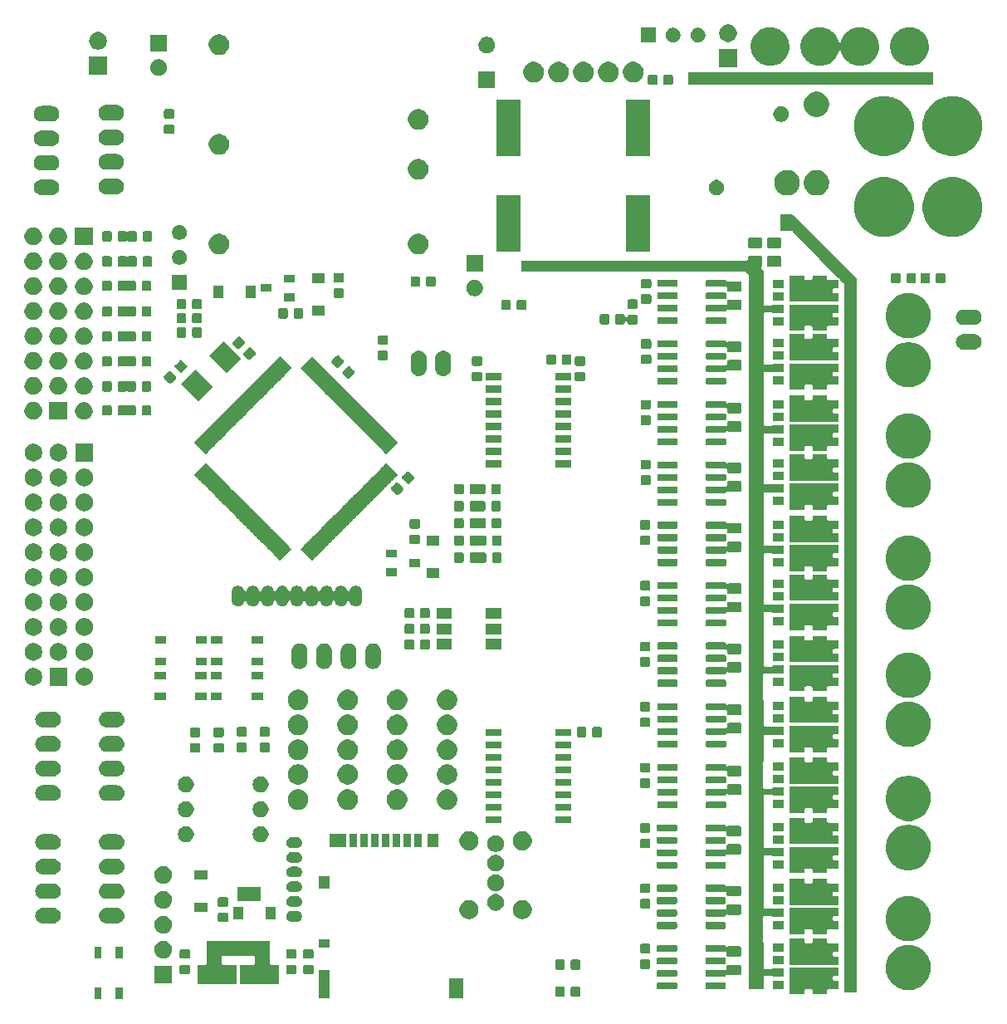
<source format=gbr>
G04 #@! TF.GenerationSoftware,KiCad,Pcbnew,(5.1.6)-1*
G04 #@! TF.CreationDate,2022-01-26T19:38:06+09:00*
G04 #@! TF.ProjectId,Main,4d61696e-2e6b-4696-9361-645f70636258,rev?*
G04 #@! TF.SameCoordinates,Original*
G04 #@! TF.FileFunction,Soldermask,Top*
G04 #@! TF.FilePolarity,Negative*
%FSLAX46Y46*%
G04 Gerber Fmt 4.6, Leading zero omitted, Abs format (unit mm)*
G04 Created by KiCad (PCBNEW (5.1.6)-1) date 2022-01-26 19:38:06*
%MOMM*%
%LPD*%
G01*
G04 APERTURE LIST*
%ADD10C,0.100000*%
G04 APERTURE END LIST*
D10*
G36*
X46871000Y-137761000D02*
G01*
X46119000Y-137761000D01*
X46119000Y-136609000D01*
X46871000Y-136609000D01*
X46871000Y-137761000D01*
G37*
G36*
X44721000Y-137761000D02*
G01*
X43969000Y-137761000D01*
X43969000Y-136609000D01*
X44721000Y-136609000D01*
X44721000Y-137761000D01*
G37*
G36*
X81576000Y-137676000D02*
G01*
X80174000Y-137676000D01*
X80174000Y-135674000D01*
X81576000Y-135674000D01*
X81576000Y-137676000D01*
G37*
G36*
X67926000Y-137676000D02*
G01*
X66824000Y-137676000D01*
X66824000Y-134774000D01*
X67926000Y-134774000D01*
X67926000Y-137676000D01*
G37*
G36*
X93379591Y-136478085D02*
G01*
X93413569Y-136488393D01*
X93444890Y-136505134D01*
X93472339Y-136527661D01*
X93494866Y-136555110D01*
X93511607Y-136586431D01*
X93521915Y-136620409D01*
X93526000Y-136661890D01*
X93526000Y-137338110D01*
X93521915Y-137379591D01*
X93511607Y-137413569D01*
X93494866Y-137444890D01*
X93472339Y-137472339D01*
X93444890Y-137494866D01*
X93413569Y-137511607D01*
X93379591Y-137521915D01*
X93338110Y-137526000D01*
X92736890Y-137526000D01*
X92695409Y-137521915D01*
X92661431Y-137511607D01*
X92630110Y-137494866D01*
X92602661Y-137472339D01*
X92580134Y-137444890D01*
X92563393Y-137413569D01*
X92553085Y-137379591D01*
X92549000Y-137338110D01*
X92549000Y-136661890D01*
X92553085Y-136620409D01*
X92563393Y-136586431D01*
X92580134Y-136555110D01*
X92602661Y-136527661D01*
X92630110Y-136505134D01*
X92661431Y-136488393D01*
X92695409Y-136478085D01*
X92736890Y-136474000D01*
X93338110Y-136474000D01*
X93379591Y-136478085D01*
G37*
G36*
X91804591Y-136478085D02*
G01*
X91838569Y-136488393D01*
X91869890Y-136505134D01*
X91897339Y-136527661D01*
X91919866Y-136555110D01*
X91936607Y-136586431D01*
X91946915Y-136620409D01*
X91951000Y-136661890D01*
X91951000Y-137338110D01*
X91946915Y-137379591D01*
X91936607Y-137413569D01*
X91919866Y-137444890D01*
X91897339Y-137472339D01*
X91869890Y-137494866D01*
X91838569Y-137511607D01*
X91804591Y-137521915D01*
X91763110Y-137526000D01*
X91161890Y-137526000D01*
X91120409Y-137521915D01*
X91086431Y-137511607D01*
X91055110Y-137494866D01*
X91027661Y-137472339D01*
X91005134Y-137444890D01*
X90988393Y-137413569D01*
X90978085Y-137379591D01*
X90974000Y-137338110D01*
X90974000Y-136661890D01*
X90978085Y-136620409D01*
X90988393Y-136586431D01*
X91005134Y-136555110D01*
X91027661Y-136527661D01*
X91055110Y-136505134D01*
X91086431Y-136488393D01*
X91120409Y-136478085D01*
X91161890Y-136474000D01*
X91763110Y-136474000D01*
X91804591Y-136478085D01*
G37*
G36*
X119848000Y-135401000D02*
G01*
X119412999Y-135401000D01*
X119388613Y-135403402D01*
X119365164Y-135410515D01*
X119343553Y-135422066D01*
X119324611Y-135437611D01*
X119309066Y-135456553D01*
X119297515Y-135478164D01*
X119290402Y-135501613D01*
X119288000Y-135525999D01*
X119288000Y-135754001D01*
X119290402Y-135778387D01*
X119297515Y-135801836D01*
X119309066Y-135823447D01*
X119324611Y-135842389D01*
X119343553Y-135857934D01*
X119365164Y-135869485D01*
X119388613Y-135876598D01*
X119412999Y-135879000D01*
X119848000Y-135879000D01*
X119848000Y-136731000D01*
X118832999Y-136731000D01*
X118808613Y-136733402D01*
X118785164Y-136740515D01*
X118763553Y-136752066D01*
X118744611Y-136767611D01*
X118729066Y-136786553D01*
X118717515Y-136808164D01*
X118710402Y-136831613D01*
X118708000Y-136855999D01*
X118708000Y-137225500D01*
X117206000Y-137225500D01*
X117206000Y-136855999D01*
X117203598Y-136831613D01*
X117196485Y-136808164D01*
X117184934Y-136786553D01*
X117169389Y-136767611D01*
X117150447Y-136752066D01*
X117128836Y-136740515D01*
X117105387Y-136733402D01*
X117081001Y-136731000D01*
X116532999Y-136731000D01*
X116508613Y-136733402D01*
X116485164Y-136740515D01*
X116463553Y-136752066D01*
X116444611Y-136767611D01*
X116429066Y-136786553D01*
X116417515Y-136808164D01*
X116410402Y-136831613D01*
X116408000Y-136855999D01*
X116408000Y-137225500D01*
X114906000Y-137225500D01*
X114906000Y-134549000D01*
X119848000Y-134549000D01*
X119848000Y-135401000D01*
G37*
G36*
X121700000Y-64300000D02*
G01*
X121700000Y-137050000D01*
X120450000Y-137050000D01*
X120450000Y-64851777D01*
X120447598Y-64827391D01*
X120440485Y-64803942D01*
X120428934Y-64782331D01*
X120413389Y-64763389D01*
X120061387Y-64411387D01*
X120042445Y-64395842D01*
X120020834Y-64384291D01*
X119997385Y-64377178D01*
X119972999Y-64374776D01*
X119948613Y-64377178D01*
X119935994Y-64381006D01*
X119939822Y-64368387D01*
X119942224Y-64344001D01*
X119939822Y-64319615D01*
X119932709Y-64296166D01*
X119921158Y-64274555D01*
X119905613Y-64255613D01*
X117950000Y-62300000D01*
X115186741Y-59487397D01*
X115167938Y-59471685D01*
X115146430Y-59459943D01*
X115123045Y-59452622D01*
X115097575Y-59450000D01*
X113950000Y-59450000D01*
X113950000Y-57750000D01*
X115150000Y-57750000D01*
X121700000Y-64300000D01*
G37*
G36*
X127350186Y-132273577D02*
G01*
X127671177Y-132337426D01*
X128089932Y-132510880D01*
X128466802Y-132762696D01*
X128787304Y-133083198D01*
X129039120Y-133460068D01*
X129212574Y-133878823D01*
X129246822Y-134051000D01*
X129301000Y-134323370D01*
X129301000Y-134776630D01*
X129271435Y-134925262D01*
X129212574Y-135221177D01*
X129039120Y-135639932D01*
X128787304Y-136016802D01*
X128466802Y-136337304D01*
X128089932Y-136589120D01*
X127671177Y-136762574D01*
X127550626Y-136786553D01*
X127226630Y-136851000D01*
X126773370Y-136851000D01*
X126449374Y-136786553D01*
X126328823Y-136762574D01*
X125910068Y-136589120D01*
X125533198Y-136337304D01*
X125212696Y-136016802D01*
X124960880Y-135639932D01*
X124787426Y-135221177D01*
X124728565Y-134925262D01*
X124699000Y-134776630D01*
X124699000Y-134323370D01*
X124753178Y-134051000D01*
X124787426Y-133878823D01*
X124960880Y-133460068D01*
X125212696Y-133083198D01*
X125533198Y-132762696D01*
X125910068Y-132510880D01*
X126328823Y-132337426D01*
X126649814Y-132273577D01*
X126773370Y-132249000D01*
X127226630Y-132249000D01*
X127350186Y-132273577D01*
G37*
G36*
X103309928Y-136056764D02*
G01*
X103331009Y-136063160D01*
X103350445Y-136073548D01*
X103367476Y-136087524D01*
X103381452Y-136104555D01*
X103391840Y-136123991D01*
X103398236Y-136145072D01*
X103401000Y-136173140D01*
X103401000Y-136636860D01*
X103398236Y-136664928D01*
X103391840Y-136686009D01*
X103381452Y-136705445D01*
X103367476Y-136722476D01*
X103350445Y-136736452D01*
X103331009Y-136746840D01*
X103309928Y-136753236D01*
X103281860Y-136756000D01*
X101468140Y-136756000D01*
X101440072Y-136753236D01*
X101418991Y-136746840D01*
X101399555Y-136736452D01*
X101382524Y-136722476D01*
X101368548Y-136705445D01*
X101358160Y-136686009D01*
X101351764Y-136664928D01*
X101349000Y-136636860D01*
X101349000Y-136173140D01*
X101351764Y-136145072D01*
X101358160Y-136123991D01*
X101368548Y-136104555D01*
X101382524Y-136087524D01*
X101399555Y-136073548D01*
X101418991Y-136063160D01*
X101440072Y-136056764D01*
X101468140Y-136054000D01*
X103281860Y-136054000D01*
X103309928Y-136056764D01*
G37*
G36*
X108259928Y-136056764D02*
G01*
X108281009Y-136063160D01*
X108300445Y-136073548D01*
X108317476Y-136087524D01*
X108331452Y-136104555D01*
X108341840Y-136123991D01*
X108348236Y-136145072D01*
X108351000Y-136173140D01*
X108351000Y-136636860D01*
X108348236Y-136664928D01*
X108341840Y-136686009D01*
X108331452Y-136705445D01*
X108317476Y-136722476D01*
X108300445Y-136736452D01*
X108281009Y-136746840D01*
X108259928Y-136753236D01*
X108231860Y-136756000D01*
X106418140Y-136756000D01*
X106390072Y-136753236D01*
X106368991Y-136746840D01*
X106349555Y-136736452D01*
X106332524Y-136722476D01*
X106318548Y-136705445D01*
X106308160Y-136686009D01*
X106301764Y-136664928D01*
X106299000Y-136636860D01*
X106299000Y-136173140D01*
X106301764Y-136145072D01*
X106308160Y-136123991D01*
X106318548Y-136104555D01*
X106332524Y-136087524D01*
X106349555Y-136073548D01*
X106368991Y-136063160D01*
X106390072Y-136056764D01*
X106418140Y-136054000D01*
X108231860Y-136054000D01*
X108259928Y-136056764D01*
G37*
G36*
X111934468Y-62003565D02*
G01*
X111973138Y-62015296D01*
X112008777Y-62034346D01*
X112040017Y-62059983D01*
X112065654Y-62091223D01*
X112084704Y-62126862D01*
X112096435Y-62165532D01*
X112101000Y-62211888D01*
X112101000Y-62863112D01*
X112096435Y-62909468D01*
X112084704Y-62948138D01*
X112065654Y-62983777D01*
X112040017Y-63015017D01*
X112003088Y-63045323D01*
X111994900Y-63050794D01*
X111977572Y-63068121D01*
X111963958Y-63088495D01*
X111954581Y-63111134D01*
X111949800Y-63135167D01*
X111949800Y-63159671D01*
X111954580Y-63183705D01*
X111963957Y-63206344D01*
X111977570Y-63226718D01*
X111985809Y-63235809D01*
X112250000Y-63500000D01*
X112250000Y-66925001D01*
X112252402Y-66949387D01*
X112259515Y-66972836D01*
X112271066Y-66994447D01*
X112286611Y-67013389D01*
X112305553Y-67028934D01*
X112327164Y-67040485D01*
X112350613Y-67047598D01*
X112374999Y-67050000D01*
X113032001Y-67050000D01*
X113056387Y-67047598D01*
X113079836Y-67040485D01*
X113101447Y-67028934D01*
X113120389Y-67013389D01*
X113123991Y-67009000D01*
X114259000Y-67009000D01*
X114259000Y-67861000D01*
X113155621Y-67861000D01*
X113154598Y-67850613D01*
X113147485Y-67827164D01*
X113135934Y-67805553D01*
X113120389Y-67786611D01*
X113101447Y-67771066D01*
X113079836Y-67759515D01*
X113056387Y-67752402D01*
X113032001Y-67750000D01*
X112374999Y-67750000D01*
X112350613Y-67752402D01*
X112327164Y-67759515D01*
X112305553Y-67771066D01*
X112286611Y-67786611D01*
X112271066Y-67805553D01*
X112259515Y-67827164D01*
X112252402Y-67850613D01*
X112250000Y-67874999D01*
X112250000Y-72975001D01*
X112252402Y-72999387D01*
X112259515Y-73022836D01*
X112271066Y-73044447D01*
X112286611Y-73063389D01*
X112305553Y-73078934D01*
X112327164Y-73090485D01*
X112350613Y-73097598D01*
X112374999Y-73100000D01*
X113032001Y-73100000D01*
X113056387Y-73097598D01*
X113079836Y-73090485D01*
X113101447Y-73078934D01*
X113120389Y-73063389D01*
X113135934Y-73044447D01*
X113147485Y-73022836D01*
X113151682Y-73009000D01*
X114259000Y-73009000D01*
X114259000Y-73861000D01*
X113138845Y-73861000D01*
X113135934Y-73855553D01*
X113120389Y-73836611D01*
X113101447Y-73821066D01*
X113079836Y-73809515D01*
X113056387Y-73802402D01*
X113032001Y-73800000D01*
X112374999Y-73800000D01*
X112350613Y-73802402D01*
X112327164Y-73809515D01*
X112305553Y-73821066D01*
X112286611Y-73836611D01*
X112271066Y-73855553D01*
X112259515Y-73877164D01*
X112252402Y-73900613D01*
X112250000Y-73924999D01*
X112250000Y-79175001D01*
X112252402Y-79199387D01*
X112259515Y-79222836D01*
X112271066Y-79244447D01*
X112286611Y-79263389D01*
X112305553Y-79278934D01*
X112327164Y-79290485D01*
X112350613Y-79297598D01*
X112374999Y-79300000D01*
X113032001Y-79300000D01*
X113056387Y-79297598D01*
X113079836Y-79290485D01*
X113101447Y-79278934D01*
X113120389Y-79263389D01*
X113123991Y-79259000D01*
X114259000Y-79259000D01*
X114259000Y-80111000D01*
X113082614Y-80111000D01*
X113079836Y-80109515D01*
X113056387Y-80102402D01*
X113032001Y-80100000D01*
X112374999Y-80100000D01*
X112350613Y-80102402D01*
X112327164Y-80109515D01*
X112305553Y-80121066D01*
X112286611Y-80136611D01*
X112271066Y-80155553D01*
X112259515Y-80177164D01*
X112252402Y-80200613D01*
X112250000Y-80224999D01*
X112250000Y-85175001D01*
X112252402Y-85199387D01*
X112259515Y-85222836D01*
X112271066Y-85244447D01*
X112286611Y-85263389D01*
X112305553Y-85278934D01*
X112327164Y-85290485D01*
X112350613Y-85297598D01*
X112374999Y-85300000D01*
X113032001Y-85300000D01*
X113056387Y-85297598D01*
X113079836Y-85290485D01*
X113101447Y-85278934D01*
X113120389Y-85263389D01*
X113123991Y-85259000D01*
X114259000Y-85259000D01*
X114259000Y-86111000D01*
X113082614Y-86111000D01*
X113079836Y-86109515D01*
X113056387Y-86102402D01*
X113032001Y-86100000D01*
X112374999Y-86100000D01*
X112350613Y-86102402D01*
X112327164Y-86109515D01*
X112305553Y-86121066D01*
X112286611Y-86136611D01*
X112271066Y-86155553D01*
X112259515Y-86177164D01*
X112252402Y-86200613D01*
X112250000Y-86224999D01*
X112250000Y-91425001D01*
X112252402Y-91449387D01*
X112259515Y-91472836D01*
X112271066Y-91494447D01*
X112286611Y-91513389D01*
X112305553Y-91528934D01*
X112327164Y-91540485D01*
X112350613Y-91547598D01*
X112374999Y-91550000D01*
X113032001Y-91550000D01*
X113056387Y-91547598D01*
X113079836Y-91540485D01*
X113101447Y-91528934D01*
X113120389Y-91513389D01*
X113123991Y-91509000D01*
X114259000Y-91509000D01*
X114259000Y-92361000D01*
X113138845Y-92361000D01*
X113135934Y-92355553D01*
X113120389Y-92336611D01*
X113101447Y-92321066D01*
X113079836Y-92309515D01*
X113056387Y-92302402D01*
X113032001Y-92300000D01*
X112374999Y-92300000D01*
X112350613Y-92302402D01*
X112327164Y-92309515D01*
X112305553Y-92321066D01*
X112286611Y-92336611D01*
X112271066Y-92355553D01*
X112259515Y-92377164D01*
X112252402Y-92400613D01*
X112250000Y-92424999D01*
X112250000Y-97425001D01*
X112252402Y-97449387D01*
X112259515Y-97472836D01*
X112271066Y-97494447D01*
X112286611Y-97513389D01*
X112305553Y-97528934D01*
X112327164Y-97540485D01*
X112350613Y-97547598D01*
X112374999Y-97550000D01*
X113032001Y-97550000D01*
X113056387Y-97547598D01*
X113079836Y-97540485D01*
X113101447Y-97528934D01*
X113120389Y-97513389D01*
X113123991Y-97509000D01*
X114259000Y-97509000D01*
X114259000Y-98361000D01*
X113138845Y-98361000D01*
X113135934Y-98355553D01*
X113120389Y-98336611D01*
X113101447Y-98321066D01*
X113079836Y-98309515D01*
X113056387Y-98302402D01*
X113032001Y-98300000D01*
X112374999Y-98300000D01*
X112350613Y-98302402D01*
X112327164Y-98309515D01*
X112305553Y-98321066D01*
X112286611Y-98336611D01*
X112271066Y-98355553D01*
X112259515Y-98377164D01*
X112252402Y-98400613D01*
X112250000Y-98424999D01*
X112250000Y-103725001D01*
X112252402Y-103749387D01*
X112259515Y-103772836D01*
X112271066Y-103794447D01*
X112286611Y-103813389D01*
X112305553Y-103828934D01*
X112327164Y-103840485D01*
X112350613Y-103847598D01*
X112374999Y-103850000D01*
X113032001Y-103850000D01*
X113056387Y-103847598D01*
X113079836Y-103840485D01*
X113101447Y-103828934D01*
X113120389Y-103813389D01*
X113135934Y-103794447D01*
X113147485Y-103772836D01*
X113151682Y-103759000D01*
X114259000Y-103759000D01*
X114259000Y-104611000D01*
X113138845Y-104611000D01*
X113135934Y-104605553D01*
X113120389Y-104586611D01*
X113101447Y-104571066D01*
X113079836Y-104559515D01*
X113056387Y-104552402D01*
X113032001Y-104550000D01*
X112326162Y-104550000D01*
X112301776Y-104552402D01*
X112278327Y-104559515D01*
X112256716Y-104571066D01*
X112237774Y-104586611D01*
X112222229Y-104605553D01*
X112210678Y-104627164D01*
X112203565Y-104650613D01*
X112201168Y-104676155D01*
X112248757Y-109815722D01*
X112248853Y-109826158D01*
X112251481Y-109850521D01*
X112258811Y-109873903D01*
X112270562Y-109895406D01*
X112286282Y-109914203D01*
X112305367Y-109929572D01*
X112327083Y-109940923D01*
X112350597Y-109947819D01*
X112373847Y-109950000D01*
X113500000Y-109950000D01*
X113500038Y-109950641D01*
X113509852Y-109953618D01*
X113546137Y-109959000D01*
X114259000Y-109959000D01*
X114259000Y-110811000D01*
X113082614Y-110811000D01*
X113079836Y-110809515D01*
X113056387Y-110802402D01*
X113032001Y-110800000D01*
X112373868Y-110800000D01*
X112349482Y-110802402D01*
X112326033Y-110809515D01*
X112304422Y-110821066D01*
X112285480Y-110836611D01*
X112269935Y-110855553D01*
X112258384Y-110877164D01*
X112251271Y-110900613D01*
X112248874Y-110923863D01*
X112201147Y-116173865D01*
X112203327Y-116198272D01*
X112210227Y-116221784D01*
X112221581Y-116243499D01*
X112236954Y-116262582D01*
X112255753Y-116278298D01*
X112277258Y-116290045D01*
X112300641Y-116297371D01*
X112326141Y-116300000D01*
X113032001Y-116300000D01*
X113056387Y-116297598D01*
X113079836Y-116290485D01*
X113101447Y-116278934D01*
X113120389Y-116263389D01*
X113135934Y-116244447D01*
X113147485Y-116222836D01*
X113154598Y-116199387D01*
X113157000Y-116175001D01*
X113157000Y-116159000D01*
X114259000Y-116159000D01*
X114259000Y-117011000D01*
X113155621Y-117011000D01*
X113154598Y-117000613D01*
X113147485Y-116977164D01*
X113135934Y-116955553D01*
X113120389Y-116936611D01*
X113101447Y-116921066D01*
X113079836Y-116909515D01*
X113056387Y-116902402D01*
X113032001Y-116900000D01*
X112374999Y-116900000D01*
X112350613Y-116902402D01*
X112327164Y-116909515D01*
X112305553Y-116921066D01*
X112286611Y-116936611D01*
X112271066Y-116955553D01*
X112259515Y-116977164D01*
X112252402Y-117000613D01*
X112250000Y-117024999D01*
X112250000Y-122225001D01*
X112252402Y-122249387D01*
X112259515Y-122272836D01*
X112271066Y-122294447D01*
X112286611Y-122313389D01*
X112305553Y-122328934D01*
X112327164Y-122340485D01*
X112350613Y-122347598D01*
X112374999Y-122350000D01*
X113032001Y-122350000D01*
X113056387Y-122347598D01*
X113079836Y-122340485D01*
X113101447Y-122328934D01*
X113120389Y-122313389D01*
X113123991Y-122309000D01*
X114259000Y-122309000D01*
X114259000Y-123161000D01*
X113138845Y-123161000D01*
X113135934Y-123155553D01*
X113120389Y-123136611D01*
X113101447Y-123121066D01*
X113079836Y-123109515D01*
X113056387Y-123102402D01*
X113032001Y-123100000D01*
X112374999Y-123100000D01*
X112350613Y-123102402D01*
X112327164Y-123109515D01*
X112305553Y-123121066D01*
X112286611Y-123136611D01*
X112271066Y-123155553D01*
X112259515Y-123177164D01*
X112252402Y-123200613D01*
X112250000Y-123224999D01*
X112250000Y-128425001D01*
X112252402Y-128449387D01*
X112259515Y-128472836D01*
X112271066Y-128494447D01*
X112286611Y-128513389D01*
X112305553Y-128528934D01*
X112327164Y-128540485D01*
X112350613Y-128547598D01*
X112374999Y-128550000D01*
X113032001Y-128550000D01*
X113056387Y-128547598D01*
X113079836Y-128540485D01*
X113101447Y-128528934D01*
X113120389Y-128513389D01*
X113123991Y-128509000D01*
X114259000Y-128509000D01*
X114259000Y-129361000D01*
X113138845Y-129361000D01*
X113135934Y-129355553D01*
X113120389Y-129336611D01*
X113101447Y-129321066D01*
X113079836Y-129309515D01*
X113056387Y-129302402D01*
X113032001Y-129300000D01*
X112326162Y-129300000D01*
X112301776Y-129302402D01*
X112278327Y-129309515D01*
X112256716Y-129321066D01*
X112237774Y-129336611D01*
X112222229Y-129355553D01*
X112210678Y-129377164D01*
X112203565Y-129400613D01*
X112201168Y-129426155D01*
X112248773Y-134567448D01*
X112248853Y-134576158D01*
X112251481Y-134600521D01*
X112258811Y-134623903D01*
X112270562Y-134645406D01*
X112286282Y-134664203D01*
X112305367Y-134679572D01*
X112327083Y-134690923D01*
X112350597Y-134697819D01*
X112373847Y-134700000D01*
X113032001Y-134700000D01*
X113056387Y-134697598D01*
X113079836Y-134690485D01*
X113101447Y-134678934D01*
X113120389Y-134663389D01*
X113135934Y-134644447D01*
X113147485Y-134622836D01*
X113151682Y-134609000D01*
X114259000Y-134609000D01*
X114259000Y-135461000D01*
X113155621Y-135461000D01*
X113154598Y-135450613D01*
X113147485Y-135427164D01*
X113135934Y-135405553D01*
X113120389Y-135386611D01*
X113101447Y-135371066D01*
X113079836Y-135359515D01*
X113056387Y-135352402D01*
X113032001Y-135350000D01*
X112374999Y-135350000D01*
X112350613Y-135352402D01*
X112327164Y-135359515D01*
X112305553Y-135371066D01*
X112286611Y-135386611D01*
X112271066Y-135405553D01*
X112259515Y-135427164D01*
X112252402Y-135450613D01*
X112250000Y-135474999D01*
X112250000Y-136750000D01*
X110750000Y-136750000D01*
X110750000Y-64051777D01*
X110747598Y-64027391D01*
X110740485Y-64003942D01*
X110728934Y-63982331D01*
X110713389Y-63963389D01*
X110386611Y-63636611D01*
X110367669Y-63621066D01*
X110346058Y-63609515D01*
X110322609Y-63602402D01*
X110298223Y-63600000D01*
X87500000Y-63600000D01*
X87500000Y-62500000D01*
X110474001Y-62500000D01*
X110498387Y-62497598D01*
X110521836Y-62490485D01*
X110543447Y-62478934D01*
X110562389Y-62463389D01*
X110577934Y-62444447D01*
X110589485Y-62422836D01*
X110596598Y-62399387D01*
X110599000Y-62375001D01*
X110599000Y-62211888D01*
X110603565Y-62165532D01*
X110615296Y-62126862D01*
X110634346Y-62091223D01*
X110659983Y-62059983D01*
X110691223Y-62034346D01*
X110726862Y-62015296D01*
X110765532Y-62003565D01*
X110811888Y-61999000D01*
X111888112Y-61999000D01*
X111934468Y-62003565D01*
G37*
G36*
X114259000Y-136731000D02*
G01*
X113157000Y-136731000D01*
X113157000Y-135879000D01*
X114259000Y-135879000D01*
X114259000Y-136731000D01*
G37*
G36*
X61901000Y-134124001D02*
G01*
X61903402Y-134148387D01*
X61910515Y-134171836D01*
X61922066Y-134193447D01*
X61937611Y-134212389D01*
X61956553Y-134227934D01*
X61978164Y-134239485D01*
X62001613Y-134246598D01*
X62025999Y-134249000D01*
X62798500Y-134249000D01*
X62798500Y-136251000D01*
X58851500Y-136251000D01*
X58851500Y-134249000D01*
X60199001Y-134249000D01*
X60223387Y-134246598D01*
X60246836Y-134239485D01*
X60268447Y-134227934D01*
X60287389Y-134212389D01*
X60302934Y-134193447D01*
X60314485Y-134171836D01*
X60321598Y-134148387D01*
X60324000Y-134124001D01*
X60324000Y-133455999D01*
X60321598Y-133431613D01*
X60314485Y-133408164D01*
X60302934Y-133386553D01*
X60287389Y-133367611D01*
X60268447Y-133352066D01*
X60246836Y-133340515D01*
X60223387Y-133333402D01*
X60199001Y-133331000D01*
X57100999Y-133331000D01*
X57076613Y-133333402D01*
X57053164Y-133340515D01*
X57031553Y-133352066D01*
X57012611Y-133367611D01*
X56997066Y-133386553D01*
X56985515Y-133408164D01*
X56978402Y-133431613D01*
X56976000Y-133455999D01*
X56976000Y-134124001D01*
X56978402Y-134148387D01*
X56985515Y-134171836D01*
X56997066Y-134193447D01*
X57012611Y-134212389D01*
X57031553Y-134227934D01*
X57053164Y-134239485D01*
X57076613Y-134246598D01*
X57100999Y-134249000D01*
X58448500Y-134249000D01*
X58448500Y-136251000D01*
X54501500Y-136251000D01*
X54501500Y-134249000D01*
X55274001Y-134249000D01*
X55298387Y-134246598D01*
X55321836Y-134239485D01*
X55343447Y-134227934D01*
X55362389Y-134212389D01*
X55377934Y-134193447D01*
X55389485Y-134171836D01*
X55396598Y-134148387D01*
X55399000Y-134124001D01*
X55399000Y-131849000D01*
X61901000Y-131849000D01*
X61901000Y-134124001D01*
G37*
G36*
X51901000Y-136151000D02*
G01*
X50099000Y-136151000D01*
X50099000Y-134349000D01*
X51901000Y-134349000D01*
X51901000Y-136151000D01*
G37*
G36*
X109784468Y-134253565D02*
G01*
X109823138Y-134265296D01*
X109858777Y-134284346D01*
X109890017Y-134309983D01*
X109915654Y-134341223D01*
X109934704Y-134376862D01*
X109946435Y-134415532D01*
X109951000Y-134461888D01*
X109951000Y-135113112D01*
X109946435Y-135159468D01*
X109934704Y-135198138D01*
X109915654Y-135233777D01*
X109890017Y-135265017D01*
X109858777Y-135290654D01*
X109823138Y-135309704D01*
X109784468Y-135321435D01*
X109738112Y-135326000D01*
X108661888Y-135326000D01*
X108615532Y-135321435D01*
X108576865Y-135309705D01*
X108532629Y-135286060D01*
X108509990Y-135276683D01*
X108485956Y-135271902D01*
X108461452Y-135271902D01*
X108437419Y-135276682D01*
X108414780Y-135286060D01*
X108394406Y-135299673D01*
X108377079Y-135317000D01*
X108363465Y-135337374D01*
X108354088Y-135360013D01*
X108349307Y-135384049D01*
X108348236Y-135394927D01*
X108341840Y-135416009D01*
X108331452Y-135435445D01*
X108317476Y-135452476D01*
X108300445Y-135466452D01*
X108281009Y-135476840D01*
X108259928Y-135483236D01*
X108231860Y-135486000D01*
X106418140Y-135486000D01*
X106390072Y-135483236D01*
X106368991Y-135476840D01*
X106349555Y-135466452D01*
X106332524Y-135452476D01*
X106318548Y-135435445D01*
X106308160Y-135416009D01*
X106301764Y-135394928D01*
X106299000Y-135366860D01*
X106299000Y-134903140D01*
X106301764Y-134875072D01*
X106308160Y-134853991D01*
X106318548Y-134834555D01*
X106332524Y-134817524D01*
X106349555Y-134803548D01*
X106368991Y-134793160D01*
X106390072Y-134786764D01*
X106418140Y-134784000D01*
X108231860Y-134784000D01*
X108259926Y-134786764D01*
X108287714Y-134795194D01*
X108311747Y-134799975D01*
X108336251Y-134799975D01*
X108360285Y-134795195D01*
X108382924Y-134785818D01*
X108403298Y-134772205D01*
X108420625Y-134754878D01*
X108434239Y-134734504D01*
X108443617Y-134711865D01*
X108448398Y-134687832D01*
X108449000Y-134675578D01*
X108449000Y-134461888D01*
X108453565Y-134415532D01*
X108465296Y-134376864D01*
X108471988Y-134364343D01*
X108481365Y-134341705D01*
X108486145Y-134317671D01*
X108486145Y-134311487D01*
X108495394Y-134309647D01*
X108518033Y-134300270D01*
X108538409Y-134286655D01*
X108541223Y-134284346D01*
X108576862Y-134265296D01*
X108615532Y-134253565D01*
X108661888Y-134249000D01*
X109738112Y-134249000D01*
X109784468Y-134253565D01*
G37*
G36*
X103309928Y-134786764D02*
G01*
X103331009Y-134793160D01*
X103350445Y-134803548D01*
X103367476Y-134817524D01*
X103381452Y-134834555D01*
X103391840Y-134853991D01*
X103398236Y-134875072D01*
X103401000Y-134903140D01*
X103401000Y-135366860D01*
X103398236Y-135394928D01*
X103391840Y-135416009D01*
X103381452Y-135435445D01*
X103367476Y-135452476D01*
X103350445Y-135466452D01*
X103331009Y-135476840D01*
X103309928Y-135483236D01*
X103281860Y-135486000D01*
X101468140Y-135486000D01*
X101440072Y-135483236D01*
X101418991Y-135476840D01*
X101399555Y-135466452D01*
X101382524Y-135452476D01*
X101368548Y-135435445D01*
X101358160Y-135416009D01*
X101351764Y-135394928D01*
X101349000Y-135366860D01*
X101349000Y-134903140D01*
X101351764Y-134875072D01*
X101358160Y-134853991D01*
X101368548Y-134834555D01*
X101382524Y-134817524D01*
X101399555Y-134803548D01*
X101418991Y-134793160D01*
X101440072Y-134786764D01*
X101468140Y-134784000D01*
X103281860Y-134784000D01*
X103309928Y-134786764D01*
G37*
G36*
X66179591Y-134253085D02*
G01*
X66213569Y-134263393D01*
X66244890Y-134280134D01*
X66272339Y-134302661D01*
X66294866Y-134330110D01*
X66311607Y-134361431D01*
X66321915Y-134395409D01*
X66326000Y-134436890D01*
X66326000Y-135038110D01*
X66321915Y-135079591D01*
X66311607Y-135113569D01*
X66294866Y-135144890D01*
X66272339Y-135172339D01*
X66244890Y-135194866D01*
X66213569Y-135211607D01*
X66179591Y-135221915D01*
X66138110Y-135226000D01*
X65461890Y-135226000D01*
X65420409Y-135221915D01*
X65386431Y-135211607D01*
X65355110Y-135194866D01*
X65327661Y-135172339D01*
X65305134Y-135144890D01*
X65288393Y-135113569D01*
X65278085Y-135079591D01*
X65274000Y-135038110D01*
X65274000Y-134436890D01*
X65278085Y-134395409D01*
X65288393Y-134361431D01*
X65305134Y-134330110D01*
X65327661Y-134302661D01*
X65355110Y-134280134D01*
X65386431Y-134263393D01*
X65420409Y-134253085D01*
X65461890Y-134249000D01*
X66138110Y-134249000D01*
X66179591Y-134253085D01*
G37*
G36*
X53579591Y-134253085D02*
G01*
X53613569Y-134263393D01*
X53644890Y-134280134D01*
X53672339Y-134302661D01*
X53694866Y-134330110D01*
X53711607Y-134361431D01*
X53721915Y-134395409D01*
X53726000Y-134436890D01*
X53726000Y-135038110D01*
X53721915Y-135079591D01*
X53711607Y-135113569D01*
X53694866Y-135144890D01*
X53672339Y-135172339D01*
X53644890Y-135194866D01*
X53613569Y-135211607D01*
X53579591Y-135221915D01*
X53538110Y-135226000D01*
X52861890Y-135226000D01*
X52820409Y-135221915D01*
X52786431Y-135211607D01*
X52755110Y-135194866D01*
X52727661Y-135172339D01*
X52705134Y-135144890D01*
X52688393Y-135113569D01*
X52678085Y-135079591D01*
X52674000Y-135038110D01*
X52674000Y-134436890D01*
X52678085Y-134395409D01*
X52688393Y-134361431D01*
X52705134Y-134330110D01*
X52727661Y-134302661D01*
X52755110Y-134280134D01*
X52786431Y-134263393D01*
X52820409Y-134253085D01*
X52861890Y-134249000D01*
X53538110Y-134249000D01*
X53579591Y-134253085D01*
G37*
G36*
X64429591Y-134253085D02*
G01*
X64463569Y-134263393D01*
X64494890Y-134280134D01*
X64522339Y-134302661D01*
X64544866Y-134330110D01*
X64561607Y-134361431D01*
X64571915Y-134395409D01*
X64576000Y-134436890D01*
X64576000Y-135038110D01*
X64571915Y-135079591D01*
X64561607Y-135113569D01*
X64544866Y-135144890D01*
X64522339Y-135172339D01*
X64494890Y-135194866D01*
X64463569Y-135211607D01*
X64429591Y-135221915D01*
X64388110Y-135226000D01*
X63711890Y-135226000D01*
X63670409Y-135221915D01*
X63636431Y-135211607D01*
X63605110Y-135194866D01*
X63577661Y-135172339D01*
X63555134Y-135144890D01*
X63538393Y-135113569D01*
X63528085Y-135079591D01*
X63524000Y-135038110D01*
X63524000Y-134436890D01*
X63528085Y-134395409D01*
X63538393Y-134361431D01*
X63555134Y-134330110D01*
X63577661Y-134302661D01*
X63605110Y-134280134D01*
X63636431Y-134263393D01*
X63670409Y-134253085D01*
X63711890Y-134249000D01*
X64388110Y-134249000D01*
X64429591Y-134253085D01*
G37*
G36*
X93379591Y-133728085D02*
G01*
X93413569Y-133738393D01*
X93444890Y-133755134D01*
X93472339Y-133777661D01*
X93494866Y-133805110D01*
X93511607Y-133836431D01*
X93521915Y-133870409D01*
X93526000Y-133911890D01*
X93526000Y-134588110D01*
X93521915Y-134629591D01*
X93511607Y-134663569D01*
X93494866Y-134694890D01*
X93472339Y-134722339D01*
X93444890Y-134744866D01*
X93413569Y-134761607D01*
X93379591Y-134771915D01*
X93338110Y-134776000D01*
X92736890Y-134776000D01*
X92695409Y-134771915D01*
X92661431Y-134761607D01*
X92630110Y-134744866D01*
X92602661Y-134722339D01*
X92580134Y-134694890D01*
X92563393Y-134663569D01*
X92553085Y-134629591D01*
X92549000Y-134588110D01*
X92549000Y-133911890D01*
X92553085Y-133870409D01*
X92563393Y-133836431D01*
X92580134Y-133805110D01*
X92602661Y-133777661D01*
X92630110Y-133755134D01*
X92661431Y-133738393D01*
X92695409Y-133728085D01*
X92736890Y-133724000D01*
X93338110Y-133724000D01*
X93379591Y-133728085D01*
G37*
G36*
X91804591Y-133728085D02*
G01*
X91838569Y-133738393D01*
X91869890Y-133755134D01*
X91897339Y-133777661D01*
X91919866Y-133805110D01*
X91936607Y-133836431D01*
X91946915Y-133870409D01*
X91951000Y-133911890D01*
X91951000Y-134588110D01*
X91946915Y-134629591D01*
X91936607Y-134663569D01*
X91919866Y-134694890D01*
X91897339Y-134722339D01*
X91869890Y-134744866D01*
X91838569Y-134761607D01*
X91804591Y-134771915D01*
X91763110Y-134776000D01*
X91161890Y-134776000D01*
X91120409Y-134771915D01*
X91086431Y-134761607D01*
X91055110Y-134744866D01*
X91027661Y-134722339D01*
X91005134Y-134694890D01*
X90988393Y-134663569D01*
X90978085Y-134629591D01*
X90974000Y-134588110D01*
X90974000Y-133911890D01*
X90978085Y-133870409D01*
X90988393Y-133836431D01*
X91005134Y-133805110D01*
X91027661Y-133777661D01*
X91055110Y-133755134D01*
X91086431Y-133738393D01*
X91120409Y-133728085D01*
X91161890Y-133724000D01*
X91763110Y-133724000D01*
X91804591Y-133728085D01*
G37*
G36*
X100529591Y-133703085D02*
G01*
X100563569Y-133713393D01*
X100594890Y-133730134D01*
X100622339Y-133752661D01*
X100644866Y-133780110D01*
X100661607Y-133811431D01*
X100671915Y-133845409D01*
X100676000Y-133886890D01*
X100676000Y-134488110D01*
X100671915Y-134529591D01*
X100661607Y-134563569D01*
X100644866Y-134594890D01*
X100622339Y-134622339D01*
X100594890Y-134644866D01*
X100563569Y-134661607D01*
X100529591Y-134671915D01*
X100488110Y-134676000D01*
X99811890Y-134676000D01*
X99770409Y-134671915D01*
X99736431Y-134661607D01*
X99705110Y-134644866D01*
X99677661Y-134622339D01*
X99655134Y-134594890D01*
X99638393Y-134563569D01*
X99628085Y-134529591D01*
X99624000Y-134488110D01*
X99624000Y-133886890D01*
X99628085Y-133845409D01*
X99638393Y-133811431D01*
X99655134Y-133780110D01*
X99677661Y-133752661D01*
X99705110Y-133730134D01*
X99736431Y-133713393D01*
X99770409Y-133703085D01*
X99811890Y-133699000D01*
X100488110Y-133699000D01*
X100529591Y-133703085D01*
G37*
G36*
X116408000Y-131944001D02*
G01*
X116410402Y-131968387D01*
X116417515Y-131991836D01*
X116429066Y-132013447D01*
X116444611Y-132032389D01*
X116463553Y-132047934D01*
X116485164Y-132059485D01*
X116508613Y-132066598D01*
X116532999Y-132069000D01*
X117081001Y-132069000D01*
X117105387Y-132066598D01*
X117128836Y-132059485D01*
X117150447Y-132047934D01*
X117169389Y-132032389D01*
X117184934Y-132013447D01*
X117196485Y-131991836D01*
X117203598Y-131968387D01*
X117206000Y-131944001D01*
X117206000Y-131574500D01*
X118708000Y-131574500D01*
X118708000Y-131944001D01*
X118710402Y-131968387D01*
X118717515Y-131991836D01*
X118729066Y-132013447D01*
X118744611Y-132032389D01*
X118763553Y-132047934D01*
X118785164Y-132059485D01*
X118808613Y-132066598D01*
X118832999Y-132069000D01*
X119848000Y-132069000D01*
X119848000Y-132921000D01*
X119412999Y-132921000D01*
X119388613Y-132923402D01*
X119365164Y-132930515D01*
X119343553Y-132942066D01*
X119324611Y-132957611D01*
X119309066Y-132976553D01*
X119297515Y-132998164D01*
X119290402Y-133021613D01*
X119288000Y-133045999D01*
X119288000Y-133274001D01*
X119290402Y-133298387D01*
X119297515Y-133321836D01*
X119309066Y-133343447D01*
X119324611Y-133362389D01*
X119343553Y-133377934D01*
X119365164Y-133389485D01*
X119388613Y-133396598D01*
X119412999Y-133399000D01*
X119848000Y-133399000D01*
X119848000Y-134251000D01*
X114906000Y-134251000D01*
X114906000Y-131574500D01*
X116408000Y-131574500D01*
X116408000Y-131944001D01*
G37*
G36*
X103309928Y-133516764D02*
G01*
X103331009Y-133523160D01*
X103350445Y-133533548D01*
X103367476Y-133547524D01*
X103381452Y-133564555D01*
X103391840Y-133583991D01*
X103398236Y-133605072D01*
X103401000Y-133633140D01*
X103401000Y-134096860D01*
X103398236Y-134124928D01*
X103391840Y-134146009D01*
X103381452Y-134165445D01*
X103367476Y-134182476D01*
X103350445Y-134196452D01*
X103331009Y-134206840D01*
X103309928Y-134213236D01*
X103281860Y-134216000D01*
X101468140Y-134216000D01*
X101440072Y-134213236D01*
X101418991Y-134206840D01*
X101399555Y-134196452D01*
X101382524Y-134182476D01*
X101368548Y-134165445D01*
X101358160Y-134146009D01*
X101351764Y-134124928D01*
X101349000Y-134096860D01*
X101349000Y-133633140D01*
X101351764Y-133605072D01*
X101358160Y-133583991D01*
X101368548Y-133564555D01*
X101382524Y-133547524D01*
X101399555Y-133533548D01*
X101418991Y-133523160D01*
X101440072Y-133516764D01*
X101468140Y-133514000D01*
X103281860Y-133514000D01*
X103309928Y-133516764D01*
G37*
G36*
X108259928Y-133516764D02*
G01*
X108281009Y-133523160D01*
X108300444Y-133533548D01*
X108321979Y-133551220D01*
X108322359Y-133551474D01*
X108329557Y-133562246D01*
X108331452Y-133564555D01*
X108341840Y-133583991D01*
X108348236Y-133605072D01*
X108351000Y-133633140D01*
X108351000Y-134096860D01*
X108348236Y-134124928D01*
X108339494Y-134153744D01*
X108334713Y-134177777D01*
X108334713Y-134183964D01*
X108325462Y-134185804D01*
X108302825Y-134195180D01*
X108281009Y-134206840D01*
X108259928Y-134213236D01*
X108231860Y-134216000D01*
X106418140Y-134216000D01*
X106390072Y-134213236D01*
X106368991Y-134206840D01*
X106349555Y-134196452D01*
X106332524Y-134182476D01*
X106318548Y-134165445D01*
X106308160Y-134146009D01*
X106301764Y-134124928D01*
X106299000Y-134096860D01*
X106299000Y-133633140D01*
X106301764Y-133605072D01*
X106308160Y-133583991D01*
X106318548Y-133564555D01*
X106332524Y-133547524D01*
X106349555Y-133533548D01*
X106368991Y-133523160D01*
X106390072Y-133516764D01*
X106418140Y-133514000D01*
X108231860Y-133514000D01*
X108259928Y-133516764D01*
G37*
G36*
X114259000Y-134191000D02*
G01*
X113157000Y-134191000D01*
X113157000Y-133339000D01*
X114259000Y-133339000D01*
X114259000Y-134191000D01*
G37*
G36*
X53579591Y-132678085D02*
G01*
X53613569Y-132688393D01*
X53644890Y-132705134D01*
X53672339Y-132727661D01*
X53694866Y-132755110D01*
X53711607Y-132786431D01*
X53721915Y-132820409D01*
X53726000Y-132861890D01*
X53726000Y-133463110D01*
X53721915Y-133504591D01*
X53711607Y-133538569D01*
X53694866Y-133569890D01*
X53672339Y-133597339D01*
X53644890Y-133619866D01*
X53613569Y-133636607D01*
X53579591Y-133646915D01*
X53538110Y-133651000D01*
X52861890Y-133651000D01*
X52820409Y-133646915D01*
X52786431Y-133636607D01*
X52755110Y-133619866D01*
X52727661Y-133597339D01*
X52705134Y-133569890D01*
X52688393Y-133538569D01*
X52678085Y-133504591D01*
X52674000Y-133463110D01*
X52674000Y-132861890D01*
X52678085Y-132820409D01*
X52688393Y-132786431D01*
X52705134Y-132755110D01*
X52727661Y-132727661D01*
X52755110Y-132705134D01*
X52786431Y-132688393D01*
X52820409Y-132678085D01*
X52861890Y-132674000D01*
X53538110Y-132674000D01*
X53579591Y-132678085D01*
G37*
G36*
X66179591Y-132678085D02*
G01*
X66213569Y-132688393D01*
X66244890Y-132705134D01*
X66272339Y-132727661D01*
X66294866Y-132755110D01*
X66311607Y-132786431D01*
X66321915Y-132820409D01*
X66326000Y-132861890D01*
X66326000Y-133463110D01*
X66321915Y-133504591D01*
X66311607Y-133538569D01*
X66294866Y-133569890D01*
X66272339Y-133597339D01*
X66244890Y-133619866D01*
X66213569Y-133636607D01*
X66179591Y-133646915D01*
X66138110Y-133651000D01*
X65461890Y-133651000D01*
X65420409Y-133646915D01*
X65386431Y-133636607D01*
X65355110Y-133619866D01*
X65327661Y-133597339D01*
X65305134Y-133569890D01*
X65288393Y-133538569D01*
X65278085Y-133504591D01*
X65274000Y-133463110D01*
X65274000Y-132861890D01*
X65278085Y-132820409D01*
X65288393Y-132786431D01*
X65305134Y-132755110D01*
X65327661Y-132727661D01*
X65355110Y-132705134D01*
X65386431Y-132688393D01*
X65420409Y-132678085D01*
X65461890Y-132674000D01*
X66138110Y-132674000D01*
X66179591Y-132678085D01*
G37*
G36*
X64429591Y-132678085D02*
G01*
X64463569Y-132688393D01*
X64494890Y-132705134D01*
X64522339Y-132727661D01*
X64544866Y-132755110D01*
X64561607Y-132786431D01*
X64571915Y-132820409D01*
X64576000Y-132861890D01*
X64576000Y-133463110D01*
X64571915Y-133504591D01*
X64561607Y-133538569D01*
X64544866Y-133569890D01*
X64522339Y-133597339D01*
X64494890Y-133619866D01*
X64463569Y-133636607D01*
X64429591Y-133646915D01*
X64388110Y-133651000D01*
X63711890Y-133651000D01*
X63670409Y-133646915D01*
X63636431Y-133636607D01*
X63605110Y-133619866D01*
X63577661Y-133597339D01*
X63555134Y-133569890D01*
X63538393Y-133538569D01*
X63528085Y-133504591D01*
X63524000Y-133463110D01*
X63524000Y-132861890D01*
X63528085Y-132820409D01*
X63538393Y-132786431D01*
X63555134Y-132755110D01*
X63577661Y-132727661D01*
X63605110Y-132705134D01*
X63636431Y-132688393D01*
X63670409Y-132678085D01*
X63711890Y-132674000D01*
X64388110Y-132674000D01*
X64429591Y-132678085D01*
G37*
G36*
X46871000Y-133611000D02*
G01*
X46119000Y-133611000D01*
X46119000Y-132459000D01*
X46871000Y-132459000D01*
X46871000Y-133611000D01*
G37*
G36*
X51113512Y-131813927D02*
G01*
X51262812Y-131843624D01*
X51426784Y-131911544D01*
X51574354Y-132010147D01*
X51699853Y-132135646D01*
X51798456Y-132283216D01*
X51866376Y-132447188D01*
X51901000Y-132621259D01*
X51901000Y-132798741D01*
X51866376Y-132972812D01*
X51798456Y-133136784D01*
X51699853Y-133284354D01*
X51574354Y-133409853D01*
X51426784Y-133508456D01*
X51262812Y-133576376D01*
X51118544Y-133605072D01*
X51088742Y-133611000D01*
X50911258Y-133611000D01*
X50881456Y-133605072D01*
X50737188Y-133576376D01*
X50573216Y-133508456D01*
X50425646Y-133409853D01*
X50300147Y-133284354D01*
X50201544Y-133136784D01*
X50133624Y-132972812D01*
X50099000Y-132798741D01*
X50099000Y-132621259D01*
X50133624Y-132447188D01*
X50201544Y-132283216D01*
X50300147Y-132135646D01*
X50425646Y-132010147D01*
X50573216Y-131911544D01*
X50737188Y-131843624D01*
X50886488Y-131813927D01*
X50911258Y-131809000D01*
X51088742Y-131809000D01*
X51113512Y-131813927D01*
G37*
G36*
X44721000Y-133611000D02*
G01*
X43969000Y-133611000D01*
X43969000Y-132459000D01*
X44721000Y-132459000D01*
X44721000Y-133611000D01*
G37*
G36*
X108259928Y-132246764D02*
G01*
X108281009Y-132253160D01*
X108300445Y-132263548D01*
X108317476Y-132277524D01*
X108331452Y-132294555D01*
X108341839Y-132313989D01*
X108350439Y-132342336D01*
X108359817Y-132364974D01*
X108373431Y-132385349D01*
X108390758Y-132402675D01*
X108411133Y-132416289D01*
X108433772Y-132425665D01*
X108457806Y-132430445D01*
X108482310Y-132430445D01*
X108506343Y-132425664D01*
X108528981Y-132416286D01*
X108531947Y-132414304D01*
X108576862Y-132390296D01*
X108615532Y-132378565D01*
X108661888Y-132374000D01*
X109738112Y-132374000D01*
X109784468Y-132378565D01*
X109823138Y-132390296D01*
X109858777Y-132409346D01*
X109890017Y-132434983D01*
X109915654Y-132466223D01*
X109934704Y-132501862D01*
X109946435Y-132540532D01*
X109951000Y-132586888D01*
X109951000Y-133238112D01*
X109946435Y-133284468D01*
X109934704Y-133323138D01*
X109915654Y-133358777D01*
X109890017Y-133390017D01*
X109858777Y-133415654D01*
X109823138Y-133434704D01*
X109784468Y-133446435D01*
X109738112Y-133451000D01*
X108661888Y-133451000D01*
X108615532Y-133446435D01*
X108576862Y-133434704D01*
X108541223Y-133415654D01*
X108505480Y-133386321D01*
X108505099Y-133386066D01*
X108497901Y-133375294D01*
X108484346Y-133358777D01*
X108465296Y-133323138D01*
X108453565Y-133284468D01*
X108449000Y-133238112D01*
X108449000Y-133054422D01*
X108446598Y-133030036D01*
X108439485Y-133006587D01*
X108427934Y-132984976D01*
X108412389Y-132966034D01*
X108393447Y-132950489D01*
X108371836Y-132938938D01*
X108348387Y-132931825D01*
X108324001Y-132929423D01*
X108299615Y-132931825D01*
X108287714Y-132934806D01*
X108259926Y-132943236D01*
X108231860Y-132946000D01*
X106418140Y-132946000D01*
X106390072Y-132943236D01*
X106368991Y-132936840D01*
X106349555Y-132926452D01*
X106332524Y-132912476D01*
X106318548Y-132895445D01*
X106308160Y-132876009D01*
X106301764Y-132854928D01*
X106299000Y-132826860D01*
X106299000Y-132363140D01*
X106301764Y-132335072D01*
X106308160Y-132313991D01*
X106318548Y-132294555D01*
X106332524Y-132277524D01*
X106349555Y-132263548D01*
X106368991Y-132253160D01*
X106390072Y-132246764D01*
X106418140Y-132244000D01*
X108231860Y-132244000D01*
X108259928Y-132246764D01*
G37*
G36*
X100529591Y-132128085D02*
G01*
X100563569Y-132138393D01*
X100594890Y-132155134D01*
X100622339Y-132177661D01*
X100644866Y-132205110D01*
X100661607Y-132236431D01*
X100671915Y-132270409D01*
X100676000Y-132311890D01*
X100676000Y-132913110D01*
X100671915Y-132954591D01*
X100661607Y-132988569D01*
X100644866Y-133019890D01*
X100622339Y-133047339D01*
X100594890Y-133069866D01*
X100563569Y-133086607D01*
X100529591Y-133096915D01*
X100488110Y-133101000D01*
X99811890Y-133101000D01*
X99770409Y-133096915D01*
X99736431Y-133086607D01*
X99705110Y-133069866D01*
X99677661Y-133047339D01*
X99655134Y-133019890D01*
X99638393Y-132988569D01*
X99628085Y-132954591D01*
X99624000Y-132913110D01*
X99624000Y-132311890D01*
X99628085Y-132270409D01*
X99638393Y-132236431D01*
X99655134Y-132205110D01*
X99677661Y-132177661D01*
X99705110Y-132155134D01*
X99736431Y-132138393D01*
X99770409Y-132128085D01*
X99811890Y-132124000D01*
X100488110Y-132124000D01*
X100529591Y-132128085D01*
G37*
G36*
X103309928Y-132246764D02*
G01*
X103331009Y-132253160D01*
X103350445Y-132263548D01*
X103367476Y-132277524D01*
X103381452Y-132294555D01*
X103391840Y-132313991D01*
X103398236Y-132335072D01*
X103401000Y-132363140D01*
X103401000Y-132826860D01*
X103398236Y-132854928D01*
X103391840Y-132876009D01*
X103381452Y-132895445D01*
X103367476Y-132912476D01*
X103350445Y-132926452D01*
X103331009Y-132936840D01*
X103309928Y-132943236D01*
X103281860Y-132946000D01*
X101468140Y-132946000D01*
X101440072Y-132943236D01*
X101418991Y-132936840D01*
X101399555Y-132926452D01*
X101382524Y-132912476D01*
X101368548Y-132895445D01*
X101358160Y-132876009D01*
X101351764Y-132854928D01*
X101349000Y-132826860D01*
X101349000Y-132363140D01*
X101351764Y-132335072D01*
X101358160Y-132313991D01*
X101368548Y-132294555D01*
X101382524Y-132277524D01*
X101399555Y-132263548D01*
X101418991Y-132253160D01*
X101440072Y-132246764D01*
X101468140Y-132244000D01*
X103281860Y-132244000D01*
X103309928Y-132246764D01*
G37*
G36*
X114259000Y-132921000D02*
G01*
X113157000Y-132921000D01*
X113157000Y-132069000D01*
X114259000Y-132069000D01*
X114259000Y-132921000D01*
G37*
G36*
X67926000Y-132526000D02*
G01*
X66824000Y-132526000D01*
X66824000Y-131624000D01*
X67926000Y-131624000D01*
X67926000Y-132526000D01*
G37*
G36*
X127425104Y-127288479D02*
G01*
X127671177Y-127337426D01*
X128089932Y-127510880D01*
X128466802Y-127762696D01*
X128787304Y-128083198D01*
X129039120Y-128460068D01*
X129212574Y-128878823D01*
X129240763Y-129020539D01*
X129301000Y-129323370D01*
X129301000Y-129776630D01*
X129274151Y-129911607D01*
X129212574Y-130221177D01*
X129039120Y-130639932D01*
X128787304Y-131016802D01*
X128466802Y-131337304D01*
X128089932Y-131589120D01*
X127671177Y-131762574D01*
X127448903Y-131806787D01*
X127226630Y-131851000D01*
X126773370Y-131851000D01*
X126551097Y-131806787D01*
X126328823Y-131762574D01*
X125910068Y-131589120D01*
X125533198Y-131337304D01*
X125212696Y-131016802D01*
X124960880Y-130639932D01*
X124787426Y-130221177D01*
X124725849Y-129911607D01*
X124699000Y-129776630D01*
X124699000Y-129323370D01*
X124759237Y-129020539D01*
X124787426Y-128878823D01*
X124960880Y-128460068D01*
X125212696Y-128083198D01*
X125533198Y-127762696D01*
X125910068Y-127510880D01*
X126328823Y-127337426D01*
X126574896Y-127288479D01*
X126773370Y-127249000D01*
X127226630Y-127249000D01*
X127425104Y-127288479D01*
G37*
G36*
X119848000Y-129301000D02*
G01*
X119412999Y-129301000D01*
X119388613Y-129303402D01*
X119365164Y-129310515D01*
X119343553Y-129322066D01*
X119324611Y-129337611D01*
X119309066Y-129356553D01*
X119297515Y-129378164D01*
X119290402Y-129401613D01*
X119288000Y-129425999D01*
X119288000Y-129654001D01*
X119290402Y-129678387D01*
X119297515Y-129701836D01*
X119309066Y-129723447D01*
X119324611Y-129742389D01*
X119343553Y-129757934D01*
X119365164Y-129769485D01*
X119388613Y-129776598D01*
X119412999Y-129779000D01*
X119848000Y-129779000D01*
X119848000Y-130631000D01*
X118832999Y-130631000D01*
X118808613Y-130633402D01*
X118785164Y-130640515D01*
X118763553Y-130652066D01*
X118744611Y-130667611D01*
X118729066Y-130686553D01*
X118717515Y-130708164D01*
X118710402Y-130731613D01*
X118708000Y-130755999D01*
X118708000Y-131125500D01*
X117206000Y-131125500D01*
X117206000Y-130755999D01*
X117203598Y-130731613D01*
X117196485Y-130708164D01*
X117184934Y-130686553D01*
X117169389Y-130667611D01*
X117150447Y-130652066D01*
X117128836Y-130640515D01*
X117105387Y-130633402D01*
X117081001Y-130631000D01*
X116532999Y-130631000D01*
X116508613Y-130633402D01*
X116485164Y-130640515D01*
X116463553Y-130652066D01*
X116444611Y-130667611D01*
X116429066Y-130686553D01*
X116417515Y-130708164D01*
X116410402Y-130731613D01*
X116408000Y-130755999D01*
X116408000Y-131125500D01*
X114906000Y-131125500D01*
X114906000Y-128449000D01*
X119848000Y-128449000D01*
X119848000Y-129301000D01*
G37*
G36*
X51113512Y-129273927D02*
G01*
X51262812Y-129303624D01*
X51426784Y-129371544D01*
X51574354Y-129470147D01*
X51699853Y-129595646D01*
X51798456Y-129743216D01*
X51866376Y-129907188D01*
X51901000Y-130081259D01*
X51901000Y-130258741D01*
X51866376Y-130432812D01*
X51798456Y-130596784D01*
X51699853Y-130744354D01*
X51574354Y-130869853D01*
X51426784Y-130968456D01*
X51262812Y-131036376D01*
X51113512Y-131066073D01*
X51088742Y-131071000D01*
X50911258Y-131071000D01*
X50886488Y-131066073D01*
X50737188Y-131036376D01*
X50573216Y-130968456D01*
X50425646Y-130869853D01*
X50300147Y-130744354D01*
X50201544Y-130596784D01*
X50133624Y-130432812D01*
X50099000Y-130258741D01*
X50099000Y-130081259D01*
X50133624Y-129907188D01*
X50201544Y-129743216D01*
X50300147Y-129595646D01*
X50425646Y-129470147D01*
X50573216Y-129371544D01*
X50737188Y-129303624D01*
X50886488Y-129273927D01*
X50911258Y-129269000D01*
X51088742Y-129269000D01*
X51113512Y-129273927D01*
G37*
G36*
X114259000Y-130631000D02*
G01*
X113157000Y-130631000D01*
X113157000Y-129779000D01*
X114259000Y-129779000D01*
X114259000Y-130631000D01*
G37*
G36*
X108259928Y-129906764D02*
G01*
X108281009Y-129913160D01*
X108300445Y-129923548D01*
X108317476Y-129937524D01*
X108331452Y-129954555D01*
X108341840Y-129973991D01*
X108348236Y-129995072D01*
X108351000Y-130023140D01*
X108351000Y-130486860D01*
X108348236Y-130514928D01*
X108341840Y-130536009D01*
X108331452Y-130555445D01*
X108317476Y-130572476D01*
X108300445Y-130586452D01*
X108281009Y-130596840D01*
X108259928Y-130603236D01*
X108231860Y-130606000D01*
X106418140Y-130606000D01*
X106390072Y-130603236D01*
X106368991Y-130596840D01*
X106349555Y-130586452D01*
X106332524Y-130572476D01*
X106318548Y-130555445D01*
X106308160Y-130536009D01*
X106301764Y-130514928D01*
X106299000Y-130486860D01*
X106299000Y-130023140D01*
X106301764Y-129995072D01*
X106308160Y-129973991D01*
X106318548Y-129954555D01*
X106332524Y-129937524D01*
X106349555Y-129923548D01*
X106368991Y-129913160D01*
X106390072Y-129906764D01*
X106418140Y-129904000D01*
X108231860Y-129904000D01*
X108259928Y-129906764D01*
G37*
G36*
X103309928Y-129906764D02*
G01*
X103331009Y-129913160D01*
X103350445Y-129923548D01*
X103367476Y-129937524D01*
X103381452Y-129954555D01*
X103391840Y-129973991D01*
X103398236Y-129995072D01*
X103401000Y-130023140D01*
X103401000Y-130486860D01*
X103398236Y-130514928D01*
X103391840Y-130536009D01*
X103381452Y-130555445D01*
X103367476Y-130572476D01*
X103350445Y-130586452D01*
X103331009Y-130596840D01*
X103309928Y-130603236D01*
X103281860Y-130606000D01*
X101468140Y-130606000D01*
X101440072Y-130603236D01*
X101418991Y-130596840D01*
X101399555Y-130586452D01*
X101382524Y-130572476D01*
X101368548Y-130555445D01*
X101358160Y-130536009D01*
X101351764Y-130514928D01*
X101349000Y-130486860D01*
X101349000Y-130023140D01*
X101351764Y-129995072D01*
X101358160Y-129973991D01*
X101368548Y-129954555D01*
X101382524Y-129937524D01*
X101399555Y-129923548D01*
X101418991Y-129913160D01*
X101440072Y-129906764D01*
X101468140Y-129904000D01*
X103281860Y-129904000D01*
X103309928Y-129906764D01*
G37*
G36*
X39828571Y-128452863D02*
G01*
X39907023Y-128460590D01*
X39986951Y-128484836D01*
X40058013Y-128506392D01*
X40197165Y-128580771D01*
X40319133Y-128680867D01*
X40419229Y-128802835D01*
X40493608Y-128941987D01*
X40508222Y-128990164D01*
X40539410Y-129092977D01*
X40554875Y-129250000D01*
X40539410Y-129407023D01*
X40520261Y-129470148D01*
X40493608Y-129558013D01*
X40419229Y-129697165D01*
X40319133Y-129819133D01*
X40197165Y-129919229D01*
X40058013Y-129993608D01*
X40007682Y-130008875D01*
X39907023Y-130039410D01*
X39847605Y-130045262D01*
X39789346Y-130051000D01*
X38710654Y-130051000D01*
X38652395Y-130045262D01*
X38592977Y-130039410D01*
X38492318Y-130008875D01*
X38441987Y-129993608D01*
X38302835Y-129919229D01*
X38180867Y-129819133D01*
X38080771Y-129697165D01*
X38006392Y-129558013D01*
X37979739Y-129470148D01*
X37960590Y-129407023D01*
X37945125Y-129250000D01*
X37960590Y-129092977D01*
X37991778Y-128990164D01*
X38006392Y-128941987D01*
X38080771Y-128802835D01*
X38180867Y-128680867D01*
X38302835Y-128580771D01*
X38441987Y-128506392D01*
X38513049Y-128484836D01*
X38592977Y-128460590D01*
X38671429Y-128452863D01*
X38710654Y-128449000D01*
X39789346Y-128449000D01*
X39828571Y-128452863D01*
G37*
G36*
X46328571Y-128452863D02*
G01*
X46407023Y-128460590D01*
X46486951Y-128484836D01*
X46558013Y-128506392D01*
X46697165Y-128580771D01*
X46819133Y-128680867D01*
X46919229Y-128802835D01*
X46993608Y-128941987D01*
X47008222Y-128990164D01*
X47039410Y-129092977D01*
X47054875Y-129250000D01*
X47039410Y-129407023D01*
X47020261Y-129470148D01*
X46993608Y-129558013D01*
X46919229Y-129697165D01*
X46819133Y-129819133D01*
X46697165Y-129919229D01*
X46558013Y-129993608D01*
X46507682Y-130008875D01*
X46407023Y-130039410D01*
X46347605Y-130045262D01*
X46289346Y-130051000D01*
X45210654Y-130051000D01*
X45152395Y-130045262D01*
X45092977Y-130039410D01*
X44992318Y-130008875D01*
X44941987Y-129993608D01*
X44802835Y-129919229D01*
X44680867Y-129819133D01*
X44580771Y-129697165D01*
X44506392Y-129558013D01*
X44479739Y-129470148D01*
X44460590Y-129407023D01*
X44445125Y-129250000D01*
X44460590Y-129092977D01*
X44491778Y-128990164D01*
X44506392Y-128941987D01*
X44580771Y-128802835D01*
X44680867Y-128680867D01*
X44802835Y-128580771D01*
X44941987Y-128506392D01*
X45013049Y-128484836D01*
X45092977Y-128460590D01*
X45171429Y-128452863D01*
X45210654Y-128449000D01*
X46289346Y-128449000D01*
X46328571Y-128452863D01*
G37*
G36*
X57479591Y-128953085D02*
G01*
X57513569Y-128963393D01*
X57544890Y-128980134D01*
X57572339Y-129002661D01*
X57594866Y-129030110D01*
X57611607Y-129061431D01*
X57621915Y-129095409D01*
X57626000Y-129136890D01*
X57626000Y-129738110D01*
X57621915Y-129779591D01*
X57611607Y-129813569D01*
X57594866Y-129844890D01*
X57572339Y-129872339D01*
X57544890Y-129894866D01*
X57513569Y-129911607D01*
X57479591Y-129921915D01*
X57438110Y-129926000D01*
X56761890Y-129926000D01*
X56720409Y-129921915D01*
X56686431Y-129911607D01*
X56655110Y-129894866D01*
X56627661Y-129872339D01*
X56605134Y-129844890D01*
X56588393Y-129813569D01*
X56578085Y-129779591D01*
X56574000Y-129738110D01*
X56574000Y-129136890D01*
X56578085Y-129095409D01*
X56588393Y-129061431D01*
X56605134Y-129030110D01*
X56627661Y-129002661D01*
X56655110Y-128980134D01*
X56686431Y-128963393D01*
X56720409Y-128953085D01*
X56761890Y-128949000D01*
X57438110Y-128949000D01*
X57479591Y-128953085D01*
G37*
G36*
X64720015Y-128756973D02*
G01*
X64823879Y-128788479D01*
X64850737Y-128802835D01*
X64919600Y-128839643D01*
X65003501Y-128908499D01*
X65072357Y-128992400D01*
X65092513Y-129030110D01*
X65123521Y-129088121D01*
X65155027Y-129191985D01*
X65165666Y-129300000D01*
X65155027Y-129408015D01*
X65123521Y-129511879D01*
X65123519Y-129511882D01*
X65072357Y-129607600D01*
X65003501Y-129691501D01*
X64919600Y-129760357D01*
X64883615Y-129779591D01*
X64823879Y-129811521D01*
X64720015Y-129843027D01*
X64639067Y-129851000D01*
X64060933Y-129851000D01*
X63979985Y-129843027D01*
X63876121Y-129811521D01*
X63816385Y-129779591D01*
X63780400Y-129760357D01*
X63696499Y-129691501D01*
X63627643Y-129607600D01*
X63576481Y-129511882D01*
X63576479Y-129511879D01*
X63544973Y-129408015D01*
X63534334Y-129300000D01*
X63544973Y-129191985D01*
X63576479Y-129088121D01*
X63607487Y-129030110D01*
X63627643Y-128992400D01*
X63696499Y-128908499D01*
X63780400Y-128839643D01*
X63849263Y-128802835D01*
X63876121Y-128788479D01*
X63979985Y-128756973D01*
X64060933Y-128749000D01*
X64639067Y-128749000D01*
X64720015Y-128756973D01*
G37*
G36*
X62451000Y-129651000D02*
G01*
X61449000Y-129651000D01*
X61449000Y-128349000D01*
X62451000Y-128349000D01*
X62451000Y-129651000D01*
G37*
G36*
X59151000Y-129651000D02*
G01*
X58149000Y-129651000D01*
X58149000Y-128349000D01*
X59151000Y-128349000D01*
X59151000Y-129651000D01*
G37*
G36*
X87904687Y-127691507D02*
G01*
X87914107Y-127695409D01*
X88082309Y-127765080D01*
X88082310Y-127765081D01*
X88242161Y-127871889D01*
X88378111Y-128007839D01*
X88452716Y-128119495D01*
X88484920Y-128167691D01*
X88541825Y-128305073D01*
X88558493Y-128345313D01*
X88596000Y-128533871D01*
X88596000Y-128726129D01*
X88558493Y-128914687D01*
X88544280Y-128949000D01*
X88484920Y-129092309D01*
X88479928Y-129099780D01*
X88378111Y-129252161D01*
X88242161Y-129388111D01*
X88119384Y-129470147D01*
X88082309Y-129494920D01*
X87944927Y-129551825D01*
X87904687Y-129568493D01*
X87716129Y-129606000D01*
X87523871Y-129606000D01*
X87335313Y-129568493D01*
X87295073Y-129551825D01*
X87157691Y-129494920D01*
X87120616Y-129470147D01*
X86997839Y-129388111D01*
X86861889Y-129252161D01*
X86760072Y-129099780D01*
X86755080Y-129092309D01*
X86695720Y-128949000D01*
X86681507Y-128914687D01*
X86644000Y-128726129D01*
X86644000Y-128533871D01*
X86681507Y-128345313D01*
X86698175Y-128305073D01*
X86755080Y-128167691D01*
X86787284Y-128119495D01*
X86861889Y-128007839D01*
X86997839Y-127871889D01*
X87157690Y-127765081D01*
X87157691Y-127765080D01*
X87325893Y-127695409D01*
X87335313Y-127691507D01*
X87523871Y-127654000D01*
X87716129Y-127654000D01*
X87904687Y-127691507D01*
G37*
G36*
X82464687Y-127691507D02*
G01*
X82474107Y-127695409D01*
X82642309Y-127765080D01*
X82642310Y-127765081D01*
X82802161Y-127871889D01*
X82938111Y-128007839D01*
X83012716Y-128119495D01*
X83044920Y-128167691D01*
X83101825Y-128305073D01*
X83118493Y-128345313D01*
X83156000Y-128533871D01*
X83156000Y-128726129D01*
X83118493Y-128914687D01*
X83104280Y-128949000D01*
X83044920Y-129092309D01*
X83039928Y-129099780D01*
X82938111Y-129252161D01*
X82802161Y-129388111D01*
X82679384Y-129470147D01*
X82642309Y-129494920D01*
X82504927Y-129551825D01*
X82464687Y-129568493D01*
X82276129Y-129606000D01*
X82083871Y-129606000D01*
X81895313Y-129568493D01*
X81855073Y-129551825D01*
X81717691Y-129494920D01*
X81680616Y-129470147D01*
X81557839Y-129388111D01*
X81421889Y-129252161D01*
X81320072Y-129099780D01*
X81315080Y-129092309D01*
X81255720Y-128949000D01*
X81241507Y-128914687D01*
X81204000Y-128726129D01*
X81204000Y-128533871D01*
X81241507Y-128345313D01*
X81258175Y-128305073D01*
X81315080Y-128167691D01*
X81347284Y-128119495D01*
X81421889Y-128007839D01*
X81557839Y-127871889D01*
X81717690Y-127765081D01*
X81717691Y-127765080D01*
X81885893Y-127695409D01*
X81895313Y-127691507D01*
X82083871Y-127654000D01*
X82276129Y-127654000D01*
X82464687Y-127691507D01*
G37*
G36*
X109784468Y-128103565D02*
G01*
X109823138Y-128115296D01*
X109858777Y-128134346D01*
X109890017Y-128159983D01*
X109915654Y-128191223D01*
X109934704Y-128226862D01*
X109946435Y-128265532D01*
X109951000Y-128311888D01*
X109951000Y-128963112D01*
X109946435Y-129009468D01*
X109934704Y-129048138D01*
X109915654Y-129083777D01*
X109890017Y-129115017D01*
X109858777Y-129140654D01*
X109823138Y-129159704D01*
X109784468Y-129171435D01*
X109738112Y-129176000D01*
X108661888Y-129176000D01*
X108615532Y-129171435D01*
X108576865Y-129159705D01*
X108532629Y-129136060D01*
X108509990Y-129126683D01*
X108485956Y-129121902D01*
X108461452Y-129121902D01*
X108437419Y-129126682D01*
X108414780Y-129136060D01*
X108394406Y-129149673D01*
X108377079Y-129167000D01*
X108363465Y-129187374D01*
X108354088Y-129210013D01*
X108349307Y-129234049D01*
X108348236Y-129244927D01*
X108341840Y-129266009D01*
X108331452Y-129285445D01*
X108317476Y-129302476D01*
X108300445Y-129316452D01*
X108281009Y-129326840D01*
X108259928Y-129333236D01*
X108231860Y-129336000D01*
X106418140Y-129336000D01*
X106390072Y-129333236D01*
X106368991Y-129326840D01*
X106349555Y-129316452D01*
X106332524Y-129302476D01*
X106318548Y-129285445D01*
X106308160Y-129266009D01*
X106301764Y-129244928D01*
X106299000Y-129216860D01*
X106299000Y-128753140D01*
X106301764Y-128725072D01*
X106308160Y-128703991D01*
X106318548Y-128684555D01*
X106332524Y-128667524D01*
X106349555Y-128653548D01*
X106368991Y-128643160D01*
X106390072Y-128636764D01*
X106418140Y-128634000D01*
X108231860Y-128634000D01*
X108259926Y-128636764D01*
X108287714Y-128645194D01*
X108311747Y-128649975D01*
X108336251Y-128649975D01*
X108360285Y-128645195D01*
X108382924Y-128635818D01*
X108403298Y-128622205D01*
X108420625Y-128604878D01*
X108434239Y-128584504D01*
X108443617Y-128561865D01*
X108448398Y-128537832D01*
X108449000Y-128525578D01*
X108449000Y-128311888D01*
X108453565Y-128265532D01*
X108465296Y-128226864D01*
X108471988Y-128214343D01*
X108481365Y-128191705D01*
X108486145Y-128167671D01*
X108486145Y-128161487D01*
X108495394Y-128159647D01*
X108518033Y-128150270D01*
X108538409Y-128136655D01*
X108541223Y-128134346D01*
X108576862Y-128115296D01*
X108615532Y-128103565D01*
X108661888Y-128099000D01*
X109738112Y-128099000D01*
X109784468Y-128103565D01*
G37*
G36*
X103309928Y-128636764D02*
G01*
X103331009Y-128643160D01*
X103350445Y-128653548D01*
X103367476Y-128667524D01*
X103381452Y-128684555D01*
X103391840Y-128703991D01*
X103398236Y-128725072D01*
X103401000Y-128753140D01*
X103401000Y-129216860D01*
X103398236Y-129244928D01*
X103391840Y-129266009D01*
X103381452Y-129285445D01*
X103367476Y-129302476D01*
X103350445Y-129316452D01*
X103331009Y-129326840D01*
X103309928Y-129333236D01*
X103281860Y-129336000D01*
X101468140Y-129336000D01*
X101440072Y-129333236D01*
X101418991Y-129326840D01*
X101399555Y-129316452D01*
X101382524Y-129302476D01*
X101368548Y-129285445D01*
X101358160Y-129266009D01*
X101351764Y-129244928D01*
X101349000Y-129216860D01*
X101349000Y-128753140D01*
X101351764Y-128725072D01*
X101358160Y-128703991D01*
X101368548Y-128684555D01*
X101382524Y-128667524D01*
X101399555Y-128653548D01*
X101418991Y-128643160D01*
X101440072Y-128636764D01*
X101468140Y-128634000D01*
X103281860Y-128634000D01*
X103309928Y-128636764D01*
G37*
G36*
X55501000Y-128901000D02*
G01*
X54199000Y-128901000D01*
X54199000Y-127899000D01*
X55501000Y-127899000D01*
X55501000Y-128901000D01*
G37*
G36*
X85151143Y-127072087D02*
G01*
X85307838Y-127136992D01*
X85448853Y-127231215D01*
X85568785Y-127351147D01*
X85663008Y-127492162D01*
X85727913Y-127648857D01*
X85761000Y-127815198D01*
X85761000Y-127984802D01*
X85727913Y-128151143D01*
X85663008Y-128307838D01*
X85568785Y-128448853D01*
X85448853Y-128568785D01*
X85307838Y-128663008D01*
X85151143Y-128727913D01*
X84984802Y-128761000D01*
X84815198Y-128761000D01*
X84648857Y-128727913D01*
X84492162Y-128663008D01*
X84351147Y-128568785D01*
X84231215Y-128448853D01*
X84136992Y-128307838D01*
X84072087Y-128151143D01*
X84039000Y-127984802D01*
X84039000Y-127815198D01*
X84072087Y-127648857D01*
X84136992Y-127492162D01*
X84231215Y-127351147D01*
X84351147Y-127231215D01*
X84492162Y-127136992D01*
X84648857Y-127072087D01*
X84815198Y-127039000D01*
X84984802Y-127039000D01*
X85151143Y-127072087D01*
G37*
G36*
X51113512Y-126733927D02*
G01*
X51262812Y-126763624D01*
X51426784Y-126831544D01*
X51574354Y-126930147D01*
X51699853Y-127055646D01*
X51798456Y-127203216D01*
X51866376Y-127367188D01*
X51901000Y-127541259D01*
X51901000Y-127718741D01*
X51866376Y-127892812D01*
X51798456Y-128056784D01*
X51699853Y-128204354D01*
X51574354Y-128329853D01*
X51426784Y-128428456D01*
X51262812Y-128496376D01*
X51116000Y-128525578D01*
X51088742Y-128531000D01*
X50911258Y-128531000D01*
X50884000Y-128525578D01*
X50737188Y-128496376D01*
X50573216Y-128428456D01*
X50425646Y-128329853D01*
X50300147Y-128204354D01*
X50201544Y-128056784D01*
X50133624Y-127892812D01*
X50099000Y-127718741D01*
X50099000Y-127541259D01*
X50133624Y-127367188D01*
X50201544Y-127203216D01*
X50300147Y-127055646D01*
X50425646Y-126930147D01*
X50573216Y-126831544D01*
X50737188Y-126763624D01*
X50886488Y-126733927D01*
X50911258Y-126729000D01*
X51088742Y-126729000D01*
X51113512Y-126733927D01*
G37*
G36*
X100529591Y-127553085D02*
G01*
X100563569Y-127563393D01*
X100594890Y-127580134D01*
X100622339Y-127602661D01*
X100644866Y-127630110D01*
X100661607Y-127661431D01*
X100671915Y-127695409D01*
X100676000Y-127736890D01*
X100676000Y-128338110D01*
X100671915Y-128379591D01*
X100661607Y-128413569D01*
X100644866Y-128444890D01*
X100622339Y-128472339D01*
X100594890Y-128494866D01*
X100563569Y-128511607D01*
X100529591Y-128521915D01*
X100488110Y-128526000D01*
X99811890Y-128526000D01*
X99770409Y-128521915D01*
X99736431Y-128511607D01*
X99705110Y-128494866D01*
X99677661Y-128472339D01*
X99655134Y-128444890D01*
X99638393Y-128413569D01*
X99628085Y-128379591D01*
X99624000Y-128338110D01*
X99624000Y-127736890D01*
X99628085Y-127695409D01*
X99638393Y-127661431D01*
X99655134Y-127630110D01*
X99677661Y-127602661D01*
X99705110Y-127580134D01*
X99736431Y-127563393D01*
X99770409Y-127553085D01*
X99811890Y-127549000D01*
X100488110Y-127549000D01*
X100529591Y-127553085D01*
G37*
G36*
X64720015Y-127256973D02*
G01*
X64823879Y-127288479D01*
X64837624Y-127295826D01*
X64919600Y-127339643D01*
X65003501Y-127408499D01*
X65072357Y-127492400D01*
X65108995Y-127560945D01*
X65123521Y-127588121D01*
X65155027Y-127691985D01*
X65165666Y-127800000D01*
X65155027Y-127908015D01*
X65123521Y-128011879D01*
X65123519Y-128011882D01*
X65072357Y-128107600D01*
X65003501Y-128191501D01*
X64919600Y-128260357D01*
X64851055Y-128296995D01*
X64823879Y-128311521D01*
X64720015Y-128343027D01*
X64639067Y-128351000D01*
X64060933Y-128351000D01*
X63979985Y-128343027D01*
X63876121Y-128311521D01*
X63848945Y-128296995D01*
X63780400Y-128260357D01*
X63696499Y-128191501D01*
X63627643Y-128107600D01*
X63576481Y-128011882D01*
X63576479Y-128011879D01*
X63544973Y-127908015D01*
X63534334Y-127800000D01*
X63544973Y-127691985D01*
X63576479Y-127588121D01*
X63591005Y-127560945D01*
X63627643Y-127492400D01*
X63696499Y-127408499D01*
X63780400Y-127339643D01*
X63862376Y-127295826D01*
X63876121Y-127288479D01*
X63979985Y-127256973D01*
X64060933Y-127249000D01*
X64639067Y-127249000D01*
X64720015Y-127256973D01*
G37*
G36*
X57479591Y-127378085D02*
G01*
X57513569Y-127388393D01*
X57544890Y-127405134D01*
X57572339Y-127427661D01*
X57594866Y-127455110D01*
X57611607Y-127486431D01*
X57621915Y-127520409D01*
X57626000Y-127561890D01*
X57626000Y-128163110D01*
X57621915Y-128204591D01*
X57611607Y-128238569D01*
X57594866Y-128269890D01*
X57572339Y-128297339D01*
X57544890Y-128319866D01*
X57513569Y-128336607D01*
X57479591Y-128346915D01*
X57438110Y-128351000D01*
X56761890Y-128351000D01*
X56720409Y-128346915D01*
X56686431Y-128336607D01*
X56655110Y-128319866D01*
X56627661Y-128297339D01*
X56605134Y-128269890D01*
X56588393Y-128238569D01*
X56578085Y-128204591D01*
X56574000Y-128163110D01*
X56574000Y-127561890D01*
X56578085Y-127520409D01*
X56588393Y-127486431D01*
X56605134Y-127455110D01*
X56627661Y-127427661D01*
X56655110Y-127405134D01*
X56686431Y-127388393D01*
X56720409Y-127378085D01*
X56761890Y-127374000D01*
X57438110Y-127374000D01*
X57479591Y-127378085D01*
G37*
G36*
X116408000Y-125844001D02*
G01*
X116410402Y-125868387D01*
X116417515Y-125891836D01*
X116429066Y-125913447D01*
X116444611Y-125932389D01*
X116463553Y-125947934D01*
X116485164Y-125959485D01*
X116508613Y-125966598D01*
X116532999Y-125969000D01*
X117081001Y-125969000D01*
X117105387Y-125966598D01*
X117128836Y-125959485D01*
X117150447Y-125947934D01*
X117169389Y-125932389D01*
X117184934Y-125913447D01*
X117196485Y-125891836D01*
X117203598Y-125868387D01*
X117206000Y-125844001D01*
X117206000Y-125474500D01*
X118708000Y-125474500D01*
X118708000Y-125844001D01*
X118710402Y-125868387D01*
X118717515Y-125891836D01*
X118729066Y-125913447D01*
X118744611Y-125932389D01*
X118763553Y-125947934D01*
X118785164Y-125959485D01*
X118808613Y-125966598D01*
X118832999Y-125969000D01*
X119848000Y-125969000D01*
X119848000Y-126821000D01*
X119412999Y-126821000D01*
X119388613Y-126823402D01*
X119365164Y-126830515D01*
X119343553Y-126842066D01*
X119324611Y-126857611D01*
X119309066Y-126876553D01*
X119297515Y-126898164D01*
X119290402Y-126921613D01*
X119288000Y-126945999D01*
X119288000Y-127174001D01*
X119290402Y-127198387D01*
X119297515Y-127221836D01*
X119309066Y-127243447D01*
X119324611Y-127262389D01*
X119343553Y-127277934D01*
X119365164Y-127289485D01*
X119388613Y-127296598D01*
X119412999Y-127299000D01*
X119848000Y-127299000D01*
X119848000Y-128151000D01*
X114906000Y-128151000D01*
X114906000Y-125474500D01*
X116408000Y-125474500D01*
X116408000Y-125844001D01*
G37*
G36*
X114259000Y-128091000D02*
G01*
X113157000Y-128091000D01*
X113157000Y-127239000D01*
X114259000Y-127239000D01*
X114259000Y-128091000D01*
G37*
G36*
X108259928Y-127366764D02*
G01*
X108281009Y-127373160D01*
X108300444Y-127383548D01*
X108321979Y-127401220D01*
X108322359Y-127401474D01*
X108329557Y-127412246D01*
X108331452Y-127414555D01*
X108341840Y-127433991D01*
X108348236Y-127455072D01*
X108351000Y-127483140D01*
X108351000Y-127946860D01*
X108348236Y-127974928D01*
X108339494Y-128003744D01*
X108334713Y-128027777D01*
X108334713Y-128033964D01*
X108325462Y-128035804D01*
X108302825Y-128045180D01*
X108281009Y-128056840D01*
X108259928Y-128063236D01*
X108231860Y-128066000D01*
X106418140Y-128066000D01*
X106390072Y-128063236D01*
X106368991Y-128056840D01*
X106349555Y-128046452D01*
X106332524Y-128032476D01*
X106318548Y-128015445D01*
X106308160Y-127996009D01*
X106301764Y-127974928D01*
X106299000Y-127946860D01*
X106299000Y-127483140D01*
X106301764Y-127455072D01*
X106308160Y-127433991D01*
X106318548Y-127414555D01*
X106332524Y-127397524D01*
X106349555Y-127383548D01*
X106368991Y-127373160D01*
X106390072Y-127366764D01*
X106418140Y-127364000D01*
X108231860Y-127364000D01*
X108259928Y-127366764D01*
G37*
G36*
X103309928Y-127366764D02*
G01*
X103331009Y-127373160D01*
X103350445Y-127383548D01*
X103367476Y-127397524D01*
X103381452Y-127414555D01*
X103391840Y-127433991D01*
X103398236Y-127455072D01*
X103401000Y-127483140D01*
X103401000Y-127946860D01*
X103398236Y-127974928D01*
X103391840Y-127996009D01*
X103381452Y-128015445D01*
X103367476Y-128032476D01*
X103350445Y-128046452D01*
X103331009Y-128056840D01*
X103309928Y-128063236D01*
X103281860Y-128066000D01*
X101468140Y-128066000D01*
X101440072Y-128063236D01*
X101418991Y-128056840D01*
X101399555Y-128046452D01*
X101382524Y-128032476D01*
X101368548Y-128015445D01*
X101358160Y-127996009D01*
X101351764Y-127974928D01*
X101349000Y-127946860D01*
X101349000Y-127483140D01*
X101351764Y-127455072D01*
X101358160Y-127433991D01*
X101368548Y-127414555D01*
X101382524Y-127397524D01*
X101399555Y-127383548D01*
X101418991Y-127373160D01*
X101440072Y-127366764D01*
X101468140Y-127364000D01*
X103281860Y-127364000D01*
X103309928Y-127366764D01*
G37*
G36*
X60918600Y-127736000D02*
G01*
X58581400Y-127736000D01*
X58581400Y-126364000D01*
X60918600Y-126364000D01*
X60918600Y-127736000D01*
G37*
G36*
X46328571Y-125952863D02*
G01*
X46407023Y-125960590D01*
X46486836Y-125984801D01*
X46558013Y-126006392D01*
X46697165Y-126080771D01*
X46819133Y-126180867D01*
X46919229Y-126302835D01*
X46993608Y-126441987D01*
X47008875Y-126492318D01*
X47039410Y-126592977D01*
X47054875Y-126750000D01*
X47039410Y-126907023D01*
X47008875Y-127007682D01*
X46993608Y-127058013D01*
X46919229Y-127197165D01*
X46819133Y-127319133D01*
X46697165Y-127419229D01*
X46558013Y-127493608D01*
X46519594Y-127505262D01*
X46407023Y-127539410D01*
X46328571Y-127547137D01*
X46289346Y-127551000D01*
X45210654Y-127551000D01*
X45171429Y-127547137D01*
X45092977Y-127539410D01*
X44980406Y-127505262D01*
X44941987Y-127493608D01*
X44802835Y-127419229D01*
X44680867Y-127319133D01*
X44580771Y-127197165D01*
X44506392Y-127058013D01*
X44491125Y-127007682D01*
X44460590Y-126907023D01*
X44445125Y-126750000D01*
X44460590Y-126592977D01*
X44491125Y-126492318D01*
X44506392Y-126441987D01*
X44580771Y-126302835D01*
X44680867Y-126180867D01*
X44802835Y-126080771D01*
X44941987Y-126006392D01*
X45013164Y-125984801D01*
X45092977Y-125960590D01*
X45171429Y-125952863D01*
X45210654Y-125949000D01*
X46289346Y-125949000D01*
X46328571Y-125952863D01*
G37*
G36*
X39828571Y-125952863D02*
G01*
X39907023Y-125960590D01*
X39986836Y-125984801D01*
X40058013Y-126006392D01*
X40197165Y-126080771D01*
X40319133Y-126180867D01*
X40419229Y-126302835D01*
X40493608Y-126441987D01*
X40508875Y-126492318D01*
X40539410Y-126592977D01*
X40554875Y-126750000D01*
X40539410Y-126907023D01*
X40508875Y-127007682D01*
X40493608Y-127058013D01*
X40419229Y-127197165D01*
X40319133Y-127319133D01*
X40197165Y-127419229D01*
X40058013Y-127493608D01*
X40019594Y-127505262D01*
X39907023Y-127539410D01*
X39828571Y-127547137D01*
X39789346Y-127551000D01*
X38710654Y-127551000D01*
X38671429Y-127547137D01*
X38592977Y-127539410D01*
X38480406Y-127505262D01*
X38441987Y-127493608D01*
X38302835Y-127419229D01*
X38180867Y-127319133D01*
X38080771Y-127197165D01*
X38006392Y-127058013D01*
X37991125Y-127007682D01*
X37960590Y-126907023D01*
X37945125Y-126750000D01*
X37960590Y-126592977D01*
X37991125Y-126492318D01*
X38006392Y-126441987D01*
X38080771Y-126302835D01*
X38180867Y-126180867D01*
X38302835Y-126080771D01*
X38441987Y-126006392D01*
X38513164Y-125984801D01*
X38592977Y-125960590D01*
X38671429Y-125952863D01*
X38710654Y-125949000D01*
X39789346Y-125949000D01*
X39828571Y-125952863D01*
G37*
G36*
X108259928Y-126096764D02*
G01*
X108281009Y-126103160D01*
X108300445Y-126113548D01*
X108317476Y-126127524D01*
X108331452Y-126144555D01*
X108341839Y-126163989D01*
X108350439Y-126192336D01*
X108359817Y-126214974D01*
X108373431Y-126235349D01*
X108390758Y-126252675D01*
X108411133Y-126266289D01*
X108433772Y-126275665D01*
X108457806Y-126280445D01*
X108482310Y-126280445D01*
X108506343Y-126275664D01*
X108528981Y-126266286D01*
X108531947Y-126264304D01*
X108576862Y-126240296D01*
X108615532Y-126228565D01*
X108661888Y-126224000D01*
X109738112Y-126224000D01*
X109784468Y-126228565D01*
X109823138Y-126240296D01*
X109858777Y-126259346D01*
X109890017Y-126284983D01*
X109915654Y-126316223D01*
X109934704Y-126351862D01*
X109946435Y-126390532D01*
X109951000Y-126436888D01*
X109951000Y-127088112D01*
X109946435Y-127134468D01*
X109934704Y-127173138D01*
X109915654Y-127208777D01*
X109890017Y-127240017D01*
X109858777Y-127265654D01*
X109823138Y-127284704D01*
X109784468Y-127296435D01*
X109738112Y-127301000D01*
X108661888Y-127301000D01*
X108615532Y-127296435D01*
X108576862Y-127284704D01*
X108541223Y-127265654D01*
X108505480Y-127236321D01*
X108505099Y-127236066D01*
X108497901Y-127225294D01*
X108484346Y-127208777D01*
X108465296Y-127173138D01*
X108453565Y-127134468D01*
X108449000Y-127088112D01*
X108449000Y-126904422D01*
X108446598Y-126880036D01*
X108439485Y-126856587D01*
X108427934Y-126834976D01*
X108412389Y-126816034D01*
X108393447Y-126800489D01*
X108371836Y-126788938D01*
X108348387Y-126781825D01*
X108324001Y-126779423D01*
X108299615Y-126781825D01*
X108287714Y-126784806D01*
X108259926Y-126793236D01*
X108231860Y-126796000D01*
X106418140Y-126796000D01*
X106390072Y-126793236D01*
X106368991Y-126786840D01*
X106349555Y-126776452D01*
X106332524Y-126762476D01*
X106318548Y-126745445D01*
X106308160Y-126726009D01*
X106301764Y-126704928D01*
X106299000Y-126676860D01*
X106299000Y-126213140D01*
X106301764Y-126185072D01*
X106308160Y-126163991D01*
X106318548Y-126144555D01*
X106332524Y-126127524D01*
X106349555Y-126113548D01*
X106368991Y-126103160D01*
X106390072Y-126096764D01*
X106418140Y-126094000D01*
X108231860Y-126094000D01*
X108259928Y-126096764D01*
G37*
G36*
X100529591Y-125978085D02*
G01*
X100563569Y-125988393D01*
X100594890Y-126005134D01*
X100622339Y-126027661D01*
X100644866Y-126055110D01*
X100661607Y-126086431D01*
X100671915Y-126120409D01*
X100676000Y-126161890D01*
X100676000Y-126763110D01*
X100671915Y-126804591D01*
X100661607Y-126838569D01*
X100644866Y-126869890D01*
X100622339Y-126897339D01*
X100594890Y-126919866D01*
X100563569Y-126936607D01*
X100529591Y-126946915D01*
X100488110Y-126951000D01*
X99811890Y-126951000D01*
X99770409Y-126946915D01*
X99736431Y-126936607D01*
X99705110Y-126919866D01*
X99677661Y-126897339D01*
X99655134Y-126869890D01*
X99638393Y-126838569D01*
X99628085Y-126804591D01*
X99624000Y-126763110D01*
X99624000Y-126161890D01*
X99628085Y-126120409D01*
X99638393Y-126086431D01*
X99655134Y-126055110D01*
X99677661Y-126027661D01*
X99705110Y-126005134D01*
X99736431Y-125988393D01*
X99770409Y-125978085D01*
X99811890Y-125974000D01*
X100488110Y-125974000D01*
X100529591Y-125978085D01*
G37*
G36*
X64720015Y-125756973D02*
G01*
X64823879Y-125788479D01*
X64851055Y-125803005D01*
X64919600Y-125839643D01*
X65003501Y-125908499D01*
X65072357Y-125992400D01*
X65091204Y-126027661D01*
X65123521Y-126088121D01*
X65155027Y-126191985D01*
X65165666Y-126300000D01*
X65155027Y-126408015D01*
X65123521Y-126511879D01*
X65123519Y-126511882D01*
X65072357Y-126607600D01*
X65003501Y-126691501D01*
X64919600Y-126760357D01*
X64870053Y-126786840D01*
X64823879Y-126811521D01*
X64720015Y-126843027D01*
X64639067Y-126851000D01*
X64060933Y-126851000D01*
X63979985Y-126843027D01*
X63876121Y-126811521D01*
X63829947Y-126786840D01*
X63780400Y-126760357D01*
X63696499Y-126691501D01*
X63627643Y-126607600D01*
X63576481Y-126511882D01*
X63576479Y-126511879D01*
X63544973Y-126408015D01*
X63534334Y-126300000D01*
X63544973Y-126191985D01*
X63576479Y-126088121D01*
X63608796Y-126027661D01*
X63627643Y-125992400D01*
X63696499Y-125908499D01*
X63780400Y-125839643D01*
X63848945Y-125803005D01*
X63876121Y-125788479D01*
X63979985Y-125756973D01*
X64060933Y-125749000D01*
X64639067Y-125749000D01*
X64720015Y-125756973D01*
G37*
G36*
X114259000Y-126821000D02*
G01*
X113157000Y-126821000D01*
X113157000Y-125969000D01*
X114259000Y-125969000D01*
X114259000Y-126821000D01*
G37*
G36*
X103309928Y-126096764D02*
G01*
X103331009Y-126103160D01*
X103350445Y-126113548D01*
X103367476Y-126127524D01*
X103381452Y-126144555D01*
X103391840Y-126163991D01*
X103398236Y-126185072D01*
X103401000Y-126213140D01*
X103401000Y-126676860D01*
X103398236Y-126704928D01*
X103391840Y-126726009D01*
X103381452Y-126745445D01*
X103367476Y-126762476D01*
X103350445Y-126776452D01*
X103331009Y-126786840D01*
X103309928Y-126793236D01*
X103281860Y-126796000D01*
X101468140Y-126796000D01*
X101440072Y-126793236D01*
X101418991Y-126786840D01*
X101399555Y-126776452D01*
X101382524Y-126762476D01*
X101368548Y-126745445D01*
X101358160Y-126726009D01*
X101351764Y-126704928D01*
X101349000Y-126676860D01*
X101349000Y-126213140D01*
X101351764Y-126185072D01*
X101358160Y-126163991D01*
X101368548Y-126144555D01*
X101382524Y-126127524D01*
X101399555Y-126113548D01*
X101418991Y-126103160D01*
X101440072Y-126096764D01*
X101468140Y-126094000D01*
X103281860Y-126094000D01*
X103309928Y-126096764D01*
G37*
G36*
X85151143Y-125072087D02*
G01*
X85307838Y-125136992D01*
X85448853Y-125231215D01*
X85568785Y-125351147D01*
X85663008Y-125492162D01*
X85727913Y-125648857D01*
X85761000Y-125815198D01*
X85761000Y-125984802D01*
X85727913Y-126151143D01*
X85663008Y-126307838D01*
X85568785Y-126448853D01*
X85448853Y-126568785D01*
X85307838Y-126663008D01*
X85151143Y-126727913D01*
X84984802Y-126761000D01*
X84815198Y-126761000D01*
X84648857Y-126727913D01*
X84492162Y-126663008D01*
X84351147Y-126568785D01*
X84231215Y-126448853D01*
X84136992Y-126307838D01*
X84072087Y-126151143D01*
X84039000Y-125984802D01*
X84039000Y-125815198D01*
X84072087Y-125648857D01*
X84136992Y-125492162D01*
X84231215Y-125351147D01*
X84351147Y-125231215D01*
X84492162Y-125136992D01*
X84648857Y-125072087D01*
X84815198Y-125039000D01*
X84984802Y-125039000D01*
X85151143Y-125072087D01*
G37*
G36*
X67926000Y-126526000D02*
G01*
X66824000Y-126526000D01*
X66824000Y-125224000D01*
X67926000Y-125224000D01*
X67926000Y-126526000D01*
G37*
G36*
X51113512Y-124193927D02*
G01*
X51262812Y-124223624D01*
X51426784Y-124291544D01*
X51574354Y-124390147D01*
X51699853Y-124515646D01*
X51798456Y-124663216D01*
X51866376Y-124827188D01*
X51901000Y-125001259D01*
X51901000Y-125178741D01*
X51866376Y-125352812D01*
X51798456Y-125516784D01*
X51699853Y-125664354D01*
X51574354Y-125789853D01*
X51426784Y-125888456D01*
X51262812Y-125956376D01*
X51119906Y-125984801D01*
X51088742Y-125991000D01*
X50911258Y-125991000D01*
X50880094Y-125984801D01*
X50737188Y-125956376D01*
X50573216Y-125888456D01*
X50425646Y-125789853D01*
X50300147Y-125664354D01*
X50201544Y-125516784D01*
X50133624Y-125352812D01*
X50099000Y-125178741D01*
X50099000Y-125001259D01*
X50133624Y-124827188D01*
X50201544Y-124663216D01*
X50300147Y-124515646D01*
X50425646Y-124390147D01*
X50573216Y-124291544D01*
X50737188Y-124223624D01*
X50886488Y-124193927D01*
X50911258Y-124189000D01*
X51088742Y-124189000D01*
X51113512Y-124193927D01*
G37*
G36*
X55501000Y-125601000D02*
G01*
X54199000Y-125601000D01*
X54199000Y-124599000D01*
X55501000Y-124599000D01*
X55501000Y-125601000D01*
G37*
G36*
X64720015Y-124256973D02*
G01*
X64823879Y-124288479D01*
X64829613Y-124291544D01*
X64919600Y-124339643D01*
X65003501Y-124408499D01*
X65072357Y-124492400D01*
X65106351Y-124555999D01*
X65123521Y-124588121D01*
X65155027Y-124691985D01*
X65165666Y-124800000D01*
X65155027Y-124908015D01*
X65123521Y-125011879D01*
X65123519Y-125011882D01*
X65072357Y-125107600D01*
X65003501Y-125191501D01*
X64919600Y-125260357D01*
X64851055Y-125296995D01*
X64823879Y-125311521D01*
X64720015Y-125343027D01*
X64639067Y-125351000D01*
X64060933Y-125351000D01*
X63979985Y-125343027D01*
X63876121Y-125311521D01*
X63848945Y-125296995D01*
X63780400Y-125260357D01*
X63696499Y-125191501D01*
X63627643Y-125107600D01*
X63576481Y-125011882D01*
X63576479Y-125011879D01*
X63544973Y-124908015D01*
X63534334Y-124800000D01*
X63544973Y-124691985D01*
X63576479Y-124588121D01*
X63593649Y-124555999D01*
X63627643Y-124492400D01*
X63696499Y-124408499D01*
X63780400Y-124339643D01*
X63870387Y-124291544D01*
X63876121Y-124288479D01*
X63979985Y-124256973D01*
X64060933Y-124249000D01*
X64639067Y-124249000D01*
X64720015Y-124256973D01*
G37*
G36*
X39828571Y-123452863D02*
G01*
X39907023Y-123460590D01*
X40007682Y-123491125D01*
X40058013Y-123506392D01*
X40197165Y-123580771D01*
X40319133Y-123680867D01*
X40419229Y-123802835D01*
X40493608Y-123941987D01*
X40508875Y-123992318D01*
X40539410Y-124092977D01*
X40554875Y-124250000D01*
X40539410Y-124407023D01*
X40526721Y-124448853D01*
X40493608Y-124558013D01*
X40419229Y-124697165D01*
X40319133Y-124819133D01*
X40197165Y-124919229D01*
X40058013Y-124993608D01*
X40007682Y-125008875D01*
X39907023Y-125039410D01*
X39828571Y-125047137D01*
X39789346Y-125051000D01*
X38710654Y-125051000D01*
X38671429Y-125047137D01*
X38592977Y-125039410D01*
X38492318Y-125008875D01*
X38441987Y-124993608D01*
X38302835Y-124919229D01*
X38180867Y-124819133D01*
X38080771Y-124697165D01*
X38006392Y-124558013D01*
X37973279Y-124448853D01*
X37960590Y-124407023D01*
X37945125Y-124250000D01*
X37960590Y-124092977D01*
X37991125Y-123992318D01*
X38006392Y-123941987D01*
X38080771Y-123802835D01*
X38180867Y-123680867D01*
X38302835Y-123580771D01*
X38441987Y-123506392D01*
X38492318Y-123491125D01*
X38592977Y-123460590D01*
X38671429Y-123452863D01*
X38710654Y-123449000D01*
X39789346Y-123449000D01*
X39828571Y-123452863D01*
G37*
G36*
X46328571Y-123452863D02*
G01*
X46407023Y-123460590D01*
X46507682Y-123491125D01*
X46558013Y-123506392D01*
X46697165Y-123580771D01*
X46819133Y-123680867D01*
X46919229Y-123802835D01*
X46993608Y-123941987D01*
X47008875Y-123992318D01*
X47039410Y-124092977D01*
X47054875Y-124250000D01*
X47039410Y-124407023D01*
X47026721Y-124448853D01*
X46993608Y-124558013D01*
X46919229Y-124697165D01*
X46819133Y-124819133D01*
X46697165Y-124919229D01*
X46558013Y-124993608D01*
X46507682Y-125008875D01*
X46407023Y-125039410D01*
X46328571Y-125047137D01*
X46289346Y-125051000D01*
X45210654Y-125051000D01*
X45171429Y-125047137D01*
X45092977Y-125039410D01*
X44992318Y-125008875D01*
X44941987Y-124993608D01*
X44802835Y-124919229D01*
X44680867Y-124819133D01*
X44580771Y-124697165D01*
X44506392Y-124558013D01*
X44473279Y-124448853D01*
X44460590Y-124407023D01*
X44445125Y-124250000D01*
X44460590Y-124092977D01*
X44491125Y-123992318D01*
X44506392Y-123941987D01*
X44580771Y-123802835D01*
X44680867Y-123680867D01*
X44802835Y-123580771D01*
X44941987Y-123506392D01*
X44992318Y-123491125D01*
X45092977Y-123460590D01*
X45171429Y-123452863D01*
X45210654Y-123449000D01*
X46289346Y-123449000D01*
X46328571Y-123452863D01*
G37*
G36*
X119848000Y-123101000D02*
G01*
X119412999Y-123101000D01*
X119388613Y-123103402D01*
X119365164Y-123110515D01*
X119343553Y-123122066D01*
X119324611Y-123137611D01*
X119309066Y-123156553D01*
X119297515Y-123178164D01*
X119290402Y-123201613D01*
X119288000Y-123225999D01*
X119288000Y-123454001D01*
X119290402Y-123478387D01*
X119297515Y-123501836D01*
X119309066Y-123523447D01*
X119324611Y-123542389D01*
X119343553Y-123557934D01*
X119365164Y-123569485D01*
X119388613Y-123576598D01*
X119412999Y-123579000D01*
X119848000Y-123579000D01*
X119848000Y-124431000D01*
X118832999Y-124431000D01*
X118808613Y-124433402D01*
X118785164Y-124440515D01*
X118763553Y-124452066D01*
X118744611Y-124467611D01*
X118729066Y-124486553D01*
X118717515Y-124508164D01*
X118710402Y-124531613D01*
X118708000Y-124555999D01*
X118708000Y-124925500D01*
X117206000Y-124925500D01*
X117206000Y-124555999D01*
X117203598Y-124531613D01*
X117196485Y-124508164D01*
X117184934Y-124486553D01*
X117169389Y-124467611D01*
X117150447Y-124452066D01*
X117128836Y-124440515D01*
X117105387Y-124433402D01*
X117081001Y-124431000D01*
X116532999Y-124431000D01*
X116508613Y-124433402D01*
X116485164Y-124440515D01*
X116463553Y-124452066D01*
X116444611Y-124467611D01*
X116429066Y-124486553D01*
X116417515Y-124508164D01*
X116410402Y-124531613D01*
X116408000Y-124555999D01*
X116408000Y-124925500D01*
X114906000Y-124925500D01*
X114906000Y-122249000D01*
X119848000Y-122249000D01*
X119848000Y-123101000D01*
G37*
G36*
X85151143Y-123072087D02*
G01*
X85307838Y-123136992D01*
X85448853Y-123231215D01*
X85568785Y-123351147D01*
X85663008Y-123492162D01*
X85727913Y-123648857D01*
X85761000Y-123815198D01*
X85761000Y-123984802D01*
X85727913Y-124151143D01*
X85663008Y-124307838D01*
X85568785Y-124448853D01*
X85448853Y-124568785D01*
X85307838Y-124663008D01*
X85151143Y-124727913D01*
X84984802Y-124761000D01*
X84815198Y-124761000D01*
X84648857Y-124727913D01*
X84492162Y-124663008D01*
X84351147Y-124568785D01*
X84231215Y-124448853D01*
X84136992Y-124307838D01*
X84072087Y-124151143D01*
X84039000Y-123984802D01*
X84039000Y-123815198D01*
X84072087Y-123648857D01*
X84136992Y-123492162D01*
X84231215Y-123351147D01*
X84351147Y-123231215D01*
X84492162Y-123136992D01*
X84648857Y-123072087D01*
X84815198Y-123039000D01*
X84984802Y-123039000D01*
X85151143Y-123072087D01*
G37*
G36*
X127444494Y-120042336D02*
G01*
X127671177Y-120087426D01*
X128089932Y-120260880D01*
X128466802Y-120512696D01*
X128787304Y-120833198D01*
X129039120Y-121210068D01*
X129212574Y-121628823D01*
X129237274Y-121753000D01*
X129301000Y-122073370D01*
X129301000Y-122526630D01*
X129285781Y-122603140D01*
X129212574Y-122971177D01*
X129039120Y-123389932D01*
X128787304Y-123766802D01*
X128466802Y-124087304D01*
X128089932Y-124339120D01*
X127671177Y-124512574D01*
X127575461Y-124531613D01*
X127226630Y-124601000D01*
X126773370Y-124601000D01*
X126424539Y-124531613D01*
X126328823Y-124512574D01*
X125910068Y-124339120D01*
X125533198Y-124087304D01*
X125212696Y-123766802D01*
X124960880Y-123389932D01*
X124787426Y-122971177D01*
X124714219Y-122603140D01*
X124699000Y-122526630D01*
X124699000Y-122073370D01*
X124762726Y-121753000D01*
X124787426Y-121628823D01*
X124960880Y-121210068D01*
X125212696Y-120833198D01*
X125533198Y-120512696D01*
X125910068Y-120260880D01*
X126328823Y-120087426D01*
X126555506Y-120042336D01*
X126773370Y-119999000D01*
X127226630Y-119999000D01*
X127444494Y-120042336D01*
G37*
G36*
X103309928Y-123756764D02*
G01*
X103331009Y-123763160D01*
X103350445Y-123773548D01*
X103367476Y-123787524D01*
X103381452Y-123804555D01*
X103391840Y-123823991D01*
X103398236Y-123845072D01*
X103401000Y-123873140D01*
X103401000Y-124336860D01*
X103398236Y-124364928D01*
X103391840Y-124386009D01*
X103381452Y-124405445D01*
X103367476Y-124422476D01*
X103350445Y-124436452D01*
X103331009Y-124446840D01*
X103309928Y-124453236D01*
X103281860Y-124456000D01*
X101468140Y-124456000D01*
X101440072Y-124453236D01*
X101418991Y-124446840D01*
X101399555Y-124436452D01*
X101382524Y-124422476D01*
X101368548Y-124405445D01*
X101358160Y-124386009D01*
X101351764Y-124364928D01*
X101349000Y-124336860D01*
X101349000Y-123873140D01*
X101351764Y-123845072D01*
X101358160Y-123823991D01*
X101368548Y-123804555D01*
X101382524Y-123787524D01*
X101399555Y-123773548D01*
X101418991Y-123763160D01*
X101440072Y-123756764D01*
X101468140Y-123754000D01*
X103281860Y-123754000D01*
X103309928Y-123756764D01*
G37*
G36*
X108259928Y-123756764D02*
G01*
X108281009Y-123763160D01*
X108300445Y-123773548D01*
X108317476Y-123787524D01*
X108331452Y-123804555D01*
X108341840Y-123823991D01*
X108348236Y-123845072D01*
X108351000Y-123873140D01*
X108351000Y-124336860D01*
X108348236Y-124364928D01*
X108341840Y-124386009D01*
X108331452Y-124405445D01*
X108317476Y-124422476D01*
X108300445Y-124436452D01*
X108281009Y-124446840D01*
X108259928Y-124453236D01*
X108231860Y-124456000D01*
X106418140Y-124456000D01*
X106390072Y-124453236D01*
X106368991Y-124446840D01*
X106349555Y-124436452D01*
X106332524Y-124422476D01*
X106318548Y-124405445D01*
X106308160Y-124386009D01*
X106301764Y-124364928D01*
X106299000Y-124336860D01*
X106299000Y-123873140D01*
X106301764Y-123845072D01*
X106308160Y-123823991D01*
X106318548Y-123804555D01*
X106332524Y-123787524D01*
X106349555Y-123773548D01*
X106368991Y-123763160D01*
X106390072Y-123756764D01*
X106418140Y-123754000D01*
X108231860Y-123754000D01*
X108259928Y-123756764D01*
G37*
G36*
X114259000Y-124431000D02*
G01*
X113157000Y-124431000D01*
X113157000Y-123579000D01*
X114259000Y-123579000D01*
X114259000Y-124431000D01*
G37*
G36*
X64720015Y-122756973D02*
G01*
X64823879Y-122788479D01*
X64851055Y-122803005D01*
X64919600Y-122839643D01*
X65003501Y-122908499D01*
X65072357Y-122992400D01*
X65087876Y-123021435D01*
X65123521Y-123088121D01*
X65155027Y-123191985D01*
X65165666Y-123300000D01*
X65155027Y-123408015D01*
X65123521Y-123511879D01*
X65108995Y-123539055D01*
X65072357Y-123607600D01*
X65003501Y-123691501D01*
X64919600Y-123760357D01*
X64851055Y-123796995D01*
X64823879Y-123811521D01*
X64720015Y-123843027D01*
X64639067Y-123851000D01*
X64060933Y-123851000D01*
X63979985Y-123843027D01*
X63876121Y-123811521D01*
X63848945Y-123796995D01*
X63780400Y-123760357D01*
X63696499Y-123691501D01*
X63627643Y-123607600D01*
X63591005Y-123539055D01*
X63576479Y-123511879D01*
X63544973Y-123408015D01*
X63534334Y-123300000D01*
X63544973Y-123191985D01*
X63576479Y-123088121D01*
X63612124Y-123021435D01*
X63627643Y-122992400D01*
X63696499Y-122908499D01*
X63780400Y-122839643D01*
X63848945Y-122803005D01*
X63876121Y-122788479D01*
X63979985Y-122756973D01*
X64060933Y-122749000D01*
X64639067Y-122749000D01*
X64720015Y-122756973D01*
G37*
G36*
X103309928Y-122486764D02*
G01*
X103331009Y-122493160D01*
X103350445Y-122503548D01*
X103367476Y-122517524D01*
X103381452Y-122534555D01*
X103391840Y-122553991D01*
X103398236Y-122575072D01*
X103401000Y-122603140D01*
X103401000Y-123066860D01*
X103398236Y-123094928D01*
X103391840Y-123116009D01*
X103381452Y-123135445D01*
X103367476Y-123152476D01*
X103350445Y-123166452D01*
X103331009Y-123176840D01*
X103309928Y-123183236D01*
X103281860Y-123186000D01*
X101468140Y-123186000D01*
X101440072Y-123183236D01*
X101418991Y-123176840D01*
X101399555Y-123166452D01*
X101382524Y-123152476D01*
X101368548Y-123135445D01*
X101358160Y-123116009D01*
X101351764Y-123094928D01*
X101349000Y-123066860D01*
X101349000Y-122603140D01*
X101351764Y-122575072D01*
X101358160Y-122553991D01*
X101368548Y-122534555D01*
X101382524Y-122517524D01*
X101399555Y-122503548D01*
X101418991Y-122493160D01*
X101440072Y-122486764D01*
X101468140Y-122484000D01*
X103281860Y-122484000D01*
X103309928Y-122486764D01*
G37*
G36*
X109784468Y-121953565D02*
G01*
X109823138Y-121965296D01*
X109858777Y-121984346D01*
X109890017Y-122009983D01*
X109915654Y-122041223D01*
X109934704Y-122076862D01*
X109946435Y-122115532D01*
X109951000Y-122161888D01*
X109951000Y-122813112D01*
X109946435Y-122859468D01*
X109934704Y-122898138D01*
X109915654Y-122933777D01*
X109890017Y-122965017D01*
X109858777Y-122990654D01*
X109823138Y-123009704D01*
X109784468Y-123021435D01*
X109738112Y-123026000D01*
X108661888Y-123026000D01*
X108615532Y-123021435D01*
X108576865Y-123009705D01*
X108532629Y-122986060D01*
X108509990Y-122976683D01*
X108485956Y-122971902D01*
X108461452Y-122971902D01*
X108437419Y-122976682D01*
X108414780Y-122986060D01*
X108394406Y-122999673D01*
X108377079Y-123017000D01*
X108363465Y-123037374D01*
X108354088Y-123060013D01*
X108349307Y-123084049D01*
X108348236Y-123094927D01*
X108341840Y-123116009D01*
X108331452Y-123135445D01*
X108317476Y-123152476D01*
X108300445Y-123166452D01*
X108281009Y-123176840D01*
X108259928Y-123183236D01*
X108231860Y-123186000D01*
X106418140Y-123186000D01*
X106390072Y-123183236D01*
X106368991Y-123176840D01*
X106349555Y-123166452D01*
X106332524Y-123152476D01*
X106318548Y-123135445D01*
X106308160Y-123116009D01*
X106301764Y-123094928D01*
X106299000Y-123066860D01*
X106299000Y-122603140D01*
X106301764Y-122575072D01*
X106308160Y-122553991D01*
X106318548Y-122534555D01*
X106332524Y-122517524D01*
X106349555Y-122503548D01*
X106368991Y-122493160D01*
X106390072Y-122486764D01*
X106418140Y-122484000D01*
X108231860Y-122484000D01*
X108259926Y-122486764D01*
X108287714Y-122495194D01*
X108311747Y-122499975D01*
X108336251Y-122499975D01*
X108360285Y-122495195D01*
X108382924Y-122485818D01*
X108403298Y-122472205D01*
X108420625Y-122454878D01*
X108434239Y-122434504D01*
X108443617Y-122411865D01*
X108448398Y-122387832D01*
X108449000Y-122375578D01*
X108449000Y-122161888D01*
X108453565Y-122115532D01*
X108465296Y-122076864D01*
X108471988Y-122064343D01*
X108481365Y-122041705D01*
X108486145Y-122017671D01*
X108486145Y-122011487D01*
X108495394Y-122009647D01*
X108518033Y-122000270D01*
X108538409Y-121986655D01*
X108541223Y-121984346D01*
X108576862Y-121965296D01*
X108615532Y-121953565D01*
X108661888Y-121949000D01*
X109738112Y-121949000D01*
X109784468Y-121953565D01*
G37*
G36*
X85151143Y-121072087D02*
G01*
X85307838Y-121136992D01*
X85448853Y-121231215D01*
X85568785Y-121351147D01*
X85663008Y-121492162D01*
X85727913Y-121648857D01*
X85761000Y-121815198D01*
X85761000Y-121984802D01*
X85727913Y-122151143D01*
X85663008Y-122307838D01*
X85568785Y-122448853D01*
X85448853Y-122568785D01*
X85307838Y-122663008D01*
X85151143Y-122727913D01*
X84984802Y-122761000D01*
X84815198Y-122761000D01*
X84648857Y-122727913D01*
X84492162Y-122663008D01*
X84351147Y-122568785D01*
X84231215Y-122448853D01*
X84136992Y-122307838D01*
X84072087Y-122151143D01*
X84039000Y-121984802D01*
X84039000Y-121815198D01*
X84072087Y-121648857D01*
X84136992Y-121492162D01*
X84231215Y-121351147D01*
X84351147Y-121231215D01*
X84492162Y-121136992D01*
X84648857Y-121072087D01*
X84815198Y-121039000D01*
X84984802Y-121039000D01*
X85151143Y-121072087D01*
G37*
G36*
X82464687Y-120691507D02*
G01*
X82480758Y-120698164D01*
X82642309Y-120765080D01*
X82668242Y-120782408D01*
X82802161Y-120871889D01*
X82938111Y-121007839D01*
X83010150Y-121115654D01*
X83044920Y-121167691D01*
X83085042Y-121264555D01*
X83118493Y-121345313D01*
X83156000Y-121533871D01*
X83156000Y-121726129D01*
X83118493Y-121914687D01*
X83118492Y-121914689D01*
X83044920Y-122092309D01*
X83044919Y-122092310D01*
X82938111Y-122252161D01*
X82802161Y-122388111D01*
X82702236Y-122454878D01*
X82642309Y-122494920D01*
X82506919Y-122551000D01*
X82464687Y-122568493D01*
X82276129Y-122606000D01*
X82083871Y-122606000D01*
X81895313Y-122568493D01*
X81853081Y-122551000D01*
X81717691Y-122494920D01*
X81657764Y-122454878D01*
X81557839Y-122388111D01*
X81421889Y-122252161D01*
X81315081Y-122092310D01*
X81315080Y-122092309D01*
X81241508Y-121914689D01*
X81241507Y-121914687D01*
X81204000Y-121726129D01*
X81204000Y-121533871D01*
X81241507Y-121345313D01*
X81274958Y-121264555D01*
X81315080Y-121167691D01*
X81349850Y-121115654D01*
X81421889Y-121007839D01*
X81557839Y-120871889D01*
X81691758Y-120782408D01*
X81717691Y-120765080D01*
X81879242Y-120698164D01*
X81895313Y-120691507D01*
X82083871Y-120654000D01*
X82276129Y-120654000D01*
X82464687Y-120691507D01*
G37*
G36*
X87904687Y-120691507D02*
G01*
X87920758Y-120698164D01*
X88082309Y-120765080D01*
X88108242Y-120782408D01*
X88242161Y-120871889D01*
X88378111Y-121007839D01*
X88450150Y-121115654D01*
X88484920Y-121167691D01*
X88525042Y-121264555D01*
X88558493Y-121345313D01*
X88596000Y-121533871D01*
X88596000Y-121726129D01*
X88558493Y-121914687D01*
X88558492Y-121914689D01*
X88484920Y-122092309D01*
X88484919Y-122092310D01*
X88378111Y-122252161D01*
X88242161Y-122388111D01*
X88142236Y-122454878D01*
X88082309Y-122494920D01*
X87946919Y-122551000D01*
X87904687Y-122568493D01*
X87716129Y-122606000D01*
X87523871Y-122606000D01*
X87335313Y-122568493D01*
X87293081Y-122551000D01*
X87157691Y-122494920D01*
X87097764Y-122454878D01*
X86997839Y-122388111D01*
X86861889Y-122252161D01*
X86755081Y-122092310D01*
X86755080Y-122092309D01*
X86681508Y-121914689D01*
X86681507Y-121914687D01*
X86644000Y-121726129D01*
X86644000Y-121533871D01*
X86681507Y-121345313D01*
X86714958Y-121264555D01*
X86755080Y-121167691D01*
X86789850Y-121115654D01*
X86861889Y-121007839D01*
X86997839Y-120871889D01*
X87131758Y-120782408D01*
X87157691Y-120765080D01*
X87319242Y-120698164D01*
X87335313Y-120691507D01*
X87523871Y-120654000D01*
X87716129Y-120654000D01*
X87904687Y-120691507D01*
G37*
G36*
X39828571Y-120952863D02*
G01*
X39907023Y-120960590D01*
X39985738Y-120984468D01*
X40058013Y-121006392D01*
X40197165Y-121080771D01*
X40319133Y-121180867D01*
X40419229Y-121302835D01*
X40493608Y-121441987D01*
X40493608Y-121441988D01*
X40539410Y-121592977D01*
X40554875Y-121750000D01*
X40539410Y-121907023D01*
X40525107Y-121954174D01*
X40493608Y-122058013D01*
X40419229Y-122197165D01*
X40319133Y-122319133D01*
X40197165Y-122419229D01*
X40058013Y-122493608D01*
X40007682Y-122508875D01*
X39907023Y-122539410D01*
X39828571Y-122547137D01*
X39789346Y-122551000D01*
X38710654Y-122551000D01*
X38671429Y-122547137D01*
X38592977Y-122539410D01*
X38492318Y-122508875D01*
X38441987Y-122493608D01*
X38302835Y-122419229D01*
X38180867Y-122319133D01*
X38080771Y-122197165D01*
X38006392Y-122058013D01*
X37974893Y-121954174D01*
X37960590Y-121907023D01*
X37945125Y-121750000D01*
X37960590Y-121592977D01*
X38006392Y-121441988D01*
X38006392Y-121441987D01*
X38080771Y-121302835D01*
X38180867Y-121180867D01*
X38302835Y-121080771D01*
X38441987Y-121006392D01*
X38514262Y-120984468D01*
X38592977Y-120960590D01*
X38671429Y-120952863D01*
X38710654Y-120949000D01*
X39789346Y-120949000D01*
X39828571Y-120952863D01*
G37*
G36*
X46328571Y-120952863D02*
G01*
X46407023Y-120960590D01*
X46485738Y-120984468D01*
X46558013Y-121006392D01*
X46697165Y-121080771D01*
X46819133Y-121180867D01*
X46919229Y-121302835D01*
X46993608Y-121441987D01*
X46993608Y-121441988D01*
X47039410Y-121592977D01*
X47054875Y-121750000D01*
X47039410Y-121907023D01*
X47025107Y-121954174D01*
X46993608Y-122058013D01*
X46919229Y-122197165D01*
X46819133Y-122319133D01*
X46697165Y-122419229D01*
X46558013Y-122493608D01*
X46507682Y-122508875D01*
X46407023Y-122539410D01*
X46328571Y-122547137D01*
X46289346Y-122551000D01*
X45210654Y-122551000D01*
X45171429Y-122547137D01*
X45092977Y-122539410D01*
X44992318Y-122508875D01*
X44941987Y-122493608D01*
X44802835Y-122419229D01*
X44680867Y-122319133D01*
X44580771Y-122197165D01*
X44506392Y-122058013D01*
X44474893Y-121954174D01*
X44460590Y-121907023D01*
X44445125Y-121750000D01*
X44460590Y-121592977D01*
X44506392Y-121441988D01*
X44506392Y-121441987D01*
X44580771Y-121302835D01*
X44680867Y-121180867D01*
X44802835Y-121080771D01*
X44941987Y-121006392D01*
X45014262Y-120984468D01*
X45092977Y-120960590D01*
X45171429Y-120952863D01*
X45210654Y-120949000D01*
X46289346Y-120949000D01*
X46328571Y-120952863D01*
G37*
G36*
X100529591Y-121403085D02*
G01*
X100563569Y-121413393D01*
X100594890Y-121430134D01*
X100622339Y-121452661D01*
X100644866Y-121480110D01*
X100661607Y-121511431D01*
X100671915Y-121545409D01*
X100676000Y-121586890D01*
X100676000Y-122188110D01*
X100671915Y-122229591D01*
X100661607Y-122263569D01*
X100644866Y-122294890D01*
X100622339Y-122322339D01*
X100594890Y-122344866D01*
X100563569Y-122361607D01*
X100529591Y-122371915D01*
X100488110Y-122376000D01*
X99811890Y-122376000D01*
X99770409Y-122371915D01*
X99736431Y-122361607D01*
X99705110Y-122344866D01*
X99677661Y-122322339D01*
X99655134Y-122294890D01*
X99638393Y-122263569D01*
X99628085Y-122229591D01*
X99624000Y-122188110D01*
X99624000Y-121586890D01*
X99628085Y-121545409D01*
X99638393Y-121511431D01*
X99655134Y-121480110D01*
X99677661Y-121452661D01*
X99705110Y-121430134D01*
X99736431Y-121413393D01*
X99770409Y-121403085D01*
X99811890Y-121399000D01*
X100488110Y-121399000D01*
X100529591Y-121403085D01*
G37*
G36*
X64720015Y-121256973D02*
G01*
X64823879Y-121288479D01*
X64850737Y-121302835D01*
X64919600Y-121339643D01*
X65003501Y-121408499D01*
X65072357Y-121492400D01*
X65103027Y-121549780D01*
X65123521Y-121588121D01*
X65155027Y-121691985D01*
X65165666Y-121800000D01*
X65155027Y-121908015D01*
X65123521Y-122011879D01*
X65123519Y-122011882D01*
X65072357Y-122107600D01*
X65003501Y-122191501D01*
X64919600Y-122260357D01*
X64855822Y-122294447D01*
X64823879Y-122311521D01*
X64720015Y-122343027D01*
X64639067Y-122351000D01*
X64060933Y-122351000D01*
X63979985Y-122343027D01*
X63876121Y-122311521D01*
X63844178Y-122294447D01*
X63780400Y-122260357D01*
X63696499Y-122191501D01*
X63627643Y-122107600D01*
X63576481Y-122011882D01*
X63576479Y-122011879D01*
X63544973Y-121908015D01*
X63534334Y-121800000D01*
X63544973Y-121691985D01*
X63576479Y-121588121D01*
X63596973Y-121549780D01*
X63627643Y-121492400D01*
X63696499Y-121408499D01*
X63780400Y-121339643D01*
X63849263Y-121302835D01*
X63876121Y-121288479D01*
X63979985Y-121256973D01*
X64060933Y-121249000D01*
X64639067Y-121249000D01*
X64720015Y-121256973D01*
G37*
G36*
X71876000Y-122226000D02*
G01*
X71074000Y-122226000D01*
X71074000Y-120924000D01*
X71876000Y-120924000D01*
X71876000Y-122226000D01*
G37*
G36*
X79076000Y-122226000D02*
G01*
X77974000Y-122226000D01*
X77974000Y-120924000D01*
X79076000Y-120924000D01*
X79076000Y-122226000D01*
G37*
G36*
X75176000Y-122226000D02*
G01*
X74374000Y-122226000D01*
X74374000Y-120924000D01*
X75176000Y-120924000D01*
X75176000Y-122226000D01*
G37*
G36*
X77376000Y-122226000D02*
G01*
X76574000Y-122226000D01*
X76574000Y-120924000D01*
X77376000Y-120924000D01*
X77376000Y-122226000D01*
G37*
G36*
X74076000Y-122226000D02*
G01*
X73274000Y-122226000D01*
X73274000Y-120924000D01*
X74076000Y-120924000D01*
X74076000Y-122226000D01*
G37*
G36*
X72976000Y-122226000D02*
G01*
X72174000Y-122226000D01*
X72174000Y-120924000D01*
X72976000Y-120924000D01*
X72976000Y-122226000D01*
G37*
G36*
X69676000Y-122226000D02*
G01*
X67924000Y-122226000D01*
X67924000Y-120924000D01*
X69676000Y-120924000D01*
X69676000Y-122226000D01*
G37*
G36*
X76276000Y-122226000D02*
G01*
X75474000Y-122226000D01*
X75474000Y-120924000D01*
X76276000Y-120924000D01*
X76276000Y-122226000D01*
G37*
G36*
X70776000Y-122226000D02*
G01*
X69974000Y-122226000D01*
X69974000Y-120924000D01*
X70776000Y-120924000D01*
X70776000Y-122226000D01*
G37*
G36*
X116408000Y-119644001D02*
G01*
X116410402Y-119668387D01*
X116417515Y-119691836D01*
X116429066Y-119713447D01*
X116444611Y-119732389D01*
X116463553Y-119747934D01*
X116485164Y-119759485D01*
X116508613Y-119766598D01*
X116532999Y-119769000D01*
X117081001Y-119769000D01*
X117105387Y-119766598D01*
X117128836Y-119759485D01*
X117150447Y-119747934D01*
X117169389Y-119732389D01*
X117184934Y-119713447D01*
X117196485Y-119691836D01*
X117203598Y-119668387D01*
X117206000Y-119644001D01*
X117206000Y-119274500D01*
X118708000Y-119274500D01*
X118708000Y-119644001D01*
X118710402Y-119668387D01*
X118717515Y-119691836D01*
X118729066Y-119713447D01*
X118744611Y-119732389D01*
X118763553Y-119747934D01*
X118785164Y-119759485D01*
X118808613Y-119766598D01*
X118832999Y-119769000D01*
X119848000Y-119769000D01*
X119848000Y-120621000D01*
X119412999Y-120621000D01*
X119388613Y-120623402D01*
X119365164Y-120630515D01*
X119343553Y-120642066D01*
X119324611Y-120657611D01*
X119309066Y-120676553D01*
X119297515Y-120698164D01*
X119290402Y-120721613D01*
X119288000Y-120745999D01*
X119288000Y-120974001D01*
X119290402Y-120998387D01*
X119297515Y-121021836D01*
X119309066Y-121043447D01*
X119324611Y-121062389D01*
X119343553Y-121077934D01*
X119365164Y-121089485D01*
X119388613Y-121096598D01*
X119412999Y-121099000D01*
X119848000Y-121099000D01*
X119848000Y-121951000D01*
X114906000Y-121951000D01*
X114906000Y-119274500D01*
X116408000Y-119274500D01*
X116408000Y-119644001D01*
G37*
G36*
X103309928Y-121216764D02*
G01*
X103331009Y-121223160D01*
X103350445Y-121233548D01*
X103367476Y-121247524D01*
X103381452Y-121264555D01*
X103391840Y-121283991D01*
X103398236Y-121305072D01*
X103401000Y-121333140D01*
X103401000Y-121796860D01*
X103398236Y-121824928D01*
X103391840Y-121846009D01*
X103381452Y-121865445D01*
X103367476Y-121882476D01*
X103350445Y-121896452D01*
X103331009Y-121906840D01*
X103309928Y-121913236D01*
X103281860Y-121916000D01*
X101468140Y-121916000D01*
X101440072Y-121913236D01*
X101418991Y-121906840D01*
X101399555Y-121896452D01*
X101382524Y-121882476D01*
X101368548Y-121865445D01*
X101358160Y-121846009D01*
X101351764Y-121824928D01*
X101349000Y-121796860D01*
X101349000Y-121333140D01*
X101351764Y-121305072D01*
X101358160Y-121283991D01*
X101368548Y-121264555D01*
X101382524Y-121247524D01*
X101399555Y-121233548D01*
X101418991Y-121223160D01*
X101440072Y-121216764D01*
X101468140Y-121214000D01*
X103281860Y-121214000D01*
X103309928Y-121216764D01*
G37*
G36*
X108259928Y-121216764D02*
G01*
X108281009Y-121223160D01*
X108300444Y-121233548D01*
X108321979Y-121251220D01*
X108322359Y-121251474D01*
X108329557Y-121262246D01*
X108331452Y-121264555D01*
X108341840Y-121283991D01*
X108348236Y-121305072D01*
X108351000Y-121333140D01*
X108351000Y-121796860D01*
X108348236Y-121824928D01*
X108339494Y-121853744D01*
X108334713Y-121877777D01*
X108334713Y-121883964D01*
X108325462Y-121885804D01*
X108302825Y-121895180D01*
X108281009Y-121906840D01*
X108259928Y-121913236D01*
X108231860Y-121916000D01*
X106418140Y-121916000D01*
X106390072Y-121913236D01*
X106368991Y-121906840D01*
X106349555Y-121896452D01*
X106332524Y-121882476D01*
X106318548Y-121865445D01*
X106308160Y-121846009D01*
X106301764Y-121824928D01*
X106299000Y-121796860D01*
X106299000Y-121333140D01*
X106301764Y-121305072D01*
X106308160Y-121283991D01*
X106318548Y-121264555D01*
X106332524Y-121247524D01*
X106349555Y-121233548D01*
X106368991Y-121223160D01*
X106390072Y-121216764D01*
X106418140Y-121214000D01*
X108231860Y-121214000D01*
X108259928Y-121216764D01*
G37*
G36*
X114259000Y-121891000D02*
G01*
X113157000Y-121891000D01*
X113157000Y-121039000D01*
X114259000Y-121039000D01*
X114259000Y-121891000D01*
G37*
G36*
X53552142Y-120158242D02*
G01*
X53700101Y-120219529D01*
X53833255Y-120308499D01*
X53946501Y-120421745D01*
X54035471Y-120554899D01*
X54096758Y-120702858D01*
X54128000Y-120859925D01*
X54128000Y-121020075D01*
X54096758Y-121177142D01*
X54035471Y-121325101D01*
X53946501Y-121458255D01*
X53833255Y-121571501D01*
X53700101Y-121660471D01*
X53552142Y-121721758D01*
X53395075Y-121753000D01*
X53234925Y-121753000D01*
X53077858Y-121721758D01*
X52929899Y-121660471D01*
X52796745Y-121571501D01*
X52683499Y-121458255D01*
X52594529Y-121325101D01*
X52533242Y-121177142D01*
X52502000Y-121020075D01*
X52502000Y-120859925D01*
X52533242Y-120702858D01*
X52594529Y-120554899D01*
X52683499Y-120421745D01*
X52796745Y-120308499D01*
X52929899Y-120219529D01*
X53077858Y-120158242D01*
X53234925Y-120127000D01*
X53395075Y-120127000D01*
X53552142Y-120158242D01*
G37*
G36*
X61172142Y-120158242D02*
G01*
X61320101Y-120219529D01*
X61453255Y-120308499D01*
X61566501Y-120421745D01*
X61655471Y-120554899D01*
X61716758Y-120702858D01*
X61748000Y-120859925D01*
X61748000Y-121020075D01*
X61716758Y-121177142D01*
X61655471Y-121325101D01*
X61566501Y-121458255D01*
X61453255Y-121571501D01*
X61320101Y-121660471D01*
X61172142Y-121721758D01*
X61015075Y-121753000D01*
X60854925Y-121753000D01*
X60697858Y-121721758D01*
X60549899Y-121660471D01*
X60416745Y-121571501D01*
X60303499Y-121458255D01*
X60214529Y-121325101D01*
X60153242Y-121177142D01*
X60122000Y-121020075D01*
X60122000Y-120859925D01*
X60153242Y-120702858D01*
X60214529Y-120554899D01*
X60303499Y-120421745D01*
X60416745Y-120308499D01*
X60549899Y-120219529D01*
X60697858Y-120158242D01*
X60854925Y-120127000D01*
X61015075Y-120127000D01*
X61172142Y-120158242D01*
G37*
G36*
X108259928Y-119946764D02*
G01*
X108281009Y-119953160D01*
X108300445Y-119963548D01*
X108317476Y-119977524D01*
X108331452Y-119994555D01*
X108341839Y-120013989D01*
X108350439Y-120042336D01*
X108359817Y-120064974D01*
X108373431Y-120085349D01*
X108390758Y-120102675D01*
X108411133Y-120116289D01*
X108433772Y-120125665D01*
X108457806Y-120130445D01*
X108482310Y-120130445D01*
X108506343Y-120125664D01*
X108528981Y-120116286D01*
X108531947Y-120114304D01*
X108576862Y-120090296D01*
X108615532Y-120078565D01*
X108661888Y-120074000D01*
X109738112Y-120074000D01*
X109784468Y-120078565D01*
X109823138Y-120090296D01*
X109858777Y-120109346D01*
X109890017Y-120134983D01*
X109915654Y-120166223D01*
X109934704Y-120201862D01*
X109946435Y-120240532D01*
X109951000Y-120286888D01*
X109951000Y-120938112D01*
X109946435Y-120984468D01*
X109934704Y-121023138D01*
X109915654Y-121058777D01*
X109890017Y-121090017D01*
X109858777Y-121115654D01*
X109823138Y-121134704D01*
X109784468Y-121146435D01*
X109738112Y-121151000D01*
X108661888Y-121151000D01*
X108615532Y-121146435D01*
X108576862Y-121134704D01*
X108541223Y-121115654D01*
X108505480Y-121086321D01*
X108505099Y-121086066D01*
X108497901Y-121075294D01*
X108484346Y-121058777D01*
X108465296Y-121023138D01*
X108453565Y-120984468D01*
X108449000Y-120938112D01*
X108449000Y-120754422D01*
X108446598Y-120730036D01*
X108439485Y-120706587D01*
X108427934Y-120684976D01*
X108412389Y-120666034D01*
X108393447Y-120650489D01*
X108371836Y-120638938D01*
X108348387Y-120631825D01*
X108324001Y-120629423D01*
X108299615Y-120631825D01*
X108287714Y-120634806D01*
X108259926Y-120643236D01*
X108231860Y-120646000D01*
X106418140Y-120646000D01*
X106390072Y-120643236D01*
X106368991Y-120636840D01*
X106349555Y-120626452D01*
X106332524Y-120612476D01*
X106318548Y-120595445D01*
X106308160Y-120576009D01*
X106301764Y-120554928D01*
X106299000Y-120526860D01*
X106299000Y-120063140D01*
X106301764Y-120035072D01*
X106308160Y-120013991D01*
X106318548Y-119994555D01*
X106332524Y-119977524D01*
X106349555Y-119963548D01*
X106368991Y-119953160D01*
X106390072Y-119946764D01*
X106418140Y-119944000D01*
X108231860Y-119944000D01*
X108259928Y-119946764D01*
G37*
G36*
X100529591Y-119828085D02*
G01*
X100563569Y-119838393D01*
X100594890Y-119855134D01*
X100622339Y-119877661D01*
X100644866Y-119905110D01*
X100661607Y-119936431D01*
X100671915Y-119970409D01*
X100676000Y-120011890D01*
X100676000Y-120613110D01*
X100671915Y-120654591D01*
X100661607Y-120688569D01*
X100644866Y-120719890D01*
X100622339Y-120747339D01*
X100594890Y-120769866D01*
X100563569Y-120786607D01*
X100529591Y-120796915D01*
X100488110Y-120801000D01*
X99811890Y-120801000D01*
X99770409Y-120796915D01*
X99736431Y-120786607D01*
X99705110Y-120769866D01*
X99677661Y-120747339D01*
X99655134Y-120719890D01*
X99638393Y-120688569D01*
X99628085Y-120654591D01*
X99624000Y-120613110D01*
X99624000Y-120011890D01*
X99628085Y-119970409D01*
X99638393Y-119936431D01*
X99655134Y-119905110D01*
X99677661Y-119877661D01*
X99705110Y-119855134D01*
X99736431Y-119838393D01*
X99770409Y-119828085D01*
X99811890Y-119824000D01*
X100488110Y-119824000D01*
X100529591Y-119828085D01*
G37*
G36*
X103309928Y-119946764D02*
G01*
X103331009Y-119953160D01*
X103350445Y-119963548D01*
X103367476Y-119977524D01*
X103381452Y-119994555D01*
X103391840Y-120013991D01*
X103398236Y-120035072D01*
X103401000Y-120063140D01*
X103401000Y-120526860D01*
X103398236Y-120554928D01*
X103391840Y-120576009D01*
X103381452Y-120595445D01*
X103367476Y-120612476D01*
X103350445Y-120626452D01*
X103331009Y-120636840D01*
X103309928Y-120643236D01*
X103281860Y-120646000D01*
X101468140Y-120646000D01*
X101440072Y-120643236D01*
X101418991Y-120636840D01*
X101399555Y-120626452D01*
X101382524Y-120612476D01*
X101368548Y-120595445D01*
X101358160Y-120576009D01*
X101351764Y-120554928D01*
X101349000Y-120526860D01*
X101349000Y-120063140D01*
X101351764Y-120035072D01*
X101358160Y-120013991D01*
X101368548Y-119994555D01*
X101382524Y-119977524D01*
X101399555Y-119963548D01*
X101418991Y-119953160D01*
X101440072Y-119946764D01*
X101468140Y-119944000D01*
X103281860Y-119944000D01*
X103309928Y-119946764D01*
G37*
G36*
X114259000Y-120621000D02*
G01*
X113157000Y-120621000D01*
X113157000Y-119769000D01*
X114259000Y-119769000D01*
X114259000Y-120621000D01*
G37*
G36*
X92601000Y-119796000D02*
G01*
X90999000Y-119796000D01*
X90999000Y-119094000D01*
X92601000Y-119094000D01*
X92601000Y-119796000D01*
G37*
G36*
X85501000Y-119796000D02*
G01*
X83899000Y-119796000D01*
X83899000Y-119094000D01*
X85501000Y-119094000D01*
X85501000Y-119796000D01*
G37*
G36*
X127429784Y-115039410D02*
G01*
X127671177Y-115087426D01*
X128089932Y-115260880D01*
X128466802Y-115512696D01*
X128787304Y-115833198D01*
X129039120Y-116210068D01*
X129212574Y-116628823D01*
X129246253Y-116798138D01*
X129301000Y-117073370D01*
X129301000Y-117526630D01*
X129285610Y-117604000D01*
X129212574Y-117971177D01*
X129039120Y-118389932D01*
X128787304Y-118766802D01*
X128466802Y-119087304D01*
X128089932Y-119339120D01*
X127671177Y-119512574D01*
X127448903Y-119556787D01*
X127226630Y-119601000D01*
X126773370Y-119601000D01*
X126551097Y-119556787D01*
X126328823Y-119512574D01*
X125910068Y-119339120D01*
X125533198Y-119087304D01*
X125212696Y-118766802D01*
X124960880Y-118389932D01*
X124787426Y-117971177D01*
X124714390Y-117604000D01*
X124699000Y-117526630D01*
X124699000Y-117073370D01*
X124753747Y-116798138D01*
X124787426Y-116628823D01*
X124960880Y-116210068D01*
X125212696Y-115833198D01*
X125533198Y-115512696D01*
X125910068Y-115260880D01*
X126328823Y-115087426D01*
X126570216Y-115039410D01*
X126773370Y-114999000D01*
X127226630Y-114999000D01*
X127429784Y-115039410D01*
G37*
G36*
X61172142Y-117618242D02*
G01*
X61320101Y-117679529D01*
X61453255Y-117768499D01*
X61566501Y-117881745D01*
X61655471Y-118014899D01*
X61716758Y-118162858D01*
X61748000Y-118319925D01*
X61748000Y-118480075D01*
X61716758Y-118637142D01*
X61655471Y-118785101D01*
X61566501Y-118918255D01*
X61453255Y-119031501D01*
X61320101Y-119120471D01*
X61172142Y-119181758D01*
X61015075Y-119213000D01*
X60854925Y-119213000D01*
X60697858Y-119181758D01*
X60549899Y-119120471D01*
X60416745Y-119031501D01*
X60303499Y-118918255D01*
X60214529Y-118785101D01*
X60153242Y-118637142D01*
X60122000Y-118480075D01*
X60122000Y-118319925D01*
X60153242Y-118162858D01*
X60214529Y-118014899D01*
X60303499Y-117881745D01*
X60416745Y-117768499D01*
X60549899Y-117679529D01*
X60697858Y-117618242D01*
X60854925Y-117587000D01*
X61015075Y-117587000D01*
X61172142Y-117618242D01*
G37*
G36*
X53552142Y-117618242D02*
G01*
X53700101Y-117679529D01*
X53833255Y-117768499D01*
X53946501Y-117881745D01*
X54035471Y-118014899D01*
X54096758Y-118162858D01*
X54128000Y-118319925D01*
X54128000Y-118480075D01*
X54096758Y-118637142D01*
X54035471Y-118785101D01*
X53946501Y-118918255D01*
X53833255Y-119031501D01*
X53700101Y-119120471D01*
X53552142Y-119181758D01*
X53395075Y-119213000D01*
X53234925Y-119213000D01*
X53077858Y-119181758D01*
X52929899Y-119120471D01*
X52796745Y-119031501D01*
X52683499Y-118918255D01*
X52594529Y-118785101D01*
X52533242Y-118637142D01*
X52502000Y-118480075D01*
X52502000Y-118319925D01*
X52533242Y-118162858D01*
X52594529Y-118014899D01*
X52683499Y-117881745D01*
X52796745Y-117768499D01*
X52929899Y-117679529D01*
X53077858Y-117618242D01*
X53234925Y-117587000D01*
X53395075Y-117587000D01*
X53552142Y-117618242D01*
G37*
G36*
X119848000Y-116951000D02*
G01*
X119412999Y-116951000D01*
X119388613Y-116953402D01*
X119365164Y-116960515D01*
X119343553Y-116972066D01*
X119324611Y-116987611D01*
X119309066Y-117006553D01*
X119297515Y-117028164D01*
X119290402Y-117051613D01*
X119288000Y-117075999D01*
X119288000Y-117304001D01*
X119290402Y-117328387D01*
X119297515Y-117351836D01*
X119309066Y-117373447D01*
X119324611Y-117392389D01*
X119343553Y-117407934D01*
X119365164Y-117419485D01*
X119388613Y-117426598D01*
X119412999Y-117429000D01*
X119848000Y-117429000D01*
X119848000Y-118281000D01*
X118832999Y-118281000D01*
X118808613Y-118283402D01*
X118785164Y-118290515D01*
X118763553Y-118302066D01*
X118744611Y-118317611D01*
X118729066Y-118336553D01*
X118717515Y-118358164D01*
X118710402Y-118381613D01*
X118708000Y-118405999D01*
X118708000Y-118775500D01*
X117206000Y-118775500D01*
X117206000Y-118405999D01*
X117203598Y-118381613D01*
X117196485Y-118358164D01*
X117184934Y-118336553D01*
X117169389Y-118317611D01*
X117150447Y-118302066D01*
X117128836Y-118290515D01*
X117105387Y-118283402D01*
X117081001Y-118281000D01*
X116532999Y-118281000D01*
X116508613Y-118283402D01*
X116485164Y-118290515D01*
X116463553Y-118302066D01*
X116444611Y-118317611D01*
X116429066Y-118336553D01*
X116417515Y-118358164D01*
X116410402Y-118381613D01*
X116408000Y-118405999D01*
X116408000Y-118775500D01*
X114906000Y-118775500D01*
X114906000Y-116099000D01*
X119848000Y-116099000D01*
X119848000Y-116951000D01*
G37*
G36*
X92601000Y-118526000D02*
G01*
X90999000Y-118526000D01*
X90999000Y-117824000D01*
X92601000Y-117824000D01*
X92601000Y-118526000D01*
G37*
G36*
X85501000Y-118526000D02*
G01*
X83899000Y-118526000D01*
X83899000Y-117824000D01*
X85501000Y-117824000D01*
X85501000Y-118526000D01*
G37*
G36*
X80256564Y-116394389D02*
G01*
X80447833Y-116473615D01*
X80447835Y-116473616D01*
X80619973Y-116588635D01*
X80766365Y-116735027D01*
X80881288Y-116907021D01*
X80881385Y-116907167D01*
X80960611Y-117098436D01*
X81001000Y-117301484D01*
X81001000Y-117508516D01*
X80960611Y-117711564D01*
X80890121Y-117881743D01*
X80881384Y-117902835D01*
X80766365Y-118074973D01*
X80619973Y-118221365D01*
X80447835Y-118336384D01*
X80447834Y-118336385D01*
X80447833Y-118336385D01*
X80256564Y-118415611D01*
X80053516Y-118456000D01*
X79846484Y-118456000D01*
X79643436Y-118415611D01*
X79452167Y-118336385D01*
X79452166Y-118336385D01*
X79452165Y-118336384D01*
X79280027Y-118221365D01*
X79133635Y-118074973D01*
X79018616Y-117902835D01*
X79009879Y-117881743D01*
X78939389Y-117711564D01*
X78899000Y-117508516D01*
X78899000Y-117301484D01*
X78939389Y-117098436D01*
X79018615Y-116907167D01*
X79018713Y-116907021D01*
X79133635Y-116735027D01*
X79280027Y-116588635D01*
X79452165Y-116473616D01*
X79452167Y-116473615D01*
X79643436Y-116394389D01*
X79846484Y-116354000D01*
X80053516Y-116354000D01*
X80256564Y-116394389D01*
G37*
G36*
X65056564Y-116394389D02*
G01*
X65247833Y-116473615D01*
X65247835Y-116473616D01*
X65419973Y-116588635D01*
X65566365Y-116735027D01*
X65681288Y-116907021D01*
X65681385Y-116907167D01*
X65760611Y-117098436D01*
X65801000Y-117301484D01*
X65801000Y-117508516D01*
X65760611Y-117711564D01*
X65690121Y-117881743D01*
X65681384Y-117902835D01*
X65566365Y-118074973D01*
X65419973Y-118221365D01*
X65247835Y-118336384D01*
X65247834Y-118336385D01*
X65247833Y-118336385D01*
X65056564Y-118415611D01*
X64853516Y-118456000D01*
X64646484Y-118456000D01*
X64443436Y-118415611D01*
X64252167Y-118336385D01*
X64252166Y-118336385D01*
X64252165Y-118336384D01*
X64080027Y-118221365D01*
X63933635Y-118074973D01*
X63818616Y-117902835D01*
X63809879Y-117881743D01*
X63739389Y-117711564D01*
X63699000Y-117508516D01*
X63699000Y-117301484D01*
X63739389Y-117098436D01*
X63818615Y-116907167D01*
X63818713Y-116907021D01*
X63933635Y-116735027D01*
X64080027Y-116588635D01*
X64252165Y-116473616D01*
X64252167Y-116473615D01*
X64443436Y-116394389D01*
X64646484Y-116354000D01*
X64853516Y-116354000D01*
X65056564Y-116394389D01*
G37*
G36*
X70106564Y-116394389D02*
G01*
X70297833Y-116473615D01*
X70297835Y-116473616D01*
X70469973Y-116588635D01*
X70616365Y-116735027D01*
X70731288Y-116907021D01*
X70731385Y-116907167D01*
X70810611Y-117098436D01*
X70851000Y-117301484D01*
X70851000Y-117508516D01*
X70810611Y-117711564D01*
X70740121Y-117881743D01*
X70731384Y-117902835D01*
X70616365Y-118074973D01*
X70469973Y-118221365D01*
X70297835Y-118336384D01*
X70297834Y-118336385D01*
X70297833Y-118336385D01*
X70106564Y-118415611D01*
X69903516Y-118456000D01*
X69696484Y-118456000D01*
X69493436Y-118415611D01*
X69302167Y-118336385D01*
X69302166Y-118336385D01*
X69302165Y-118336384D01*
X69130027Y-118221365D01*
X68983635Y-118074973D01*
X68868616Y-117902835D01*
X68859879Y-117881743D01*
X68789389Y-117711564D01*
X68749000Y-117508516D01*
X68749000Y-117301484D01*
X68789389Y-117098436D01*
X68868615Y-116907167D01*
X68868713Y-116907021D01*
X68983635Y-116735027D01*
X69130027Y-116588635D01*
X69302165Y-116473616D01*
X69302167Y-116473615D01*
X69493436Y-116394389D01*
X69696484Y-116354000D01*
X69903516Y-116354000D01*
X70106564Y-116394389D01*
G37*
G36*
X75156564Y-116394389D02*
G01*
X75347833Y-116473615D01*
X75347835Y-116473616D01*
X75519973Y-116588635D01*
X75666365Y-116735027D01*
X75781288Y-116907021D01*
X75781385Y-116907167D01*
X75860611Y-117098436D01*
X75901000Y-117301484D01*
X75901000Y-117508516D01*
X75860611Y-117711564D01*
X75790121Y-117881743D01*
X75781384Y-117902835D01*
X75666365Y-118074973D01*
X75519973Y-118221365D01*
X75347835Y-118336384D01*
X75347834Y-118336385D01*
X75347833Y-118336385D01*
X75156564Y-118415611D01*
X74953516Y-118456000D01*
X74746484Y-118456000D01*
X74543436Y-118415611D01*
X74352167Y-118336385D01*
X74352166Y-118336385D01*
X74352165Y-118336384D01*
X74180027Y-118221365D01*
X74033635Y-118074973D01*
X73918616Y-117902835D01*
X73909879Y-117881743D01*
X73839389Y-117711564D01*
X73799000Y-117508516D01*
X73799000Y-117301484D01*
X73839389Y-117098436D01*
X73918615Y-116907167D01*
X73918713Y-116907021D01*
X74033635Y-116735027D01*
X74180027Y-116588635D01*
X74352165Y-116473616D01*
X74352167Y-116473615D01*
X74543436Y-116394389D01*
X74746484Y-116354000D01*
X74953516Y-116354000D01*
X75156564Y-116394389D01*
G37*
G36*
X103359928Y-117606764D02*
G01*
X103381009Y-117613160D01*
X103400445Y-117623548D01*
X103417476Y-117637524D01*
X103431452Y-117654555D01*
X103441840Y-117673991D01*
X103448236Y-117695072D01*
X103451000Y-117723140D01*
X103451000Y-118186860D01*
X103448236Y-118214928D01*
X103441840Y-118236009D01*
X103431452Y-118255445D01*
X103417476Y-118272476D01*
X103400445Y-118286452D01*
X103381009Y-118296840D01*
X103359928Y-118303236D01*
X103331860Y-118306000D01*
X101518140Y-118306000D01*
X101490072Y-118303236D01*
X101468991Y-118296840D01*
X101449555Y-118286452D01*
X101432524Y-118272476D01*
X101418548Y-118255445D01*
X101408160Y-118236009D01*
X101401764Y-118214928D01*
X101399000Y-118186860D01*
X101399000Y-117723140D01*
X101401764Y-117695072D01*
X101408160Y-117673991D01*
X101418548Y-117654555D01*
X101432524Y-117637524D01*
X101449555Y-117623548D01*
X101468991Y-117613160D01*
X101490072Y-117606764D01*
X101518140Y-117604000D01*
X103331860Y-117604000D01*
X103359928Y-117606764D01*
G37*
G36*
X108309928Y-117606764D02*
G01*
X108331009Y-117613160D01*
X108350445Y-117623548D01*
X108367476Y-117637524D01*
X108381452Y-117654555D01*
X108391840Y-117673991D01*
X108398236Y-117695072D01*
X108401000Y-117723140D01*
X108401000Y-118186860D01*
X108398236Y-118214928D01*
X108391840Y-118236009D01*
X108381452Y-118255445D01*
X108367476Y-118272476D01*
X108350445Y-118286452D01*
X108331009Y-118296840D01*
X108309928Y-118303236D01*
X108281860Y-118306000D01*
X106468140Y-118306000D01*
X106440072Y-118303236D01*
X106418991Y-118296840D01*
X106399555Y-118286452D01*
X106382524Y-118272476D01*
X106368548Y-118255445D01*
X106358160Y-118236009D01*
X106351764Y-118214928D01*
X106349000Y-118186860D01*
X106349000Y-117723140D01*
X106351764Y-117695072D01*
X106358160Y-117673991D01*
X106368548Y-117654555D01*
X106382524Y-117637524D01*
X106399555Y-117623548D01*
X106418991Y-117613160D01*
X106440072Y-117606764D01*
X106468140Y-117604000D01*
X108281860Y-117604000D01*
X108309928Y-117606764D01*
G37*
G36*
X114259000Y-118281000D02*
G01*
X113157000Y-118281000D01*
X113157000Y-117429000D01*
X114259000Y-117429000D01*
X114259000Y-118281000D01*
G37*
G36*
X46328571Y-115952863D02*
G01*
X46407023Y-115960590D01*
X46507682Y-115991125D01*
X46558013Y-116006392D01*
X46697165Y-116080771D01*
X46819133Y-116180867D01*
X46919229Y-116302835D01*
X46993608Y-116441987D01*
X46996991Y-116453140D01*
X47039410Y-116592977D01*
X47054875Y-116750000D01*
X47039410Y-116907023D01*
X47023945Y-116958003D01*
X46993608Y-117058013D01*
X46919229Y-117197165D01*
X46819133Y-117319133D01*
X46697165Y-117419229D01*
X46558013Y-117493608D01*
X46508867Y-117508516D01*
X46407023Y-117539410D01*
X46328571Y-117547137D01*
X46289346Y-117551000D01*
X45210654Y-117551000D01*
X45171429Y-117547137D01*
X45092977Y-117539410D01*
X44991133Y-117508516D01*
X44941987Y-117493608D01*
X44802835Y-117419229D01*
X44680867Y-117319133D01*
X44580771Y-117197165D01*
X44506392Y-117058013D01*
X44476055Y-116958003D01*
X44460590Y-116907023D01*
X44445125Y-116750000D01*
X44460590Y-116592977D01*
X44503009Y-116453140D01*
X44506392Y-116441987D01*
X44580771Y-116302835D01*
X44680867Y-116180867D01*
X44802835Y-116080771D01*
X44941987Y-116006392D01*
X44992318Y-115991125D01*
X45092977Y-115960590D01*
X45171429Y-115952863D01*
X45210654Y-115949000D01*
X46289346Y-115949000D01*
X46328571Y-115952863D01*
G37*
G36*
X39828571Y-115952863D02*
G01*
X39907023Y-115960590D01*
X40007682Y-115991125D01*
X40058013Y-116006392D01*
X40197165Y-116080771D01*
X40319133Y-116180867D01*
X40419229Y-116302835D01*
X40493608Y-116441987D01*
X40496991Y-116453140D01*
X40539410Y-116592977D01*
X40554875Y-116750000D01*
X40539410Y-116907023D01*
X40523945Y-116958003D01*
X40493608Y-117058013D01*
X40419229Y-117197165D01*
X40319133Y-117319133D01*
X40197165Y-117419229D01*
X40058013Y-117493608D01*
X40008867Y-117508516D01*
X39907023Y-117539410D01*
X39828571Y-117547137D01*
X39789346Y-117551000D01*
X38710654Y-117551000D01*
X38671429Y-117547137D01*
X38592977Y-117539410D01*
X38491133Y-117508516D01*
X38441987Y-117493608D01*
X38302835Y-117419229D01*
X38180867Y-117319133D01*
X38080771Y-117197165D01*
X38006392Y-117058013D01*
X37976055Y-116958003D01*
X37960590Y-116907023D01*
X37945125Y-116750000D01*
X37960590Y-116592977D01*
X38003009Y-116453140D01*
X38006392Y-116441987D01*
X38080771Y-116302835D01*
X38180867Y-116180867D01*
X38302835Y-116080771D01*
X38441987Y-116006392D01*
X38492318Y-115991125D01*
X38592977Y-115960590D01*
X38671429Y-115952863D01*
X38710654Y-115949000D01*
X39789346Y-115949000D01*
X39828571Y-115952863D01*
G37*
G36*
X92601000Y-117256000D02*
G01*
X90999000Y-117256000D01*
X90999000Y-116554000D01*
X92601000Y-116554000D01*
X92601000Y-117256000D01*
G37*
G36*
X85501000Y-117256000D02*
G01*
X83899000Y-117256000D01*
X83899000Y-116554000D01*
X85501000Y-116554000D01*
X85501000Y-117256000D01*
G37*
G36*
X109834468Y-115853565D02*
G01*
X109873138Y-115865296D01*
X109908777Y-115884346D01*
X109940017Y-115909983D01*
X109965654Y-115941223D01*
X109984704Y-115976862D01*
X109996435Y-116015532D01*
X110001000Y-116061888D01*
X110001000Y-116713112D01*
X109996435Y-116759468D01*
X109984704Y-116798138D01*
X109965654Y-116833777D01*
X109940017Y-116865017D01*
X109908777Y-116890654D01*
X109873138Y-116909704D01*
X109834468Y-116921435D01*
X109788112Y-116926000D01*
X108711888Y-116926000D01*
X108665532Y-116921435D01*
X108626862Y-116909704D01*
X108587490Y-116888659D01*
X108574126Y-116879729D01*
X108551488Y-116870350D01*
X108527455Y-116865568D01*
X108502951Y-116865567D01*
X108478917Y-116870347D01*
X108456278Y-116879723D01*
X108435903Y-116893336D01*
X108418575Y-116910662D01*
X108404961Y-116931036D01*
X108395581Y-116953678D01*
X108391840Y-116966010D01*
X108381452Y-116985445D01*
X108367476Y-117002476D01*
X108350445Y-117016452D01*
X108331009Y-117026840D01*
X108309928Y-117033236D01*
X108281860Y-117036000D01*
X106468140Y-117036000D01*
X106440072Y-117033236D01*
X106418991Y-117026840D01*
X106399555Y-117016452D01*
X106382524Y-117002476D01*
X106368548Y-116985445D01*
X106358160Y-116966009D01*
X106351764Y-116944928D01*
X106349000Y-116916860D01*
X106349000Y-116453140D01*
X106351764Y-116425072D01*
X106358160Y-116403991D01*
X106368548Y-116384555D01*
X106382524Y-116367524D01*
X106399555Y-116353548D01*
X106418991Y-116343160D01*
X106440072Y-116336764D01*
X106468140Y-116334000D01*
X108281860Y-116334000D01*
X108309926Y-116336764D01*
X108337714Y-116345194D01*
X108361747Y-116349975D01*
X108386251Y-116349975D01*
X108410285Y-116345195D01*
X108432924Y-116335818D01*
X108453298Y-116322205D01*
X108470625Y-116304878D01*
X108484239Y-116284504D01*
X108493617Y-116261865D01*
X108498398Y-116237832D01*
X108499000Y-116225578D01*
X108499000Y-116061888D01*
X108503565Y-116015532D01*
X108515296Y-115976862D01*
X108534346Y-115941223D01*
X108559983Y-115909983D01*
X108591223Y-115884346D01*
X108626862Y-115865296D01*
X108665532Y-115853565D01*
X108711888Y-115849000D01*
X109788112Y-115849000D01*
X109834468Y-115853565D01*
G37*
G36*
X103359928Y-116336764D02*
G01*
X103381009Y-116343160D01*
X103400445Y-116353548D01*
X103417476Y-116367524D01*
X103431452Y-116384555D01*
X103441840Y-116403991D01*
X103448236Y-116425072D01*
X103451000Y-116453140D01*
X103451000Y-116916860D01*
X103448236Y-116944928D01*
X103441840Y-116966009D01*
X103431452Y-116985445D01*
X103417476Y-117002476D01*
X103400445Y-117016452D01*
X103381009Y-117026840D01*
X103359928Y-117033236D01*
X103331860Y-117036000D01*
X101518140Y-117036000D01*
X101490072Y-117033236D01*
X101468991Y-117026840D01*
X101449555Y-117016452D01*
X101432524Y-117002476D01*
X101418548Y-116985445D01*
X101408160Y-116966009D01*
X101401764Y-116944928D01*
X101399000Y-116916860D01*
X101399000Y-116453140D01*
X101401764Y-116425072D01*
X101408160Y-116403991D01*
X101418548Y-116384555D01*
X101432524Y-116367524D01*
X101449555Y-116353548D01*
X101468991Y-116343160D01*
X101490072Y-116336764D01*
X101518140Y-116334000D01*
X103331860Y-116334000D01*
X103359928Y-116336764D01*
G37*
G36*
X61172142Y-115078242D02*
G01*
X61320101Y-115139529D01*
X61453255Y-115228499D01*
X61566501Y-115341745D01*
X61655471Y-115474899D01*
X61716758Y-115622858D01*
X61748000Y-115779925D01*
X61748000Y-115940075D01*
X61716758Y-116097142D01*
X61655471Y-116245101D01*
X61566501Y-116378255D01*
X61453255Y-116491501D01*
X61320101Y-116580471D01*
X61172142Y-116641758D01*
X61015075Y-116673000D01*
X60854925Y-116673000D01*
X60697858Y-116641758D01*
X60549899Y-116580471D01*
X60416745Y-116491501D01*
X60303499Y-116378255D01*
X60214529Y-116245101D01*
X60153242Y-116097142D01*
X60122000Y-115940075D01*
X60122000Y-115779925D01*
X60153242Y-115622858D01*
X60214529Y-115474899D01*
X60303499Y-115341745D01*
X60416745Y-115228499D01*
X60549899Y-115139529D01*
X60697858Y-115078242D01*
X60854925Y-115047000D01*
X61015075Y-115047000D01*
X61172142Y-115078242D01*
G37*
G36*
X53552142Y-115078242D02*
G01*
X53700101Y-115139529D01*
X53833255Y-115228499D01*
X53946501Y-115341745D01*
X54035471Y-115474899D01*
X54096758Y-115622858D01*
X54128000Y-115779925D01*
X54128000Y-115940075D01*
X54096758Y-116097142D01*
X54035471Y-116245101D01*
X53946501Y-116378255D01*
X53833255Y-116491501D01*
X53700101Y-116580471D01*
X53552142Y-116641758D01*
X53395075Y-116673000D01*
X53234925Y-116673000D01*
X53077858Y-116641758D01*
X52929899Y-116580471D01*
X52796745Y-116491501D01*
X52683499Y-116378255D01*
X52594529Y-116245101D01*
X52533242Y-116097142D01*
X52502000Y-115940075D01*
X52502000Y-115779925D01*
X52533242Y-115622858D01*
X52594529Y-115474899D01*
X52683499Y-115341745D01*
X52796745Y-115228499D01*
X52929899Y-115139529D01*
X53077858Y-115078242D01*
X53234925Y-115047000D01*
X53395075Y-115047000D01*
X53552142Y-115078242D01*
G37*
G36*
X100529591Y-115253085D02*
G01*
X100563569Y-115263393D01*
X100594890Y-115280134D01*
X100622339Y-115302661D01*
X100644866Y-115330110D01*
X100661607Y-115361431D01*
X100671915Y-115395409D01*
X100676000Y-115436890D01*
X100676000Y-116038110D01*
X100671915Y-116079591D01*
X100661607Y-116113569D01*
X100644866Y-116144890D01*
X100622339Y-116172339D01*
X100594890Y-116194866D01*
X100563569Y-116211607D01*
X100529591Y-116221915D01*
X100488110Y-116226000D01*
X99811890Y-116226000D01*
X99770409Y-116221915D01*
X99736431Y-116211607D01*
X99705110Y-116194866D01*
X99677661Y-116172339D01*
X99655134Y-116144890D01*
X99638393Y-116113569D01*
X99628085Y-116079591D01*
X99624000Y-116038110D01*
X99624000Y-115436890D01*
X99628085Y-115395409D01*
X99638393Y-115361431D01*
X99655134Y-115330110D01*
X99677661Y-115302661D01*
X99705110Y-115280134D01*
X99736431Y-115263393D01*
X99770409Y-115253085D01*
X99811890Y-115249000D01*
X100488110Y-115249000D01*
X100529591Y-115253085D01*
G37*
G36*
X92601000Y-115986000D02*
G01*
X90999000Y-115986000D01*
X90999000Y-115284000D01*
X92601000Y-115284000D01*
X92601000Y-115986000D01*
G37*
G36*
X85501000Y-115986000D02*
G01*
X83899000Y-115986000D01*
X83899000Y-115284000D01*
X85501000Y-115284000D01*
X85501000Y-115986000D01*
G37*
G36*
X75156564Y-113844389D02*
G01*
X75347833Y-113923615D01*
X75347835Y-113923616D01*
X75519973Y-114038635D01*
X75666365Y-114185027D01*
X75709779Y-114250000D01*
X75781385Y-114357167D01*
X75860611Y-114548436D01*
X75901000Y-114751484D01*
X75901000Y-114958516D01*
X75860611Y-115161564D01*
X75785978Y-115341745D01*
X75781384Y-115352835D01*
X75666365Y-115524973D01*
X75519973Y-115671365D01*
X75347835Y-115786384D01*
X75347834Y-115786385D01*
X75347833Y-115786385D01*
X75156564Y-115865611D01*
X74953516Y-115906000D01*
X74746484Y-115906000D01*
X74543436Y-115865611D01*
X74352167Y-115786385D01*
X74352166Y-115786385D01*
X74352165Y-115786384D01*
X74180027Y-115671365D01*
X74033635Y-115524973D01*
X73918616Y-115352835D01*
X73914022Y-115341745D01*
X73839389Y-115161564D01*
X73799000Y-114958516D01*
X73799000Y-114751484D01*
X73839389Y-114548436D01*
X73918615Y-114357167D01*
X73990222Y-114250000D01*
X74033635Y-114185027D01*
X74180027Y-114038635D01*
X74352165Y-113923616D01*
X74352167Y-113923615D01*
X74543436Y-113844389D01*
X74746484Y-113804000D01*
X74953516Y-113804000D01*
X75156564Y-113844389D01*
G37*
G36*
X65056564Y-113844389D02*
G01*
X65247833Y-113923615D01*
X65247835Y-113923616D01*
X65419973Y-114038635D01*
X65566365Y-114185027D01*
X65609779Y-114250000D01*
X65681385Y-114357167D01*
X65760611Y-114548436D01*
X65801000Y-114751484D01*
X65801000Y-114958516D01*
X65760611Y-115161564D01*
X65685978Y-115341745D01*
X65681384Y-115352835D01*
X65566365Y-115524973D01*
X65419973Y-115671365D01*
X65247835Y-115786384D01*
X65247834Y-115786385D01*
X65247833Y-115786385D01*
X65056564Y-115865611D01*
X64853516Y-115906000D01*
X64646484Y-115906000D01*
X64443436Y-115865611D01*
X64252167Y-115786385D01*
X64252166Y-115786385D01*
X64252165Y-115786384D01*
X64080027Y-115671365D01*
X63933635Y-115524973D01*
X63818616Y-115352835D01*
X63814022Y-115341745D01*
X63739389Y-115161564D01*
X63699000Y-114958516D01*
X63699000Y-114751484D01*
X63739389Y-114548436D01*
X63818615Y-114357167D01*
X63890222Y-114250000D01*
X63933635Y-114185027D01*
X64080027Y-114038635D01*
X64252165Y-113923616D01*
X64252167Y-113923615D01*
X64443436Y-113844389D01*
X64646484Y-113804000D01*
X64853516Y-113804000D01*
X65056564Y-113844389D01*
G37*
G36*
X80256564Y-113844389D02*
G01*
X80447833Y-113923615D01*
X80447835Y-113923616D01*
X80619973Y-114038635D01*
X80766365Y-114185027D01*
X80809779Y-114250000D01*
X80881385Y-114357167D01*
X80960611Y-114548436D01*
X81001000Y-114751484D01*
X81001000Y-114958516D01*
X80960611Y-115161564D01*
X80885978Y-115341745D01*
X80881384Y-115352835D01*
X80766365Y-115524973D01*
X80619973Y-115671365D01*
X80447835Y-115786384D01*
X80447834Y-115786385D01*
X80447833Y-115786385D01*
X80256564Y-115865611D01*
X80053516Y-115906000D01*
X79846484Y-115906000D01*
X79643436Y-115865611D01*
X79452167Y-115786385D01*
X79452166Y-115786385D01*
X79452165Y-115786384D01*
X79280027Y-115671365D01*
X79133635Y-115524973D01*
X79018616Y-115352835D01*
X79014022Y-115341745D01*
X78939389Y-115161564D01*
X78899000Y-114958516D01*
X78899000Y-114751484D01*
X78939389Y-114548436D01*
X79018615Y-114357167D01*
X79090222Y-114250000D01*
X79133635Y-114185027D01*
X79280027Y-114038635D01*
X79452165Y-113923616D01*
X79452167Y-113923615D01*
X79643436Y-113844389D01*
X79846484Y-113804000D01*
X80053516Y-113804000D01*
X80256564Y-113844389D01*
G37*
G36*
X70106564Y-113844389D02*
G01*
X70297833Y-113923615D01*
X70297835Y-113923616D01*
X70469973Y-114038635D01*
X70616365Y-114185027D01*
X70659779Y-114250000D01*
X70731385Y-114357167D01*
X70810611Y-114548436D01*
X70851000Y-114751484D01*
X70851000Y-114958516D01*
X70810611Y-115161564D01*
X70735978Y-115341745D01*
X70731384Y-115352835D01*
X70616365Y-115524973D01*
X70469973Y-115671365D01*
X70297835Y-115786384D01*
X70297834Y-115786385D01*
X70297833Y-115786385D01*
X70106564Y-115865611D01*
X69903516Y-115906000D01*
X69696484Y-115906000D01*
X69493436Y-115865611D01*
X69302167Y-115786385D01*
X69302166Y-115786385D01*
X69302165Y-115786384D01*
X69130027Y-115671365D01*
X68983635Y-115524973D01*
X68868616Y-115352835D01*
X68864022Y-115341745D01*
X68789389Y-115161564D01*
X68749000Y-114958516D01*
X68749000Y-114751484D01*
X68789389Y-114548436D01*
X68868615Y-114357167D01*
X68940222Y-114250000D01*
X68983635Y-114185027D01*
X69130027Y-114038635D01*
X69302165Y-113923616D01*
X69302167Y-113923615D01*
X69493436Y-113844389D01*
X69696484Y-113804000D01*
X69903516Y-113804000D01*
X70106564Y-113844389D01*
G37*
G36*
X116408000Y-113494001D02*
G01*
X116410402Y-113518387D01*
X116417515Y-113541836D01*
X116429066Y-113563447D01*
X116444611Y-113582389D01*
X116463553Y-113597934D01*
X116485164Y-113609485D01*
X116508613Y-113616598D01*
X116532999Y-113619000D01*
X117081001Y-113619000D01*
X117105387Y-113616598D01*
X117128836Y-113609485D01*
X117150447Y-113597934D01*
X117169389Y-113582389D01*
X117184934Y-113563447D01*
X117196485Y-113541836D01*
X117203598Y-113518387D01*
X117206000Y-113494001D01*
X117206000Y-113124500D01*
X118708000Y-113124500D01*
X118708000Y-113494001D01*
X118710402Y-113518387D01*
X118717515Y-113541836D01*
X118729066Y-113563447D01*
X118744611Y-113582389D01*
X118763553Y-113597934D01*
X118785164Y-113609485D01*
X118808613Y-113616598D01*
X118832999Y-113619000D01*
X119848000Y-113619000D01*
X119848000Y-114471000D01*
X119412999Y-114471000D01*
X119388613Y-114473402D01*
X119365164Y-114480515D01*
X119343553Y-114492066D01*
X119324611Y-114507611D01*
X119309066Y-114526553D01*
X119297515Y-114548164D01*
X119290402Y-114571613D01*
X119288000Y-114595999D01*
X119288000Y-114824001D01*
X119290402Y-114848387D01*
X119297515Y-114871836D01*
X119309066Y-114893447D01*
X119324611Y-114912389D01*
X119343553Y-114927934D01*
X119365164Y-114939485D01*
X119388613Y-114946598D01*
X119412999Y-114949000D01*
X119848000Y-114949000D01*
X119848000Y-115801000D01*
X114906000Y-115801000D01*
X114906000Y-113124500D01*
X116408000Y-113124500D01*
X116408000Y-113494001D01*
G37*
G36*
X103359928Y-115066764D02*
G01*
X103381009Y-115073160D01*
X103400445Y-115083548D01*
X103417476Y-115097524D01*
X103431452Y-115114555D01*
X103441840Y-115133991D01*
X103448236Y-115155072D01*
X103451000Y-115183140D01*
X103451000Y-115646860D01*
X103448236Y-115674928D01*
X103441840Y-115696009D01*
X103431452Y-115715445D01*
X103417476Y-115732476D01*
X103400445Y-115746452D01*
X103381009Y-115756840D01*
X103359928Y-115763236D01*
X103331860Y-115766000D01*
X101518140Y-115766000D01*
X101490072Y-115763236D01*
X101468991Y-115756840D01*
X101449555Y-115746452D01*
X101432524Y-115732476D01*
X101418548Y-115715445D01*
X101408160Y-115696009D01*
X101401764Y-115674928D01*
X101399000Y-115646860D01*
X101399000Y-115183140D01*
X101401764Y-115155072D01*
X101408160Y-115133991D01*
X101418548Y-115114555D01*
X101432524Y-115097524D01*
X101449555Y-115083548D01*
X101468991Y-115073160D01*
X101490072Y-115066764D01*
X101518140Y-115064000D01*
X103331860Y-115064000D01*
X103359928Y-115066764D01*
G37*
G36*
X108309928Y-115066764D02*
G01*
X108331011Y-115073160D01*
X108339134Y-115077502D01*
X108361773Y-115086880D01*
X108385806Y-115091660D01*
X108395315Y-115091660D01*
X108392790Y-115104357D01*
X108392792Y-115128861D01*
X108397573Y-115152890D01*
X108398236Y-115155075D01*
X108401000Y-115183140D01*
X108401000Y-115646860D01*
X108398236Y-115674928D01*
X108391840Y-115696009D01*
X108381452Y-115715445D01*
X108367476Y-115732476D01*
X108350445Y-115746452D01*
X108331009Y-115756840D01*
X108309928Y-115763236D01*
X108281860Y-115766000D01*
X106468140Y-115766000D01*
X106440072Y-115763236D01*
X106418991Y-115756840D01*
X106399555Y-115746452D01*
X106382524Y-115732476D01*
X106368548Y-115715445D01*
X106358160Y-115696009D01*
X106351764Y-115674928D01*
X106349000Y-115646860D01*
X106349000Y-115183140D01*
X106351764Y-115155072D01*
X106358160Y-115133991D01*
X106368548Y-115114555D01*
X106382524Y-115097524D01*
X106399555Y-115083548D01*
X106418991Y-115073160D01*
X106440072Y-115066764D01*
X106468140Y-115064000D01*
X108281860Y-115064000D01*
X108309928Y-115066764D01*
G37*
G36*
X114259000Y-115741000D02*
G01*
X113157000Y-115741000D01*
X113157000Y-114889000D01*
X114259000Y-114889000D01*
X114259000Y-115741000D01*
G37*
G36*
X39828571Y-113452863D02*
G01*
X39907023Y-113460590D01*
X40007682Y-113491125D01*
X40058013Y-113506392D01*
X40197165Y-113580771D01*
X40319133Y-113680867D01*
X40419229Y-113802835D01*
X40493608Y-113941987D01*
X40493608Y-113941988D01*
X40539410Y-114092977D01*
X40554875Y-114250000D01*
X40539410Y-114407023D01*
X40512419Y-114496000D01*
X40493608Y-114558013D01*
X40419229Y-114697165D01*
X40319133Y-114819133D01*
X40197165Y-114919229D01*
X40058013Y-114993608D01*
X40007682Y-115008875D01*
X39907023Y-115039410D01*
X39835695Y-115046435D01*
X39789346Y-115051000D01*
X38710654Y-115051000D01*
X38664305Y-115046435D01*
X38592977Y-115039410D01*
X38492318Y-115008875D01*
X38441987Y-114993608D01*
X38302835Y-114919229D01*
X38180867Y-114819133D01*
X38080771Y-114697165D01*
X38006392Y-114558013D01*
X37987581Y-114496000D01*
X37960590Y-114407023D01*
X37945125Y-114250000D01*
X37960590Y-114092977D01*
X38006392Y-113941988D01*
X38006392Y-113941987D01*
X38080771Y-113802835D01*
X38180867Y-113680867D01*
X38302835Y-113580771D01*
X38441987Y-113506392D01*
X38492318Y-113491125D01*
X38592977Y-113460590D01*
X38671429Y-113452863D01*
X38710654Y-113449000D01*
X39789346Y-113449000D01*
X39828571Y-113452863D01*
G37*
G36*
X108309928Y-113796764D02*
G01*
X108331009Y-113803160D01*
X108350445Y-113813548D01*
X108367476Y-113827524D01*
X108381452Y-113844555D01*
X108391840Y-113863991D01*
X108398236Y-113885073D01*
X108401179Y-113914953D01*
X108405960Y-113938987D01*
X108415337Y-113961625D01*
X108428951Y-113982000D01*
X108446279Y-113999326D01*
X108466653Y-114012940D01*
X108489292Y-114022317D01*
X108513325Y-114027097D01*
X108537829Y-114027097D01*
X108561863Y-114022316D01*
X108584500Y-114012939D01*
X108626862Y-113990296D01*
X108665532Y-113978565D01*
X108711888Y-113974000D01*
X109788112Y-113974000D01*
X109834468Y-113978565D01*
X109873138Y-113990296D01*
X109908777Y-114009346D01*
X109940017Y-114034983D01*
X109965654Y-114066223D01*
X109984704Y-114101862D01*
X109996435Y-114140532D01*
X110001000Y-114186888D01*
X110001000Y-114838112D01*
X109996435Y-114884468D01*
X109984704Y-114923138D01*
X109965654Y-114958777D01*
X109940017Y-114990017D01*
X109908777Y-115015654D01*
X109873138Y-115034704D01*
X109834468Y-115046435D01*
X109788112Y-115051000D01*
X108711888Y-115051000D01*
X108665532Y-115046435D01*
X108626862Y-115034704D01*
X108585212Y-115012442D01*
X108576104Y-115006356D01*
X108553464Y-114996981D01*
X108529431Y-114992202D01*
X108519931Y-114992203D01*
X108522455Y-114979515D01*
X108522455Y-114955011D01*
X108517674Y-114930977D01*
X108503565Y-114884468D01*
X108499000Y-114838112D01*
X108499000Y-114604422D01*
X108496598Y-114580036D01*
X108489485Y-114556587D01*
X108477934Y-114534976D01*
X108462389Y-114516034D01*
X108443447Y-114500489D01*
X108421836Y-114488938D01*
X108398387Y-114481825D01*
X108374001Y-114479423D01*
X108349615Y-114481825D01*
X108337714Y-114484806D01*
X108309926Y-114493236D01*
X108281860Y-114496000D01*
X106468140Y-114496000D01*
X106440072Y-114493236D01*
X106418991Y-114486840D01*
X106399555Y-114476452D01*
X106382524Y-114462476D01*
X106368548Y-114445445D01*
X106358160Y-114426009D01*
X106351764Y-114404928D01*
X106349000Y-114376860D01*
X106349000Y-113913140D01*
X106351764Y-113885072D01*
X106358160Y-113863991D01*
X106368548Y-113844555D01*
X106382524Y-113827524D01*
X106399555Y-113813548D01*
X106418991Y-113803160D01*
X106440072Y-113796764D01*
X106468140Y-113794000D01*
X108281860Y-113794000D01*
X108309928Y-113796764D01*
G37*
G36*
X46328571Y-113452863D02*
G01*
X46407023Y-113460590D01*
X46507682Y-113491125D01*
X46558013Y-113506392D01*
X46697165Y-113580771D01*
X46819133Y-113680867D01*
X46919229Y-113802835D01*
X46993608Y-113941987D01*
X46993608Y-113941988D01*
X47039410Y-114092977D01*
X47054875Y-114250000D01*
X47039410Y-114407023D01*
X47012419Y-114496000D01*
X46993608Y-114558013D01*
X46919229Y-114697165D01*
X46819133Y-114819133D01*
X46697165Y-114919229D01*
X46558013Y-114993608D01*
X46507682Y-115008875D01*
X46407023Y-115039410D01*
X46335695Y-115046435D01*
X46289346Y-115051000D01*
X45210654Y-115051000D01*
X45164305Y-115046435D01*
X45092977Y-115039410D01*
X44992318Y-115008875D01*
X44941987Y-114993608D01*
X44802835Y-114919229D01*
X44680867Y-114819133D01*
X44580771Y-114697165D01*
X44506392Y-114558013D01*
X44487581Y-114496000D01*
X44460590Y-114407023D01*
X44445125Y-114250000D01*
X44460590Y-114092977D01*
X44506392Y-113941988D01*
X44506392Y-113941987D01*
X44580771Y-113802835D01*
X44680867Y-113680867D01*
X44802835Y-113580771D01*
X44941987Y-113506392D01*
X44992318Y-113491125D01*
X45092977Y-113460590D01*
X45171429Y-113452863D01*
X45210654Y-113449000D01*
X46289346Y-113449000D01*
X46328571Y-113452863D01*
G37*
G36*
X85501000Y-114716000D02*
G01*
X83899000Y-114716000D01*
X83899000Y-114014000D01*
X85501000Y-114014000D01*
X85501000Y-114716000D01*
G37*
G36*
X92601000Y-114716000D02*
G01*
X90999000Y-114716000D01*
X90999000Y-114014000D01*
X92601000Y-114014000D01*
X92601000Y-114716000D01*
G37*
G36*
X100529591Y-113678085D02*
G01*
X100563569Y-113688393D01*
X100594890Y-113705134D01*
X100622339Y-113727661D01*
X100644866Y-113755110D01*
X100661607Y-113786431D01*
X100671915Y-113820409D01*
X100676000Y-113861890D01*
X100676000Y-114463110D01*
X100671915Y-114504591D01*
X100661607Y-114538569D01*
X100644866Y-114569890D01*
X100622339Y-114597339D01*
X100594890Y-114619866D01*
X100563569Y-114636607D01*
X100529591Y-114646915D01*
X100488110Y-114651000D01*
X99811890Y-114651000D01*
X99770409Y-114646915D01*
X99736431Y-114636607D01*
X99705110Y-114619866D01*
X99677661Y-114597339D01*
X99655134Y-114569890D01*
X99638393Y-114538569D01*
X99628085Y-114504591D01*
X99624000Y-114463110D01*
X99624000Y-113861890D01*
X99628085Y-113820409D01*
X99638393Y-113786431D01*
X99655134Y-113755110D01*
X99677661Y-113727661D01*
X99705110Y-113705134D01*
X99736431Y-113688393D01*
X99770409Y-113678085D01*
X99811890Y-113674000D01*
X100488110Y-113674000D01*
X100529591Y-113678085D01*
G37*
G36*
X103359928Y-113796764D02*
G01*
X103381009Y-113803160D01*
X103400445Y-113813548D01*
X103417476Y-113827524D01*
X103431452Y-113844555D01*
X103441840Y-113863991D01*
X103448236Y-113885072D01*
X103451000Y-113913140D01*
X103451000Y-114376860D01*
X103448236Y-114404928D01*
X103441840Y-114426009D01*
X103431452Y-114445445D01*
X103417476Y-114462476D01*
X103400445Y-114476452D01*
X103381009Y-114486840D01*
X103359928Y-114493236D01*
X103331860Y-114496000D01*
X101518140Y-114496000D01*
X101490072Y-114493236D01*
X101468991Y-114486840D01*
X101449555Y-114476452D01*
X101432524Y-114462476D01*
X101418548Y-114445445D01*
X101408160Y-114426009D01*
X101401764Y-114404928D01*
X101399000Y-114376860D01*
X101399000Y-113913140D01*
X101401764Y-113885072D01*
X101408160Y-113863991D01*
X101418548Y-113844555D01*
X101432524Y-113827524D01*
X101449555Y-113813548D01*
X101468991Y-113803160D01*
X101490072Y-113796764D01*
X101518140Y-113794000D01*
X103331860Y-113794000D01*
X103359928Y-113796764D01*
G37*
G36*
X114259000Y-114471000D02*
G01*
X113157000Y-114471000D01*
X113157000Y-113619000D01*
X114259000Y-113619000D01*
X114259000Y-114471000D01*
G37*
G36*
X92601000Y-113446000D02*
G01*
X90999000Y-113446000D01*
X90999000Y-112744000D01*
X92601000Y-112744000D01*
X92601000Y-113446000D01*
G37*
G36*
X85501000Y-113446000D02*
G01*
X83899000Y-113446000D01*
X83899000Y-112744000D01*
X85501000Y-112744000D01*
X85501000Y-113446000D01*
G37*
G36*
X70106564Y-111314389D02*
G01*
X70297833Y-111393615D01*
X70297835Y-111393616D01*
X70469973Y-111508635D01*
X70616365Y-111655027D01*
X70731385Y-111827167D01*
X70810611Y-112018436D01*
X70851000Y-112221484D01*
X70851000Y-112428516D01*
X70810611Y-112631564D01*
X70731385Y-112822833D01*
X70731384Y-112822835D01*
X70616365Y-112994973D01*
X70469973Y-113141365D01*
X70297835Y-113256384D01*
X70297834Y-113256385D01*
X70297833Y-113256385D01*
X70106564Y-113335611D01*
X69903516Y-113376000D01*
X69696484Y-113376000D01*
X69493436Y-113335611D01*
X69302167Y-113256385D01*
X69302166Y-113256385D01*
X69302165Y-113256384D01*
X69130027Y-113141365D01*
X68983635Y-112994973D01*
X68868616Y-112822835D01*
X68868615Y-112822833D01*
X68789389Y-112631564D01*
X68749000Y-112428516D01*
X68749000Y-112221484D01*
X68789389Y-112018436D01*
X68868615Y-111827167D01*
X68983635Y-111655027D01*
X69130027Y-111508635D01*
X69302165Y-111393616D01*
X69302167Y-111393615D01*
X69493436Y-111314389D01*
X69696484Y-111274000D01*
X69903516Y-111274000D01*
X70106564Y-111314389D01*
G37*
G36*
X80256564Y-111314389D02*
G01*
X80447833Y-111393615D01*
X80447835Y-111393616D01*
X80619973Y-111508635D01*
X80766365Y-111655027D01*
X80881385Y-111827167D01*
X80960611Y-112018436D01*
X81001000Y-112221484D01*
X81001000Y-112428516D01*
X80960611Y-112631564D01*
X80881385Y-112822833D01*
X80881384Y-112822835D01*
X80766365Y-112994973D01*
X80619973Y-113141365D01*
X80447835Y-113256384D01*
X80447834Y-113256385D01*
X80447833Y-113256385D01*
X80256564Y-113335611D01*
X80053516Y-113376000D01*
X79846484Y-113376000D01*
X79643436Y-113335611D01*
X79452167Y-113256385D01*
X79452166Y-113256385D01*
X79452165Y-113256384D01*
X79280027Y-113141365D01*
X79133635Y-112994973D01*
X79018616Y-112822835D01*
X79018615Y-112822833D01*
X78939389Y-112631564D01*
X78899000Y-112428516D01*
X78899000Y-112221484D01*
X78939389Y-112018436D01*
X79018615Y-111827167D01*
X79133635Y-111655027D01*
X79280027Y-111508635D01*
X79452165Y-111393616D01*
X79452167Y-111393615D01*
X79643436Y-111314389D01*
X79846484Y-111274000D01*
X80053516Y-111274000D01*
X80256564Y-111314389D01*
G37*
G36*
X75156564Y-111314389D02*
G01*
X75347833Y-111393615D01*
X75347835Y-111393616D01*
X75519973Y-111508635D01*
X75666365Y-111655027D01*
X75781385Y-111827167D01*
X75860611Y-112018436D01*
X75901000Y-112221484D01*
X75901000Y-112428516D01*
X75860611Y-112631564D01*
X75781385Y-112822833D01*
X75781384Y-112822835D01*
X75666365Y-112994973D01*
X75519973Y-113141365D01*
X75347835Y-113256384D01*
X75347834Y-113256385D01*
X75347833Y-113256385D01*
X75156564Y-113335611D01*
X74953516Y-113376000D01*
X74746484Y-113376000D01*
X74543436Y-113335611D01*
X74352167Y-113256385D01*
X74352166Y-113256385D01*
X74352165Y-113256384D01*
X74180027Y-113141365D01*
X74033635Y-112994973D01*
X73918616Y-112822835D01*
X73918615Y-112822833D01*
X73839389Y-112631564D01*
X73799000Y-112428516D01*
X73799000Y-112221484D01*
X73839389Y-112018436D01*
X73918615Y-111827167D01*
X74033635Y-111655027D01*
X74180027Y-111508635D01*
X74352165Y-111393616D01*
X74352167Y-111393615D01*
X74543436Y-111314389D01*
X74746484Y-111274000D01*
X74953516Y-111274000D01*
X75156564Y-111314389D01*
G37*
G36*
X65056564Y-111314389D02*
G01*
X65247833Y-111393615D01*
X65247835Y-111393616D01*
X65419973Y-111508635D01*
X65566365Y-111655027D01*
X65681385Y-111827167D01*
X65760611Y-112018436D01*
X65801000Y-112221484D01*
X65801000Y-112428516D01*
X65760611Y-112631564D01*
X65681385Y-112822833D01*
X65681384Y-112822835D01*
X65566365Y-112994973D01*
X65419973Y-113141365D01*
X65247835Y-113256384D01*
X65247834Y-113256385D01*
X65247833Y-113256385D01*
X65056564Y-113335611D01*
X64853516Y-113376000D01*
X64646484Y-113376000D01*
X64443436Y-113335611D01*
X64252167Y-113256385D01*
X64252166Y-113256385D01*
X64252165Y-113256384D01*
X64080027Y-113141365D01*
X63933635Y-112994973D01*
X63818616Y-112822835D01*
X63818615Y-112822833D01*
X63739389Y-112631564D01*
X63699000Y-112428516D01*
X63699000Y-112221484D01*
X63739389Y-112018436D01*
X63818615Y-111827167D01*
X63933635Y-111655027D01*
X64080027Y-111508635D01*
X64252165Y-111393616D01*
X64252167Y-111393615D01*
X64443436Y-111314389D01*
X64646484Y-111274000D01*
X64853516Y-111274000D01*
X65056564Y-111314389D01*
G37*
G36*
X57029591Y-111653085D02*
G01*
X57063569Y-111663393D01*
X57094890Y-111680134D01*
X57122339Y-111702661D01*
X57144866Y-111730110D01*
X57161607Y-111761431D01*
X57171915Y-111795409D01*
X57176000Y-111836890D01*
X57176000Y-112438110D01*
X57171915Y-112479591D01*
X57161607Y-112513569D01*
X57144866Y-112544890D01*
X57122339Y-112572339D01*
X57094890Y-112594866D01*
X57063569Y-112611607D01*
X57029591Y-112621915D01*
X56988110Y-112626000D01*
X56311890Y-112626000D01*
X56270409Y-112621915D01*
X56236431Y-112611607D01*
X56205110Y-112594866D01*
X56177661Y-112572339D01*
X56155134Y-112544890D01*
X56138393Y-112513569D01*
X56128085Y-112479591D01*
X56124000Y-112438110D01*
X56124000Y-111836890D01*
X56128085Y-111795409D01*
X56138393Y-111761431D01*
X56155134Y-111730110D01*
X56177661Y-111702661D01*
X56205110Y-111680134D01*
X56236431Y-111663393D01*
X56270409Y-111653085D01*
X56311890Y-111649000D01*
X56988110Y-111649000D01*
X57029591Y-111653085D01*
G37*
G36*
X54629591Y-111653085D02*
G01*
X54663569Y-111663393D01*
X54694890Y-111680134D01*
X54722339Y-111702661D01*
X54744866Y-111730110D01*
X54761607Y-111761431D01*
X54771915Y-111795409D01*
X54776000Y-111836890D01*
X54776000Y-112438110D01*
X54771915Y-112479591D01*
X54761607Y-112513569D01*
X54744866Y-112544890D01*
X54722339Y-112572339D01*
X54694890Y-112594866D01*
X54663569Y-112611607D01*
X54629591Y-112621915D01*
X54588110Y-112626000D01*
X53911890Y-112626000D01*
X53870409Y-112621915D01*
X53836431Y-112611607D01*
X53805110Y-112594866D01*
X53777661Y-112572339D01*
X53755134Y-112544890D01*
X53738393Y-112513569D01*
X53728085Y-112479591D01*
X53724000Y-112438110D01*
X53724000Y-111836890D01*
X53728085Y-111795409D01*
X53738393Y-111761431D01*
X53755134Y-111730110D01*
X53777661Y-111702661D01*
X53805110Y-111680134D01*
X53836431Y-111663393D01*
X53870409Y-111653085D01*
X53911890Y-111649000D01*
X54588110Y-111649000D01*
X54629591Y-111653085D01*
G37*
G36*
X61729591Y-111603085D02*
G01*
X61763569Y-111613393D01*
X61794890Y-111630134D01*
X61822339Y-111652661D01*
X61844866Y-111680110D01*
X61861607Y-111711431D01*
X61871915Y-111745409D01*
X61876000Y-111786890D01*
X61876000Y-112388110D01*
X61871915Y-112429591D01*
X61861607Y-112463569D01*
X61844866Y-112494890D01*
X61822339Y-112522339D01*
X61794890Y-112544866D01*
X61763569Y-112561607D01*
X61729591Y-112571915D01*
X61688110Y-112576000D01*
X61011890Y-112576000D01*
X60970409Y-112571915D01*
X60936431Y-112561607D01*
X60905110Y-112544866D01*
X60877661Y-112522339D01*
X60855134Y-112494890D01*
X60838393Y-112463569D01*
X60828085Y-112429591D01*
X60824000Y-112388110D01*
X60824000Y-111786890D01*
X60828085Y-111745409D01*
X60838393Y-111711431D01*
X60855134Y-111680110D01*
X60877661Y-111652661D01*
X60905110Y-111630134D01*
X60936431Y-111613393D01*
X60970409Y-111603085D01*
X61011890Y-111599000D01*
X61688110Y-111599000D01*
X61729591Y-111603085D01*
G37*
G36*
X59379591Y-111603085D02*
G01*
X59413569Y-111613393D01*
X59444890Y-111630134D01*
X59472339Y-111652661D01*
X59494866Y-111680110D01*
X59511607Y-111711431D01*
X59521915Y-111745409D01*
X59526000Y-111786890D01*
X59526000Y-112388110D01*
X59521915Y-112429591D01*
X59511607Y-112463569D01*
X59494866Y-112494890D01*
X59472339Y-112522339D01*
X59444890Y-112544866D01*
X59413569Y-112561607D01*
X59379591Y-112571915D01*
X59338110Y-112576000D01*
X58661890Y-112576000D01*
X58620409Y-112571915D01*
X58586431Y-112561607D01*
X58555110Y-112544866D01*
X58527661Y-112522339D01*
X58505134Y-112494890D01*
X58488393Y-112463569D01*
X58478085Y-112429591D01*
X58474000Y-112388110D01*
X58474000Y-111786890D01*
X58478085Y-111745409D01*
X58488393Y-111711431D01*
X58505134Y-111680110D01*
X58527661Y-111652661D01*
X58555110Y-111630134D01*
X58586431Y-111613393D01*
X58620409Y-111603085D01*
X58661890Y-111599000D01*
X59338110Y-111599000D01*
X59379591Y-111603085D01*
G37*
G36*
X119848000Y-110751000D02*
G01*
X119412999Y-110751000D01*
X119388613Y-110753402D01*
X119365164Y-110760515D01*
X119343553Y-110772066D01*
X119324611Y-110787611D01*
X119309066Y-110806553D01*
X119297515Y-110828164D01*
X119290402Y-110851613D01*
X119288000Y-110875999D01*
X119288000Y-111104001D01*
X119290402Y-111128387D01*
X119297515Y-111151836D01*
X119309066Y-111173447D01*
X119324611Y-111192389D01*
X119343553Y-111207934D01*
X119365164Y-111219485D01*
X119388613Y-111226598D01*
X119412999Y-111229000D01*
X119848000Y-111229000D01*
X119848000Y-112081000D01*
X118832999Y-112081000D01*
X118808613Y-112083402D01*
X118785164Y-112090515D01*
X118763553Y-112102066D01*
X118744611Y-112117611D01*
X118729066Y-112136553D01*
X118717515Y-112158164D01*
X118710402Y-112181613D01*
X118708000Y-112205999D01*
X118708000Y-112575500D01*
X117206000Y-112575500D01*
X117206000Y-112205999D01*
X117203598Y-112181613D01*
X117196485Y-112158164D01*
X117184934Y-112136553D01*
X117169389Y-112117611D01*
X117150447Y-112102066D01*
X117128836Y-112090515D01*
X117105387Y-112083402D01*
X117081001Y-112081000D01*
X116532999Y-112081000D01*
X116508613Y-112083402D01*
X116485164Y-112090515D01*
X116463553Y-112102066D01*
X116444611Y-112117611D01*
X116429066Y-112136553D01*
X116417515Y-112158164D01*
X116410402Y-112181613D01*
X116408000Y-112205999D01*
X116408000Y-112575500D01*
X114906000Y-112575500D01*
X114906000Y-109899000D01*
X119848000Y-109899000D01*
X119848000Y-110751000D01*
G37*
G36*
X39828571Y-110952863D02*
G01*
X39907023Y-110960590D01*
X40007682Y-110991125D01*
X40058013Y-111006392D01*
X40197165Y-111080771D01*
X40319133Y-111180867D01*
X40419229Y-111302835D01*
X40493608Y-111441987D01*
X40503316Y-111473991D01*
X40539410Y-111592977D01*
X40554875Y-111750000D01*
X40539410Y-111907023D01*
X40532288Y-111930500D01*
X40493608Y-112058013D01*
X40419229Y-112197165D01*
X40319133Y-112319133D01*
X40197165Y-112419229D01*
X40058013Y-112493608D01*
X40007682Y-112508875D01*
X39907023Y-112539410D01*
X39851382Y-112544890D01*
X39789346Y-112551000D01*
X38710654Y-112551000D01*
X38648618Y-112544890D01*
X38592977Y-112539410D01*
X38492318Y-112508875D01*
X38441987Y-112493608D01*
X38302835Y-112419229D01*
X38180867Y-112319133D01*
X38080771Y-112197165D01*
X38006392Y-112058013D01*
X37967712Y-111930500D01*
X37960590Y-111907023D01*
X37945125Y-111750000D01*
X37960590Y-111592977D01*
X37996684Y-111473991D01*
X38006392Y-111441987D01*
X38080771Y-111302835D01*
X38180867Y-111180867D01*
X38302835Y-111080771D01*
X38441987Y-111006392D01*
X38492318Y-110991125D01*
X38592977Y-110960590D01*
X38671429Y-110952863D01*
X38710654Y-110949000D01*
X39789346Y-110949000D01*
X39828571Y-110952863D01*
G37*
G36*
X46328571Y-110952863D02*
G01*
X46407023Y-110960590D01*
X46507682Y-110991125D01*
X46558013Y-111006392D01*
X46697165Y-111080771D01*
X46819133Y-111180867D01*
X46919229Y-111302835D01*
X46993608Y-111441987D01*
X47003316Y-111473991D01*
X47039410Y-111592977D01*
X47054875Y-111750000D01*
X47039410Y-111907023D01*
X47032288Y-111930500D01*
X46993608Y-112058013D01*
X46919229Y-112197165D01*
X46819133Y-112319133D01*
X46697165Y-112419229D01*
X46558013Y-112493608D01*
X46507682Y-112508875D01*
X46407023Y-112539410D01*
X46351382Y-112544890D01*
X46289346Y-112551000D01*
X45210654Y-112551000D01*
X45148618Y-112544890D01*
X45092977Y-112539410D01*
X44992318Y-112508875D01*
X44941987Y-112493608D01*
X44802835Y-112419229D01*
X44680867Y-112319133D01*
X44580771Y-112197165D01*
X44506392Y-112058013D01*
X44467712Y-111930500D01*
X44460590Y-111907023D01*
X44445125Y-111750000D01*
X44460590Y-111592977D01*
X44496684Y-111473991D01*
X44506392Y-111441987D01*
X44580771Y-111302835D01*
X44680867Y-111180867D01*
X44802835Y-111080771D01*
X44941987Y-111006392D01*
X44992318Y-110991125D01*
X45092977Y-110960590D01*
X45171429Y-110952863D01*
X45210654Y-110949000D01*
X46289346Y-110949000D01*
X46328571Y-110952863D01*
G37*
G36*
X92601000Y-112176000D02*
G01*
X90999000Y-112176000D01*
X90999000Y-111474000D01*
X92601000Y-111474000D01*
X92601000Y-112176000D01*
G37*
G36*
X85501000Y-112176000D02*
G01*
X83899000Y-112176000D01*
X83899000Y-111474000D01*
X85501000Y-111474000D01*
X85501000Y-112176000D01*
G37*
G36*
X108309928Y-111406764D02*
G01*
X108331009Y-111413160D01*
X108350445Y-111423548D01*
X108367476Y-111437524D01*
X108381452Y-111454555D01*
X108391840Y-111473991D01*
X108398236Y-111495072D01*
X108401000Y-111523140D01*
X108401000Y-111986860D01*
X108398236Y-112014928D01*
X108391840Y-112036009D01*
X108381452Y-112055445D01*
X108367476Y-112072476D01*
X108350445Y-112086452D01*
X108331009Y-112096840D01*
X108309928Y-112103236D01*
X108281860Y-112106000D01*
X106468140Y-112106000D01*
X106440072Y-112103236D01*
X106418991Y-112096840D01*
X106399555Y-112086452D01*
X106382524Y-112072476D01*
X106368548Y-112055445D01*
X106358160Y-112036009D01*
X106351764Y-112014928D01*
X106349000Y-111986860D01*
X106349000Y-111523140D01*
X106351764Y-111495072D01*
X106358160Y-111473991D01*
X106368548Y-111454555D01*
X106382524Y-111437524D01*
X106399555Y-111423548D01*
X106418991Y-111413160D01*
X106440072Y-111406764D01*
X106468140Y-111404000D01*
X108281860Y-111404000D01*
X108309928Y-111406764D01*
G37*
G36*
X103359928Y-111406764D02*
G01*
X103381009Y-111413160D01*
X103400445Y-111423548D01*
X103417476Y-111437524D01*
X103431452Y-111454555D01*
X103441840Y-111473991D01*
X103448236Y-111495072D01*
X103451000Y-111523140D01*
X103451000Y-111986860D01*
X103448236Y-112014928D01*
X103441840Y-112036009D01*
X103431452Y-112055445D01*
X103417476Y-112072476D01*
X103400445Y-112086452D01*
X103381009Y-112096840D01*
X103359928Y-112103236D01*
X103331860Y-112106000D01*
X101518140Y-112106000D01*
X101490072Y-112103236D01*
X101468991Y-112096840D01*
X101449555Y-112086452D01*
X101432524Y-112072476D01*
X101418548Y-112055445D01*
X101408160Y-112036009D01*
X101401764Y-112014928D01*
X101399000Y-111986860D01*
X101399000Y-111523140D01*
X101401764Y-111495072D01*
X101408160Y-111473991D01*
X101418548Y-111454555D01*
X101432524Y-111437524D01*
X101449555Y-111423548D01*
X101468991Y-111413160D01*
X101490072Y-111406764D01*
X101518140Y-111404000D01*
X103331860Y-111404000D01*
X103359928Y-111406764D01*
G37*
G36*
X114259000Y-112081000D02*
G01*
X113157000Y-112081000D01*
X113157000Y-111229000D01*
X114259000Y-111229000D01*
X114259000Y-112081000D01*
G37*
G36*
X127375906Y-107478693D02*
G01*
X127671177Y-107537426D01*
X128089932Y-107710880D01*
X128466802Y-107962696D01*
X128787304Y-108283198D01*
X129039120Y-108660068D01*
X129212574Y-109078823D01*
X129228234Y-109157552D01*
X129301000Y-109523370D01*
X129301000Y-109976630D01*
X129284046Y-110061865D01*
X129212574Y-110421177D01*
X129039120Y-110839932D01*
X128787304Y-111216802D01*
X128466802Y-111537304D01*
X128089932Y-111789120D01*
X127671177Y-111962574D01*
X127448903Y-112006787D01*
X127226630Y-112051000D01*
X126773370Y-112051000D01*
X126551097Y-112006787D01*
X126328823Y-111962574D01*
X125910068Y-111789120D01*
X125533198Y-111537304D01*
X125212696Y-111216802D01*
X124960880Y-110839932D01*
X124787426Y-110421177D01*
X124715954Y-110061865D01*
X124699000Y-109976630D01*
X124699000Y-109523370D01*
X124771766Y-109157552D01*
X124787426Y-109078823D01*
X124960880Y-108660068D01*
X125212696Y-108283198D01*
X125533198Y-107962696D01*
X125910068Y-107710880D01*
X126328823Y-107537426D01*
X126624094Y-107478693D01*
X126773370Y-107449000D01*
X127226630Y-107449000D01*
X127375906Y-107478693D01*
G37*
G36*
X94004591Y-110028085D02*
G01*
X94038569Y-110038393D01*
X94069890Y-110055134D01*
X94097339Y-110077661D01*
X94119866Y-110105110D01*
X94136607Y-110136431D01*
X94146915Y-110170409D01*
X94151000Y-110211890D01*
X94151000Y-110888110D01*
X94146915Y-110929591D01*
X94136607Y-110963569D01*
X94119866Y-110994890D01*
X94097339Y-111022339D01*
X94069890Y-111044866D01*
X94038569Y-111061607D01*
X94004591Y-111071915D01*
X93963110Y-111076000D01*
X93361890Y-111076000D01*
X93320409Y-111071915D01*
X93286431Y-111061607D01*
X93255110Y-111044866D01*
X93227661Y-111022339D01*
X93205134Y-110994890D01*
X93188393Y-110963569D01*
X93178085Y-110929591D01*
X93174000Y-110888110D01*
X93174000Y-110211890D01*
X93178085Y-110170409D01*
X93188393Y-110136431D01*
X93205134Y-110105110D01*
X93227661Y-110077661D01*
X93255110Y-110055134D01*
X93286431Y-110038393D01*
X93320409Y-110028085D01*
X93361890Y-110024000D01*
X93963110Y-110024000D01*
X94004591Y-110028085D01*
G37*
G36*
X95579591Y-110028085D02*
G01*
X95613569Y-110038393D01*
X95644890Y-110055134D01*
X95672339Y-110077661D01*
X95694866Y-110105110D01*
X95711607Y-110136431D01*
X95721915Y-110170409D01*
X95726000Y-110211890D01*
X95726000Y-110888110D01*
X95721915Y-110929591D01*
X95711607Y-110963569D01*
X95694866Y-110994890D01*
X95672339Y-111022339D01*
X95644890Y-111044866D01*
X95613569Y-111061607D01*
X95579591Y-111071915D01*
X95538110Y-111076000D01*
X94936890Y-111076000D01*
X94895409Y-111071915D01*
X94861431Y-111061607D01*
X94830110Y-111044866D01*
X94802661Y-111022339D01*
X94780134Y-110994890D01*
X94763393Y-110963569D01*
X94753085Y-110929591D01*
X94749000Y-110888110D01*
X94749000Y-110211890D01*
X94753085Y-110170409D01*
X94763393Y-110136431D01*
X94780134Y-110105110D01*
X94802661Y-110077661D01*
X94830110Y-110055134D01*
X94861431Y-110038393D01*
X94895409Y-110028085D01*
X94936890Y-110024000D01*
X95538110Y-110024000D01*
X95579591Y-110028085D01*
G37*
G36*
X54629591Y-110078085D02*
G01*
X54663569Y-110088393D01*
X54694890Y-110105134D01*
X54722339Y-110127661D01*
X54744866Y-110155110D01*
X54761607Y-110186431D01*
X54771915Y-110220409D01*
X54776000Y-110261890D01*
X54776000Y-110863110D01*
X54771915Y-110904591D01*
X54761607Y-110938569D01*
X54744866Y-110969890D01*
X54722339Y-110997339D01*
X54694890Y-111019866D01*
X54663569Y-111036607D01*
X54629591Y-111046915D01*
X54588110Y-111051000D01*
X53911890Y-111051000D01*
X53870409Y-111046915D01*
X53836431Y-111036607D01*
X53805110Y-111019866D01*
X53777661Y-110997339D01*
X53755134Y-110969890D01*
X53738393Y-110938569D01*
X53728085Y-110904591D01*
X53724000Y-110863110D01*
X53724000Y-110261890D01*
X53728085Y-110220409D01*
X53738393Y-110186431D01*
X53755134Y-110155110D01*
X53777661Y-110127661D01*
X53805110Y-110105134D01*
X53836431Y-110088393D01*
X53870409Y-110078085D01*
X53911890Y-110074000D01*
X54588110Y-110074000D01*
X54629591Y-110078085D01*
G37*
G36*
X57029591Y-110078085D02*
G01*
X57063569Y-110088393D01*
X57094890Y-110105134D01*
X57122339Y-110127661D01*
X57144866Y-110155110D01*
X57161607Y-110186431D01*
X57171915Y-110220409D01*
X57176000Y-110261890D01*
X57176000Y-110863110D01*
X57171915Y-110904591D01*
X57161607Y-110938569D01*
X57144866Y-110969890D01*
X57122339Y-110997339D01*
X57094890Y-111019866D01*
X57063569Y-111036607D01*
X57029591Y-111046915D01*
X56988110Y-111051000D01*
X56311890Y-111051000D01*
X56270409Y-111046915D01*
X56236431Y-111036607D01*
X56205110Y-111019866D01*
X56177661Y-110997339D01*
X56155134Y-110969890D01*
X56138393Y-110938569D01*
X56128085Y-110904591D01*
X56124000Y-110863110D01*
X56124000Y-110261890D01*
X56128085Y-110220409D01*
X56138393Y-110186431D01*
X56155134Y-110155110D01*
X56177661Y-110127661D01*
X56205110Y-110105134D01*
X56236431Y-110088393D01*
X56270409Y-110078085D01*
X56311890Y-110074000D01*
X56988110Y-110074000D01*
X57029591Y-110078085D01*
G37*
G36*
X61729591Y-110028085D02*
G01*
X61763569Y-110038393D01*
X61794890Y-110055134D01*
X61822339Y-110077661D01*
X61844866Y-110105110D01*
X61861607Y-110136431D01*
X61871915Y-110170409D01*
X61876000Y-110211890D01*
X61876000Y-110813110D01*
X61871915Y-110854591D01*
X61861607Y-110888569D01*
X61844866Y-110919890D01*
X61822339Y-110947339D01*
X61794890Y-110969866D01*
X61763569Y-110986607D01*
X61729591Y-110996915D01*
X61688110Y-111001000D01*
X61011890Y-111001000D01*
X60970409Y-110996915D01*
X60936431Y-110986607D01*
X60905110Y-110969866D01*
X60877661Y-110947339D01*
X60855134Y-110919890D01*
X60838393Y-110888569D01*
X60828085Y-110854591D01*
X60824000Y-110813110D01*
X60824000Y-110211890D01*
X60828085Y-110170409D01*
X60838393Y-110136431D01*
X60855134Y-110105110D01*
X60877661Y-110077661D01*
X60905110Y-110055134D01*
X60936431Y-110038393D01*
X60970409Y-110028085D01*
X61011890Y-110024000D01*
X61688110Y-110024000D01*
X61729591Y-110028085D01*
G37*
G36*
X59379591Y-110028085D02*
G01*
X59413569Y-110038393D01*
X59444890Y-110055134D01*
X59472339Y-110077661D01*
X59494866Y-110105110D01*
X59511607Y-110136431D01*
X59521915Y-110170409D01*
X59526000Y-110211890D01*
X59526000Y-110813110D01*
X59521915Y-110854591D01*
X59511607Y-110888569D01*
X59494866Y-110919890D01*
X59472339Y-110947339D01*
X59444890Y-110969866D01*
X59413569Y-110986607D01*
X59379591Y-110996915D01*
X59338110Y-111001000D01*
X58661890Y-111001000D01*
X58620409Y-110996915D01*
X58586431Y-110986607D01*
X58555110Y-110969866D01*
X58527661Y-110947339D01*
X58505134Y-110919890D01*
X58488393Y-110888569D01*
X58478085Y-110854591D01*
X58474000Y-110813110D01*
X58474000Y-110211890D01*
X58478085Y-110170409D01*
X58488393Y-110136431D01*
X58505134Y-110105110D01*
X58527661Y-110077661D01*
X58555110Y-110055134D01*
X58586431Y-110038393D01*
X58620409Y-110028085D01*
X58661890Y-110024000D01*
X59338110Y-110024000D01*
X59379591Y-110028085D01*
G37*
G36*
X92601000Y-110906000D02*
G01*
X90999000Y-110906000D01*
X90999000Y-110204000D01*
X92601000Y-110204000D01*
X92601000Y-110906000D01*
G37*
G36*
X85501000Y-110906000D02*
G01*
X83899000Y-110906000D01*
X83899000Y-110204000D01*
X85501000Y-110204000D01*
X85501000Y-110906000D01*
G37*
G36*
X65056564Y-108774389D02*
G01*
X65247833Y-108853615D01*
X65247835Y-108853616D01*
X65419973Y-108968635D01*
X65566365Y-109115027D01*
X65620075Y-109195409D01*
X65681385Y-109287167D01*
X65760611Y-109478436D01*
X65801000Y-109681484D01*
X65801000Y-109888516D01*
X65760611Y-110091564D01*
X65707163Y-110220599D01*
X65681384Y-110282835D01*
X65566365Y-110454973D01*
X65419973Y-110601365D01*
X65247835Y-110716384D01*
X65247834Y-110716385D01*
X65247833Y-110716385D01*
X65056564Y-110795611D01*
X64853516Y-110836000D01*
X64646484Y-110836000D01*
X64443436Y-110795611D01*
X64252167Y-110716385D01*
X64252166Y-110716385D01*
X64252165Y-110716384D01*
X64080027Y-110601365D01*
X63933635Y-110454973D01*
X63818616Y-110282835D01*
X63792837Y-110220599D01*
X63739389Y-110091564D01*
X63699000Y-109888516D01*
X63699000Y-109681484D01*
X63739389Y-109478436D01*
X63818615Y-109287167D01*
X63879926Y-109195409D01*
X63933635Y-109115027D01*
X64080027Y-108968635D01*
X64252165Y-108853616D01*
X64252167Y-108853615D01*
X64443436Y-108774389D01*
X64646484Y-108734000D01*
X64853516Y-108734000D01*
X65056564Y-108774389D01*
G37*
G36*
X103359928Y-110136764D02*
G01*
X103381009Y-110143160D01*
X103400445Y-110153548D01*
X103417476Y-110167524D01*
X103431452Y-110184555D01*
X103441840Y-110203991D01*
X103448236Y-110225072D01*
X103451000Y-110253140D01*
X103451000Y-110716860D01*
X103448236Y-110744928D01*
X103441840Y-110766009D01*
X103431452Y-110785445D01*
X103417476Y-110802476D01*
X103400445Y-110816452D01*
X103381009Y-110826840D01*
X103359928Y-110833236D01*
X103331860Y-110836000D01*
X101518140Y-110836000D01*
X101490072Y-110833236D01*
X101468991Y-110826840D01*
X101449555Y-110816452D01*
X101432524Y-110802476D01*
X101418548Y-110785445D01*
X101408160Y-110766009D01*
X101401764Y-110744928D01*
X101399000Y-110716860D01*
X101399000Y-110253140D01*
X101401764Y-110225072D01*
X101408160Y-110203991D01*
X101418548Y-110184555D01*
X101432524Y-110167524D01*
X101449555Y-110153548D01*
X101468991Y-110143160D01*
X101490072Y-110136764D01*
X101518140Y-110134000D01*
X103331860Y-110134000D01*
X103359928Y-110136764D01*
G37*
G36*
X70106564Y-108774389D02*
G01*
X70297833Y-108853615D01*
X70297835Y-108853616D01*
X70469973Y-108968635D01*
X70616365Y-109115027D01*
X70670075Y-109195409D01*
X70731385Y-109287167D01*
X70810611Y-109478436D01*
X70851000Y-109681484D01*
X70851000Y-109888516D01*
X70810611Y-110091564D01*
X70757163Y-110220599D01*
X70731384Y-110282835D01*
X70616365Y-110454973D01*
X70469973Y-110601365D01*
X70297835Y-110716384D01*
X70297834Y-110716385D01*
X70297833Y-110716385D01*
X70106564Y-110795611D01*
X69903516Y-110836000D01*
X69696484Y-110836000D01*
X69493436Y-110795611D01*
X69302167Y-110716385D01*
X69302166Y-110716385D01*
X69302165Y-110716384D01*
X69130027Y-110601365D01*
X68983635Y-110454973D01*
X68868616Y-110282835D01*
X68842837Y-110220599D01*
X68789389Y-110091564D01*
X68749000Y-109888516D01*
X68749000Y-109681484D01*
X68789389Y-109478436D01*
X68868615Y-109287167D01*
X68929926Y-109195409D01*
X68983635Y-109115027D01*
X69130027Y-108968635D01*
X69302165Y-108853616D01*
X69302167Y-108853615D01*
X69493436Y-108774389D01*
X69696484Y-108734000D01*
X69903516Y-108734000D01*
X70106564Y-108774389D01*
G37*
G36*
X75156564Y-108774389D02*
G01*
X75347833Y-108853615D01*
X75347835Y-108853616D01*
X75519973Y-108968635D01*
X75666365Y-109115027D01*
X75720075Y-109195409D01*
X75781385Y-109287167D01*
X75860611Y-109478436D01*
X75901000Y-109681484D01*
X75901000Y-109888516D01*
X75860611Y-110091564D01*
X75807163Y-110220599D01*
X75781384Y-110282835D01*
X75666365Y-110454973D01*
X75519973Y-110601365D01*
X75347835Y-110716384D01*
X75347834Y-110716385D01*
X75347833Y-110716385D01*
X75156564Y-110795611D01*
X74953516Y-110836000D01*
X74746484Y-110836000D01*
X74543436Y-110795611D01*
X74352167Y-110716385D01*
X74352166Y-110716385D01*
X74352165Y-110716384D01*
X74180027Y-110601365D01*
X74033635Y-110454973D01*
X73918616Y-110282835D01*
X73892837Y-110220599D01*
X73839389Y-110091564D01*
X73799000Y-109888516D01*
X73799000Y-109681484D01*
X73839389Y-109478436D01*
X73918615Y-109287167D01*
X73979926Y-109195409D01*
X74033635Y-109115027D01*
X74180027Y-108968635D01*
X74352165Y-108853616D01*
X74352167Y-108853615D01*
X74543436Y-108774389D01*
X74746484Y-108734000D01*
X74953516Y-108734000D01*
X75156564Y-108774389D01*
G37*
G36*
X109834468Y-109603565D02*
G01*
X109873138Y-109615296D01*
X109908777Y-109634346D01*
X109940017Y-109659983D01*
X109965654Y-109691223D01*
X109984704Y-109726862D01*
X109996435Y-109765532D01*
X110001000Y-109811888D01*
X110001000Y-110463112D01*
X109996435Y-110509468D01*
X109984704Y-110548138D01*
X109965654Y-110583777D01*
X109940017Y-110615017D01*
X109908777Y-110640654D01*
X109873138Y-110659704D01*
X109834468Y-110671435D01*
X109788112Y-110676000D01*
X108711888Y-110676000D01*
X108665532Y-110671435D01*
X108626865Y-110659705D01*
X108582629Y-110636060D01*
X108559990Y-110626683D01*
X108535956Y-110621902D01*
X108511452Y-110621902D01*
X108487419Y-110626682D01*
X108464780Y-110636060D01*
X108444406Y-110649673D01*
X108427079Y-110667000D01*
X108413465Y-110687374D01*
X108404088Y-110710013D01*
X108399307Y-110734049D01*
X108398236Y-110744927D01*
X108391840Y-110766009D01*
X108381452Y-110785445D01*
X108367476Y-110802476D01*
X108350445Y-110816452D01*
X108331009Y-110826840D01*
X108309928Y-110833236D01*
X108281860Y-110836000D01*
X106468140Y-110836000D01*
X106440072Y-110833236D01*
X106418991Y-110826840D01*
X106399555Y-110816452D01*
X106382524Y-110802476D01*
X106368548Y-110785445D01*
X106358160Y-110766009D01*
X106351764Y-110744928D01*
X106349000Y-110716860D01*
X106349000Y-110253140D01*
X106351764Y-110225072D01*
X106358160Y-110203991D01*
X106368548Y-110184555D01*
X106382524Y-110167524D01*
X106399555Y-110153548D01*
X106418991Y-110143160D01*
X106440072Y-110136764D01*
X106468140Y-110134000D01*
X108281860Y-110134000D01*
X108309926Y-110136764D01*
X108337714Y-110145194D01*
X108361747Y-110149975D01*
X108386251Y-110149975D01*
X108410285Y-110145195D01*
X108432924Y-110135818D01*
X108453298Y-110122205D01*
X108470625Y-110104878D01*
X108484239Y-110084504D01*
X108493617Y-110061865D01*
X108498398Y-110037832D01*
X108499000Y-110025578D01*
X108499000Y-109811888D01*
X108503565Y-109765532D01*
X108515296Y-109726864D01*
X108521988Y-109714343D01*
X108531365Y-109691705D01*
X108536145Y-109667671D01*
X108536145Y-109661487D01*
X108545394Y-109659647D01*
X108568033Y-109650270D01*
X108588409Y-109636655D01*
X108591223Y-109634346D01*
X108626862Y-109615296D01*
X108665532Y-109603565D01*
X108711888Y-109599000D01*
X109788112Y-109599000D01*
X109834468Y-109603565D01*
G37*
G36*
X80256564Y-108774389D02*
G01*
X80447833Y-108853615D01*
X80447835Y-108853616D01*
X80619973Y-108968635D01*
X80766365Y-109115027D01*
X80820075Y-109195409D01*
X80881385Y-109287167D01*
X80960611Y-109478436D01*
X81001000Y-109681484D01*
X81001000Y-109888516D01*
X80960611Y-110091564D01*
X80907163Y-110220599D01*
X80881384Y-110282835D01*
X80766365Y-110454973D01*
X80619973Y-110601365D01*
X80447835Y-110716384D01*
X80447834Y-110716385D01*
X80447833Y-110716385D01*
X80256564Y-110795611D01*
X80053516Y-110836000D01*
X79846484Y-110836000D01*
X79643436Y-110795611D01*
X79452167Y-110716385D01*
X79452166Y-110716385D01*
X79452165Y-110716384D01*
X79280027Y-110601365D01*
X79133635Y-110454973D01*
X79018616Y-110282835D01*
X78992837Y-110220599D01*
X78939389Y-110091564D01*
X78899000Y-109888516D01*
X78899000Y-109681484D01*
X78939389Y-109478436D01*
X79018615Y-109287167D01*
X79079926Y-109195409D01*
X79133635Y-109115027D01*
X79280027Y-108968635D01*
X79452165Y-108853616D01*
X79452167Y-108853615D01*
X79643436Y-108774389D01*
X79846484Y-108734000D01*
X80053516Y-108734000D01*
X80256564Y-108774389D01*
G37*
G36*
X46309652Y-108451000D02*
G01*
X46407023Y-108460590D01*
X46507682Y-108491125D01*
X46558013Y-108506392D01*
X46697165Y-108580771D01*
X46819133Y-108680867D01*
X46919229Y-108802835D01*
X46993608Y-108941987D01*
X46993608Y-108941988D01*
X47039410Y-109092977D01*
X47054875Y-109250000D01*
X47039410Y-109407023D01*
X47024049Y-109457661D01*
X46993608Y-109558013D01*
X46919229Y-109697165D01*
X46819133Y-109819133D01*
X46697165Y-109919229D01*
X46558013Y-109993608D01*
X46507682Y-110008875D01*
X46407023Y-110039410D01*
X46328571Y-110047137D01*
X46289346Y-110051000D01*
X45210654Y-110051000D01*
X45171429Y-110047137D01*
X45092977Y-110039410D01*
X44992318Y-110008875D01*
X44941987Y-109993608D01*
X44802835Y-109919229D01*
X44680867Y-109819133D01*
X44580771Y-109697165D01*
X44506392Y-109558013D01*
X44475951Y-109457661D01*
X44460590Y-109407023D01*
X44445125Y-109250000D01*
X44460590Y-109092977D01*
X44506392Y-108941988D01*
X44506392Y-108941987D01*
X44580771Y-108802835D01*
X44680867Y-108680867D01*
X44802835Y-108580771D01*
X44941987Y-108506392D01*
X44992318Y-108491125D01*
X45092977Y-108460590D01*
X45190348Y-108451000D01*
X45210654Y-108449000D01*
X46289346Y-108449000D01*
X46309652Y-108451000D01*
G37*
G36*
X39809652Y-108451000D02*
G01*
X39907023Y-108460590D01*
X40007682Y-108491125D01*
X40058013Y-108506392D01*
X40197165Y-108580771D01*
X40319133Y-108680867D01*
X40419229Y-108802835D01*
X40493608Y-108941987D01*
X40493608Y-108941988D01*
X40539410Y-109092977D01*
X40554875Y-109250000D01*
X40539410Y-109407023D01*
X40524049Y-109457661D01*
X40493608Y-109558013D01*
X40419229Y-109697165D01*
X40319133Y-109819133D01*
X40197165Y-109919229D01*
X40058013Y-109993608D01*
X40007682Y-110008875D01*
X39907023Y-110039410D01*
X39828571Y-110047137D01*
X39789346Y-110051000D01*
X38710654Y-110051000D01*
X38671429Y-110047137D01*
X38592977Y-110039410D01*
X38492318Y-110008875D01*
X38441987Y-109993608D01*
X38302835Y-109919229D01*
X38180867Y-109819133D01*
X38080771Y-109697165D01*
X38006392Y-109558013D01*
X37975951Y-109457661D01*
X37960590Y-109407023D01*
X37945125Y-109250000D01*
X37960590Y-109092977D01*
X38006392Y-108941988D01*
X38006392Y-108941987D01*
X38080771Y-108802835D01*
X38180867Y-108680867D01*
X38302835Y-108580771D01*
X38441987Y-108506392D01*
X38492318Y-108491125D01*
X38592977Y-108460590D01*
X38690348Y-108451000D01*
X38710654Y-108449000D01*
X39789346Y-108449000D01*
X39809652Y-108451000D01*
G37*
G36*
X100529591Y-109053085D02*
G01*
X100563569Y-109063393D01*
X100594890Y-109080134D01*
X100622339Y-109102661D01*
X100644866Y-109130110D01*
X100661607Y-109161431D01*
X100671915Y-109195409D01*
X100676000Y-109236890D01*
X100676000Y-109838110D01*
X100671915Y-109879591D01*
X100661607Y-109913569D01*
X100644866Y-109944890D01*
X100622339Y-109972339D01*
X100594890Y-109994866D01*
X100563569Y-110011607D01*
X100529591Y-110021915D01*
X100488110Y-110026000D01*
X99811890Y-110026000D01*
X99770409Y-110021915D01*
X99736431Y-110011607D01*
X99705110Y-109994866D01*
X99677661Y-109972339D01*
X99655134Y-109944890D01*
X99638393Y-109913569D01*
X99628085Y-109879591D01*
X99624000Y-109838110D01*
X99624000Y-109236890D01*
X99628085Y-109195409D01*
X99638393Y-109161431D01*
X99655134Y-109130110D01*
X99677661Y-109102661D01*
X99705110Y-109080134D01*
X99736431Y-109063393D01*
X99770409Y-109053085D01*
X99811890Y-109049000D01*
X100488110Y-109049000D01*
X100529591Y-109053085D01*
G37*
G36*
X116408000Y-107294001D02*
G01*
X116410402Y-107318387D01*
X116417515Y-107341836D01*
X116429066Y-107363447D01*
X116444611Y-107382389D01*
X116463553Y-107397934D01*
X116485164Y-107409485D01*
X116508613Y-107416598D01*
X116532999Y-107419000D01*
X117081001Y-107419000D01*
X117105387Y-107416598D01*
X117128836Y-107409485D01*
X117150447Y-107397934D01*
X117169389Y-107382389D01*
X117184934Y-107363447D01*
X117196485Y-107341836D01*
X117203598Y-107318387D01*
X117206000Y-107294001D01*
X117206000Y-106924500D01*
X118708000Y-106924500D01*
X118708000Y-107294001D01*
X118710402Y-107318387D01*
X118717515Y-107341836D01*
X118729066Y-107363447D01*
X118744611Y-107382389D01*
X118763553Y-107397934D01*
X118785164Y-107409485D01*
X118808613Y-107416598D01*
X118832999Y-107419000D01*
X119848000Y-107419000D01*
X119848000Y-108271000D01*
X119412999Y-108271000D01*
X119388613Y-108273402D01*
X119365164Y-108280515D01*
X119343553Y-108292066D01*
X119324611Y-108307611D01*
X119309066Y-108326553D01*
X119297515Y-108348164D01*
X119290402Y-108371613D01*
X119288000Y-108395999D01*
X119288000Y-108624001D01*
X119290402Y-108648387D01*
X119297515Y-108671836D01*
X119309066Y-108693447D01*
X119324611Y-108712389D01*
X119343553Y-108727934D01*
X119365164Y-108739485D01*
X119388613Y-108746598D01*
X119412999Y-108749000D01*
X119848000Y-108749000D01*
X119848000Y-109601000D01*
X114906000Y-109601000D01*
X114906000Y-106924500D01*
X116408000Y-106924500D01*
X116408000Y-107294001D01*
G37*
G36*
X108309928Y-108866764D02*
G01*
X108331009Y-108873160D01*
X108350444Y-108883548D01*
X108371979Y-108901220D01*
X108372359Y-108901474D01*
X108379557Y-108912246D01*
X108381452Y-108914555D01*
X108391840Y-108933991D01*
X108398236Y-108955072D01*
X108401000Y-108983140D01*
X108401000Y-109446860D01*
X108398236Y-109474928D01*
X108389494Y-109503744D01*
X108384713Y-109527777D01*
X108384713Y-109533964D01*
X108375462Y-109535804D01*
X108352825Y-109545180D01*
X108331009Y-109556840D01*
X108309928Y-109563236D01*
X108281860Y-109566000D01*
X106468140Y-109566000D01*
X106440072Y-109563236D01*
X106418991Y-109556840D01*
X106399555Y-109546452D01*
X106382524Y-109532476D01*
X106368548Y-109515445D01*
X106358160Y-109496009D01*
X106351764Y-109474928D01*
X106349000Y-109446860D01*
X106349000Y-108983140D01*
X106351764Y-108955072D01*
X106358160Y-108933991D01*
X106368548Y-108914555D01*
X106382524Y-108897524D01*
X106399555Y-108883548D01*
X106418991Y-108873160D01*
X106440072Y-108866764D01*
X106468140Y-108864000D01*
X108281860Y-108864000D01*
X108309928Y-108866764D01*
G37*
G36*
X103359928Y-108866764D02*
G01*
X103381009Y-108873160D01*
X103400445Y-108883548D01*
X103417476Y-108897524D01*
X103431452Y-108914555D01*
X103441840Y-108933991D01*
X103448236Y-108955072D01*
X103451000Y-108983140D01*
X103451000Y-109446860D01*
X103448236Y-109474928D01*
X103441840Y-109496009D01*
X103431452Y-109515445D01*
X103417476Y-109532476D01*
X103400445Y-109546452D01*
X103381009Y-109556840D01*
X103359928Y-109563236D01*
X103331860Y-109566000D01*
X101518140Y-109566000D01*
X101490072Y-109563236D01*
X101468991Y-109556840D01*
X101449555Y-109546452D01*
X101432524Y-109532476D01*
X101418548Y-109515445D01*
X101408160Y-109496009D01*
X101401764Y-109474928D01*
X101399000Y-109446860D01*
X101399000Y-108983140D01*
X101401764Y-108955072D01*
X101408160Y-108933991D01*
X101418548Y-108914555D01*
X101432524Y-108897524D01*
X101449555Y-108883548D01*
X101468991Y-108873160D01*
X101490072Y-108866764D01*
X101518140Y-108864000D01*
X103331860Y-108864000D01*
X103359928Y-108866764D01*
G37*
G36*
X114259000Y-109541000D02*
G01*
X113157000Y-109541000D01*
X113157000Y-108689000D01*
X114259000Y-108689000D01*
X114259000Y-109541000D01*
G37*
G36*
X108309928Y-107596764D02*
G01*
X108331009Y-107603160D01*
X108350445Y-107613548D01*
X108367476Y-107627524D01*
X108381452Y-107644555D01*
X108391839Y-107663989D01*
X108400439Y-107692336D01*
X108409817Y-107714974D01*
X108423431Y-107735349D01*
X108440758Y-107752675D01*
X108461133Y-107766289D01*
X108483772Y-107775665D01*
X108507806Y-107780445D01*
X108532310Y-107780445D01*
X108556343Y-107775664D01*
X108578981Y-107766286D01*
X108581947Y-107764304D01*
X108626862Y-107740296D01*
X108665532Y-107728565D01*
X108711888Y-107724000D01*
X109788112Y-107724000D01*
X109834468Y-107728565D01*
X109873138Y-107740296D01*
X109908777Y-107759346D01*
X109940017Y-107784983D01*
X109965654Y-107816223D01*
X109984704Y-107851862D01*
X109996435Y-107890532D01*
X110001000Y-107936888D01*
X110001000Y-108588112D01*
X109996435Y-108634468D01*
X109984704Y-108673138D01*
X109965654Y-108708777D01*
X109940017Y-108740017D01*
X109908777Y-108765654D01*
X109873138Y-108784704D01*
X109834468Y-108796435D01*
X109788112Y-108801000D01*
X108711888Y-108801000D01*
X108665532Y-108796435D01*
X108626862Y-108784704D01*
X108591223Y-108765654D01*
X108555480Y-108736321D01*
X108555099Y-108736066D01*
X108547901Y-108725294D01*
X108534346Y-108708777D01*
X108515296Y-108673138D01*
X108503565Y-108634468D01*
X108499000Y-108588112D01*
X108499000Y-108404422D01*
X108496598Y-108380036D01*
X108489485Y-108356587D01*
X108477934Y-108334976D01*
X108462389Y-108316034D01*
X108443447Y-108300489D01*
X108421836Y-108288938D01*
X108398387Y-108281825D01*
X108374001Y-108279423D01*
X108349615Y-108281825D01*
X108337714Y-108284806D01*
X108309926Y-108293236D01*
X108281860Y-108296000D01*
X106468140Y-108296000D01*
X106440072Y-108293236D01*
X106418991Y-108286840D01*
X106399555Y-108276452D01*
X106382524Y-108262476D01*
X106368548Y-108245445D01*
X106358160Y-108226009D01*
X106351764Y-108204928D01*
X106349000Y-108176860D01*
X106349000Y-107713140D01*
X106351764Y-107685072D01*
X106358160Y-107663991D01*
X106368548Y-107644555D01*
X106382524Y-107627524D01*
X106399555Y-107613548D01*
X106418991Y-107603160D01*
X106440072Y-107596764D01*
X106468140Y-107594000D01*
X108281860Y-107594000D01*
X108309928Y-107596764D01*
G37*
G36*
X100529591Y-107478085D02*
G01*
X100563569Y-107488393D01*
X100594890Y-107505134D01*
X100622339Y-107527661D01*
X100644866Y-107555110D01*
X100661607Y-107586431D01*
X100671915Y-107620409D01*
X100676000Y-107661890D01*
X100676000Y-108263110D01*
X100671915Y-108304591D01*
X100661607Y-108338569D01*
X100644866Y-108369890D01*
X100622339Y-108397339D01*
X100594890Y-108419866D01*
X100563569Y-108436607D01*
X100529591Y-108446915D01*
X100488110Y-108451000D01*
X99811890Y-108451000D01*
X99770409Y-108446915D01*
X99736431Y-108436607D01*
X99705110Y-108419866D01*
X99677661Y-108397339D01*
X99655134Y-108369890D01*
X99638393Y-108338569D01*
X99628085Y-108304591D01*
X99624000Y-108263110D01*
X99624000Y-107661890D01*
X99628085Y-107620409D01*
X99638393Y-107586431D01*
X99655134Y-107555110D01*
X99677661Y-107527661D01*
X99705110Y-107505134D01*
X99736431Y-107488393D01*
X99770409Y-107478085D01*
X99811890Y-107474000D01*
X100488110Y-107474000D01*
X100529591Y-107478085D01*
G37*
G36*
X65056564Y-106234389D02*
G01*
X65247833Y-106313615D01*
X65247835Y-106313616D01*
X65340451Y-106375500D01*
X65419973Y-106428635D01*
X65566365Y-106575027D01*
X65681385Y-106747167D01*
X65760611Y-106938436D01*
X65801000Y-107141484D01*
X65801000Y-107348516D01*
X65760611Y-107551564D01*
X65689186Y-107724000D01*
X65681384Y-107742835D01*
X65566365Y-107914973D01*
X65419973Y-108061365D01*
X65247835Y-108176384D01*
X65247834Y-108176385D01*
X65247833Y-108176385D01*
X65056564Y-108255611D01*
X64853516Y-108296000D01*
X64646484Y-108296000D01*
X64443436Y-108255611D01*
X64252167Y-108176385D01*
X64252166Y-108176385D01*
X64252165Y-108176384D01*
X64080027Y-108061365D01*
X63933635Y-107914973D01*
X63818616Y-107742835D01*
X63810814Y-107724000D01*
X63739389Y-107551564D01*
X63699000Y-107348516D01*
X63699000Y-107141484D01*
X63739389Y-106938436D01*
X63818615Y-106747167D01*
X63933635Y-106575027D01*
X64080027Y-106428635D01*
X64159549Y-106375500D01*
X64252165Y-106313616D01*
X64252167Y-106313615D01*
X64443436Y-106234389D01*
X64646484Y-106194000D01*
X64853516Y-106194000D01*
X65056564Y-106234389D01*
G37*
G36*
X80256564Y-106234389D02*
G01*
X80447833Y-106313615D01*
X80447835Y-106313616D01*
X80540451Y-106375500D01*
X80619973Y-106428635D01*
X80766365Y-106575027D01*
X80881385Y-106747167D01*
X80960611Y-106938436D01*
X81001000Y-107141484D01*
X81001000Y-107348516D01*
X80960611Y-107551564D01*
X80889186Y-107724000D01*
X80881384Y-107742835D01*
X80766365Y-107914973D01*
X80619973Y-108061365D01*
X80447835Y-108176384D01*
X80447834Y-108176385D01*
X80447833Y-108176385D01*
X80256564Y-108255611D01*
X80053516Y-108296000D01*
X79846484Y-108296000D01*
X79643436Y-108255611D01*
X79452167Y-108176385D01*
X79452166Y-108176385D01*
X79452165Y-108176384D01*
X79280027Y-108061365D01*
X79133635Y-107914973D01*
X79018616Y-107742835D01*
X79010814Y-107724000D01*
X78939389Y-107551564D01*
X78899000Y-107348516D01*
X78899000Y-107141484D01*
X78939389Y-106938436D01*
X79018615Y-106747167D01*
X79133635Y-106575027D01*
X79280027Y-106428635D01*
X79359549Y-106375500D01*
X79452165Y-106313616D01*
X79452167Y-106313615D01*
X79643436Y-106234389D01*
X79846484Y-106194000D01*
X80053516Y-106194000D01*
X80256564Y-106234389D01*
G37*
G36*
X103359928Y-107596764D02*
G01*
X103381009Y-107603160D01*
X103400445Y-107613548D01*
X103417476Y-107627524D01*
X103431452Y-107644555D01*
X103441840Y-107663991D01*
X103448236Y-107685072D01*
X103451000Y-107713140D01*
X103451000Y-108176860D01*
X103448236Y-108204928D01*
X103441840Y-108226009D01*
X103431452Y-108245445D01*
X103417476Y-108262476D01*
X103400445Y-108276452D01*
X103381009Y-108286840D01*
X103359928Y-108293236D01*
X103331860Y-108296000D01*
X101518140Y-108296000D01*
X101490072Y-108293236D01*
X101468991Y-108286840D01*
X101449555Y-108276452D01*
X101432524Y-108262476D01*
X101418548Y-108245445D01*
X101408160Y-108226009D01*
X101401764Y-108204928D01*
X101399000Y-108176860D01*
X101399000Y-107713140D01*
X101401764Y-107685072D01*
X101408160Y-107663991D01*
X101418548Y-107644555D01*
X101432524Y-107627524D01*
X101449555Y-107613548D01*
X101468991Y-107603160D01*
X101490072Y-107596764D01*
X101518140Y-107594000D01*
X103331860Y-107594000D01*
X103359928Y-107596764D01*
G37*
G36*
X70106564Y-106234389D02*
G01*
X70297833Y-106313615D01*
X70297835Y-106313616D01*
X70390451Y-106375500D01*
X70469973Y-106428635D01*
X70616365Y-106575027D01*
X70731385Y-106747167D01*
X70810611Y-106938436D01*
X70851000Y-107141484D01*
X70851000Y-107348516D01*
X70810611Y-107551564D01*
X70739186Y-107724000D01*
X70731384Y-107742835D01*
X70616365Y-107914973D01*
X70469973Y-108061365D01*
X70297835Y-108176384D01*
X70297834Y-108176385D01*
X70297833Y-108176385D01*
X70106564Y-108255611D01*
X69903516Y-108296000D01*
X69696484Y-108296000D01*
X69493436Y-108255611D01*
X69302167Y-108176385D01*
X69302166Y-108176385D01*
X69302165Y-108176384D01*
X69130027Y-108061365D01*
X68983635Y-107914973D01*
X68868616Y-107742835D01*
X68860814Y-107724000D01*
X68789389Y-107551564D01*
X68749000Y-107348516D01*
X68749000Y-107141484D01*
X68789389Y-106938436D01*
X68868615Y-106747167D01*
X68983635Y-106575027D01*
X69130027Y-106428635D01*
X69209549Y-106375500D01*
X69302165Y-106313616D01*
X69302167Y-106313615D01*
X69493436Y-106234389D01*
X69696484Y-106194000D01*
X69903516Y-106194000D01*
X70106564Y-106234389D01*
G37*
G36*
X75156564Y-106234389D02*
G01*
X75347833Y-106313615D01*
X75347835Y-106313616D01*
X75440451Y-106375500D01*
X75519973Y-106428635D01*
X75666365Y-106575027D01*
X75781385Y-106747167D01*
X75860611Y-106938436D01*
X75901000Y-107141484D01*
X75901000Y-107348516D01*
X75860611Y-107551564D01*
X75789186Y-107724000D01*
X75781384Y-107742835D01*
X75666365Y-107914973D01*
X75519973Y-108061365D01*
X75347835Y-108176384D01*
X75347834Y-108176385D01*
X75347833Y-108176385D01*
X75156564Y-108255611D01*
X74953516Y-108296000D01*
X74746484Y-108296000D01*
X74543436Y-108255611D01*
X74352167Y-108176385D01*
X74352166Y-108176385D01*
X74352165Y-108176384D01*
X74180027Y-108061365D01*
X74033635Y-107914973D01*
X73918616Y-107742835D01*
X73910814Y-107724000D01*
X73839389Y-107551564D01*
X73799000Y-107348516D01*
X73799000Y-107141484D01*
X73839389Y-106938436D01*
X73918615Y-106747167D01*
X74033635Y-106575027D01*
X74180027Y-106428635D01*
X74259549Y-106375500D01*
X74352165Y-106313616D01*
X74352167Y-106313615D01*
X74543436Y-106234389D01*
X74746484Y-106194000D01*
X74953516Y-106194000D01*
X75156564Y-106234389D01*
G37*
G36*
X114259000Y-108271000D02*
G01*
X113157000Y-108271000D01*
X113157000Y-107419000D01*
X114259000Y-107419000D01*
X114259000Y-108271000D01*
G37*
G36*
X55426000Y-107301000D02*
G01*
X54274000Y-107301000D01*
X54274000Y-106549000D01*
X55426000Y-106549000D01*
X55426000Y-107301000D01*
G37*
G36*
X51276000Y-107301000D02*
G01*
X50124000Y-107301000D01*
X50124000Y-106549000D01*
X51276000Y-106549000D01*
X51276000Y-107301000D01*
G37*
G36*
X57001000Y-107301000D02*
G01*
X55849000Y-107301000D01*
X55849000Y-106549000D01*
X57001000Y-106549000D01*
X57001000Y-107301000D01*
G37*
G36*
X61151000Y-107301000D02*
G01*
X59999000Y-107301000D01*
X59999000Y-106549000D01*
X61151000Y-106549000D01*
X61151000Y-107301000D01*
G37*
G36*
X127427723Y-102489000D02*
G01*
X127671177Y-102537426D01*
X128089932Y-102710880D01*
X128466802Y-102962696D01*
X128787304Y-103283198D01*
X129039120Y-103660068D01*
X129211099Y-104075262D01*
X129212574Y-104078824D01*
X129301000Y-104523370D01*
X129301000Y-104976630D01*
X129263966Y-105162811D01*
X129212574Y-105421177D01*
X129039120Y-105839932D01*
X128787304Y-106216802D01*
X128466802Y-106537304D01*
X128089932Y-106789120D01*
X127671177Y-106962574D01*
X127448903Y-107006787D01*
X127226630Y-107051000D01*
X126773370Y-107051000D01*
X126551097Y-107006787D01*
X126328823Y-106962574D01*
X125910068Y-106789120D01*
X125533198Y-106537304D01*
X125212696Y-106216802D01*
X124960880Y-105839932D01*
X124787426Y-105421177D01*
X124736034Y-105162811D01*
X124699000Y-104976630D01*
X124699000Y-104523370D01*
X124787426Y-104078824D01*
X124788901Y-104075262D01*
X124960880Y-103660068D01*
X125212696Y-103283198D01*
X125533198Y-102962696D01*
X125910068Y-102710880D01*
X126328823Y-102537426D01*
X126572277Y-102489000D01*
X126773370Y-102449000D01*
X127226630Y-102449000D01*
X127427723Y-102489000D01*
G37*
G36*
X119848000Y-104551000D02*
G01*
X119412999Y-104551000D01*
X119388613Y-104553402D01*
X119365164Y-104560515D01*
X119343553Y-104572066D01*
X119324611Y-104587611D01*
X119309066Y-104606553D01*
X119297515Y-104628164D01*
X119290402Y-104651613D01*
X119288000Y-104675999D01*
X119288000Y-104904001D01*
X119290402Y-104928387D01*
X119297515Y-104951836D01*
X119309066Y-104973447D01*
X119324611Y-104992389D01*
X119343553Y-105007934D01*
X119365164Y-105019485D01*
X119388613Y-105026598D01*
X119412999Y-105029000D01*
X119848000Y-105029000D01*
X119848000Y-105881000D01*
X118832999Y-105881000D01*
X118808613Y-105883402D01*
X118785164Y-105890515D01*
X118763553Y-105902066D01*
X118744611Y-105917611D01*
X118729066Y-105936553D01*
X118717515Y-105958164D01*
X118710402Y-105981613D01*
X118708000Y-106005999D01*
X118708000Y-106375500D01*
X117206000Y-106375500D01*
X117206000Y-106005999D01*
X117203598Y-105981613D01*
X117196485Y-105958164D01*
X117184934Y-105936553D01*
X117169389Y-105917611D01*
X117150447Y-105902066D01*
X117128836Y-105890515D01*
X117105387Y-105883402D01*
X117081001Y-105881000D01*
X116532999Y-105881000D01*
X116508613Y-105883402D01*
X116485164Y-105890515D01*
X116463553Y-105902066D01*
X116444611Y-105917611D01*
X116429066Y-105936553D01*
X116417515Y-105958164D01*
X116410402Y-105981613D01*
X116408000Y-106005999D01*
X116408000Y-106375500D01*
X114906000Y-106375500D01*
X114906000Y-103699000D01*
X119848000Y-103699000D01*
X119848000Y-104551000D01*
G37*
G36*
X103359928Y-105206764D02*
G01*
X103381009Y-105213160D01*
X103400445Y-105223548D01*
X103417476Y-105237524D01*
X103431452Y-105254555D01*
X103441840Y-105273991D01*
X103448236Y-105295072D01*
X103451000Y-105323140D01*
X103451000Y-105786860D01*
X103448236Y-105814928D01*
X103441840Y-105836009D01*
X103431452Y-105855445D01*
X103417476Y-105872476D01*
X103400445Y-105886452D01*
X103381009Y-105896840D01*
X103359928Y-105903236D01*
X103331860Y-105906000D01*
X101518140Y-105906000D01*
X101490072Y-105903236D01*
X101468991Y-105896840D01*
X101449555Y-105886452D01*
X101432524Y-105872476D01*
X101418548Y-105855445D01*
X101408160Y-105836009D01*
X101401764Y-105814928D01*
X101399000Y-105786860D01*
X101399000Y-105323140D01*
X101401764Y-105295072D01*
X101408160Y-105273991D01*
X101418548Y-105254555D01*
X101432524Y-105237524D01*
X101449555Y-105223548D01*
X101468991Y-105213160D01*
X101490072Y-105206764D01*
X101518140Y-105204000D01*
X103331860Y-105204000D01*
X103359928Y-105206764D01*
G37*
G36*
X108309928Y-105206764D02*
G01*
X108331009Y-105213160D01*
X108350445Y-105223548D01*
X108367476Y-105237524D01*
X108381452Y-105254555D01*
X108391840Y-105273991D01*
X108398236Y-105295072D01*
X108401000Y-105323140D01*
X108401000Y-105786860D01*
X108398236Y-105814928D01*
X108391840Y-105836009D01*
X108381452Y-105855445D01*
X108367476Y-105872476D01*
X108350445Y-105886452D01*
X108331009Y-105896840D01*
X108309928Y-105903236D01*
X108281860Y-105906000D01*
X106468140Y-105906000D01*
X106440072Y-105903236D01*
X106418991Y-105896840D01*
X106399555Y-105886452D01*
X106382524Y-105872476D01*
X106368548Y-105855445D01*
X106358160Y-105836009D01*
X106351764Y-105814928D01*
X106349000Y-105786860D01*
X106349000Y-105323140D01*
X106351764Y-105295072D01*
X106358160Y-105273991D01*
X106368548Y-105254555D01*
X106382524Y-105237524D01*
X106399555Y-105223548D01*
X106418991Y-105213160D01*
X106440072Y-105206764D01*
X106468140Y-105204000D01*
X108281860Y-105204000D01*
X108309928Y-105206764D01*
G37*
G36*
X114259000Y-105881000D02*
G01*
X113157000Y-105881000D01*
X113157000Y-105029000D01*
X114259000Y-105029000D01*
X114259000Y-105881000D01*
G37*
G36*
X43063512Y-104003927D02*
G01*
X43212812Y-104033624D01*
X43376784Y-104101544D01*
X43524354Y-104200147D01*
X43649853Y-104325646D01*
X43748456Y-104473216D01*
X43816376Y-104637188D01*
X43846073Y-104786488D01*
X43851000Y-104811258D01*
X43851000Y-104988742D01*
X43847182Y-105007934D01*
X43816376Y-105162812D01*
X43748456Y-105326784D01*
X43649853Y-105474354D01*
X43524354Y-105599853D01*
X43376784Y-105698456D01*
X43212812Y-105766376D01*
X43063512Y-105796073D01*
X43038742Y-105801000D01*
X42861258Y-105801000D01*
X42836488Y-105796073D01*
X42687188Y-105766376D01*
X42523216Y-105698456D01*
X42375646Y-105599853D01*
X42250147Y-105474354D01*
X42151544Y-105326784D01*
X42083624Y-105162812D01*
X42052818Y-105007934D01*
X42049000Y-104988742D01*
X42049000Y-104811258D01*
X42053927Y-104786488D01*
X42083624Y-104637188D01*
X42151544Y-104473216D01*
X42250147Y-104325646D01*
X42375646Y-104200147D01*
X42523216Y-104101544D01*
X42687188Y-104033624D01*
X42836488Y-104003927D01*
X42861258Y-103999000D01*
X43038742Y-103999000D01*
X43063512Y-104003927D01*
G37*
G36*
X37873512Y-104003927D02*
G01*
X38022812Y-104033624D01*
X38186784Y-104101544D01*
X38334354Y-104200147D01*
X38459853Y-104325646D01*
X38558456Y-104473216D01*
X38626376Y-104637188D01*
X38656073Y-104786488D01*
X38661000Y-104811258D01*
X38661000Y-104988742D01*
X38657182Y-105007934D01*
X38626376Y-105162812D01*
X38558456Y-105326784D01*
X38459853Y-105474354D01*
X38334354Y-105599853D01*
X38186784Y-105698456D01*
X38022812Y-105766376D01*
X37873512Y-105796073D01*
X37848742Y-105801000D01*
X37671258Y-105801000D01*
X37646488Y-105796073D01*
X37497188Y-105766376D01*
X37333216Y-105698456D01*
X37185646Y-105599853D01*
X37060147Y-105474354D01*
X36961544Y-105326784D01*
X36893624Y-105162812D01*
X36862818Y-105007934D01*
X36859000Y-104988742D01*
X36859000Y-104811258D01*
X36863927Y-104786488D01*
X36893624Y-104637188D01*
X36961544Y-104473216D01*
X37060147Y-104325646D01*
X37185646Y-104200147D01*
X37333216Y-104101544D01*
X37497188Y-104033624D01*
X37646488Y-104003927D01*
X37671258Y-103999000D01*
X37848742Y-103999000D01*
X37873512Y-104003927D01*
G37*
G36*
X41201000Y-105801000D02*
G01*
X39399000Y-105801000D01*
X39399000Y-103999000D01*
X41201000Y-103999000D01*
X41201000Y-105801000D01*
G37*
G36*
X57001000Y-105151000D02*
G01*
X55849000Y-105151000D01*
X55849000Y-104399000D01*
X57001000Y-104399000D01*
X57001000Y-105151000D01*
G37*
G36*
X61151000Y-105151000D02*
G01*
X59999000Y-105151000D01*
X59999000Y-104399000D01*
X61151000Y-104399000D01*
X61151000Y-105151000D01*
G37*
G36*
X51276000Y-105151000D02*
G01*
X50124000Y-105151000D01*
X50124000Y-104399000D01*
X51276000Y-104399000D01*
X51276000Y-105151000D01*
G37*
G36*
X55426000Y-105151000D02*
G01*
X54274000Y-105151000D01*
X54274000Y-104399000D01*
X55426000Y-104399000D01*
X55426000Y-105151000D01*
G37*
G36*
X109834468Y-103403565D02*
G01*
X109873138Y-103415296D01*
X109908777Y-103434346D01*
X109940017Y-103459983D01*
X109965654Y-103491223D01*
X109984704Y-103526862D01*
X109996435Y-103565532D01*
X110001000Y-103611888D01*
X110001000Y-104263112D01*
X109996435Y-104309468D01*
X109984704Y-104348138D01*
X109965654Y-104383777D01*
X109940017Y-104415017D01*
X109908777Y-104440654D01*
X109873138Y-104459704D01*
X109834468Y-104471435D01*
X109788112Y-104476000D01*
X108711888Y-104476000D01*
X108665532Y-104471435D01*
X108626865Y-104459705D01*
X108582629Y-104436060D01*
X108559990Y-104426683D01*
X108535956Y-104421902D01*
X108511452Y-104421902D01*
X108487419Y-104426682D01*
X108464780Y-104436060D01*
X108444406Y-104449673D01*
X108427079Y-104467000D01*
X108413465Y-104487374D01*
X108404088Y-104510013D01*
X108399307Y-104534049D01*
X108398236Y-104544927D01*
X108391840Y-104566009D01*
X108381452Y-104585445D01*
X108367476Y-104602476D01*
X108350445Y-104616452D01*
X108331009Y-104626840D01*
X108309928Y-104633236D01*
X108281860Y-104636000D01*
X106468140Y-104636000D01*
X106440072Y-104633236D01*
X106418991Y-104626840D01*
X106399555Y-104616452D01*
X106382524Y-104602476D01*
X106368548Y-104585445D01*
X106358160Y-104566009D01*
X106351764Y-104544928D01*
X106349000Y-104516860D01*
X106349000Y-104053140D01*
X106351764Y-104025072D01*
X106358160Y-104003991D01*
X106368548Y-103984555D01*
X106382524Y-103967524D01*
X106399555Y-103953548D01*
X106418991Y-103943160D01*
X106440072Y-103936764D01*
X106468140Y-103934000D01*
X108281860Y-103934000D01*
X108309926Y-103936764D01*
X108337714Y-103945194D01*
X108361747Y-103949975D01*
X108386251Y-103949975D01*
X108410285Y-103945195D01*
X108432924Y-103935818D01*
X108453298Y-103922205D01*
X108470625Y-103904878D01*
X108484239Y-103884504D01*
X108493617Y-103861865D01*
X108498398Y-103837832D01*
X108499000Y-103825578D01*
X108499000Y-103611888D01*
X108503565Y-103565532D01*
X108515296Y-103526864D01*
X108521988Y-103514343D01*
X108531365Y-103491705D01*
X108536145Y-103467671D01*
X108536145Y-103461487D01*
X108545394Y-103459647D01*
X108568033Y-103450270D01*
X108588409Y-103436655D01*
X108591223Y-103434346D01*
X108626862Y-103415296D01*
X108665532Y-103403565D01*
X108711888Y-103399000D01*
X109788112Y-103399000D01*
X109834468Y-103403565D01*
G37*
G36*
X103359928Y-103936764D02*
G01*
X103381009Y-103943160D01*
X103400445Y-103953548D01*
X103417476Y-103967524D01*
X103431452Y-103984555D01*
X103441840Y-104003991D01*
X103448236Y-104025072D01*
X103451000Y-104053140D01*
X103451000Y-104516860D01*
X103448236Y-104544928D01*
X103441840Y-104566009D01*
X103431452Y-104585445D01*
X103417476Y-104602476D01*
X103400445Y-104616452D01*
X103381009Y-104626840D01*
X103359928Y-104633236D01*
X103331860Y-104636000D01*
X101518140Y-104636000D01*
X101490072Y-104633236D01*
X101468991Y-104626840D01*
X101449555Y-104616452D01*
X101432524Y-104602476D01*
X101418548Y-104585445D01*
X101408160Y-104566009D01*
X101401764Y-104544928D01*
X101399000Y-104516860D01*
X101399000Y-104053140D01*
X101401764Y-104025072D01*
X101408160Y-104003991D01*
X101418548Y-103984555D01*
X101432524Y-103967524D01*
X101449555Y-103953548D01*
X101468991Y-103943160D01*
X101490072Y-103936764D01*
X101518140Y-103934000D01*
X103331860Y-103934000D01*
X103359928Y-103936764D01*
G37*
G36*
X67557023Y-101510590D02*
G01*
X67654951Y-101540296D01*
X67708013Y-101556392D01*
X67847165Y-101630771D01*
X67969133Y-101730867D01*
X68069229Y-101852835D01*
X68143608Y-101991987D01*
X68150155Y-102013569D01*
X68189410Y-102142977D01*
X68189410Y-102142979D01*
X68201000Y-102260654D01*
X68201000Y-103339346D01*
X68199277Y-103356840D01*
X68189410Y-103457023D01*
X68168224Y-103526864D01*
X68143608Y-103608013D01*
X68111
... [377700 chars truncated]
</source>
